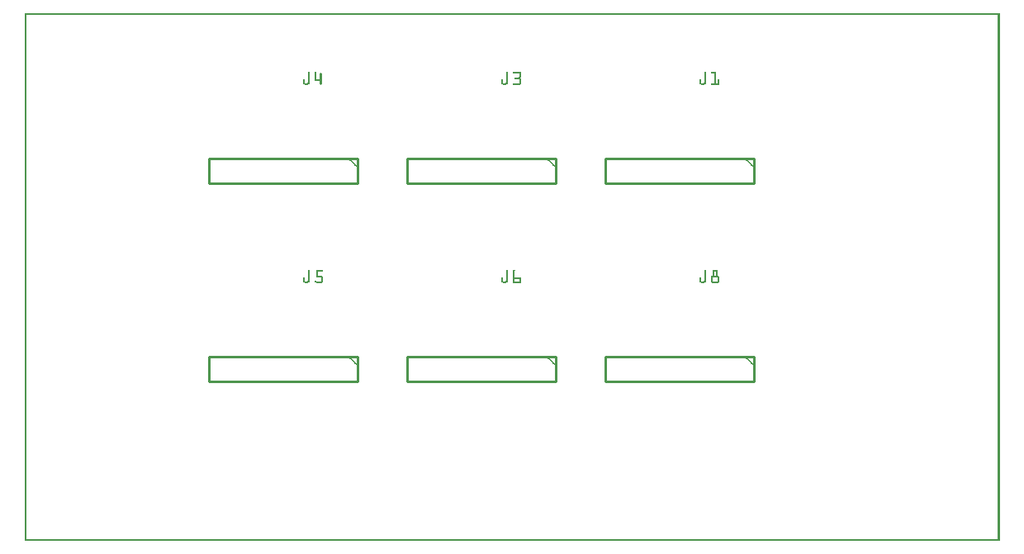
<source format=gto>
G04 MADE WITH FRITZING*
G04 WWW.FRITZING.ORG*
G04 DOUBLE SIDED*
G04 HOLES PLATED*
G04 CONTOUR ON CENTER OF CONTOUR VECTOR*
%ASAXBY*%
%FSLAX23Y23*%
%MOIN*%
%OFA0B0*%
%SFA1.0B1.0*%
%ADD10C,0.010000*%
%ADD11R,0.001000X0.001000*%
%LNSILK1*%
G90*
G70*
G54D10*
X2943Y745D02*
X2343Y745D01*
D02*
X2343Y745D02*
X2343Y645D01*
D02*
X2343Y645D02*
X2943Y645D01*
D02*
X2943Y645D02*
X2943Y745D01*
D02*
X2143Y745D02*
X1543Y745D01*
D02*
X1543Y745D02*
X1543Y645D01*
D02*
X1543Y645D02*
X2143Y645D01*
D02*
X2143Y645D02*
X2143Y745D01*
D02*
X1343Y1545D02*
X743Y1545D01*
D02*
X743Y1545D02*
X743Y1445D01*
D02*
X743Y1445D02*
X1343Y1445D01*
D02*
X1343Y1445D02*
X1343Y1545D01*
D02*
X2943Y1545D02*
X2343Y1545D01*
D02*
X2343Y1545D02*
X2343Y1445D01*
D02*
X2343Y1445D02*
X2943Y1445D01*
D02*
X2943Y1445D02*
X2943Y1545D01*
D02*
X1343Y745D02*
X743Y745D01*
D02*
X743Y745D02*
X743Y645D01*
D02*
X743Y645D02*
X1343Y645D01*
D02*
X1343Y645D02*
X1343Y745D01*
D02*
X2143Y1545D02*
X1543Y1545D01*
D02*
X1543Y1545D02*
X1543Y1445D01*
D02*
X1543Y1445D02*
X2143Y1445D01*
D02*
X2143Y1445D02*
X2143Y1545D01*
G54D11*
X0Y2131D02*
X3936Y2131D01*
X0Y2130D02*
X3936Y2130D01*
X0Y2129D02*
X3936Y2129D01*
X0Y2128D02*
X3936Y2128D01*
X0Y2127D02*
X3936Y2127D01*
X0Y2126D02*
X3936Y2126D01*
X0Y2125D02*
X3936Y2125D01*
X0Y2124D02*
X3936Y2124D01*
X0Y2123D02*
X7Y2123D01*
X3929Y2123D02*
X3936Y2123D01*
X0Y2122D02*
X7Y2122D01*
X3929Y2122D02*
X3936Y2122D01*
X0Y2121D02*
X7Y2121D01*
X3929Y2121D02*
X3936Y2121D01*
X0Y2120D02*
X7Y2120D01*
X3929Y2120D02*
X3936Y2120D01*
X0Y2119D02*
X7Y2119D01*
X3929Y2119D02*
X3936Y2119D01*
X0Y2118D02*
X7Y2118D01*
X3929Y2118D02*
X3936Y2118D01*
X0Y2117D02*
X7Y2117D01*
X3929Y2117D02*
X3936Y2117D01*
X0Y2116D02*
X7Y2116D01*
X3929Y2116D02*
X3936Y2116D01*
X0Y2115D02*
X7Y2115D01*
X3929Y2115D02*
X3936Y2115D01*
X0Y2114D02*
X7Y2114D01*
X3929Y2114D02*
X3936Y2114D01*
X0Y2113D02*
X7Y2113D01*
X3929Y2113D02*
X3936Y2113D01*
X0Y2112D02*
X7Y2112D01*
X3929Y2112D02*
X3936Y2112D01*
X0Y2111D02*
X7Y2111D01*
X3929Y2111D02*
X3936Y2111D01*
X0Y2110D02*
X7Y2110D01*
X3929Y2110D02*
X3936Y2110D01*
X0Y2109D02*
X7Y2109D01*
X3929Y2109D02*
X3936Y2109D01*
X0Y2108D02*
X7Y2108D01*
X3929Y2108D02*
X3936Y2108D01*
X0Y2107D02*
X7Y2107D01*
X3929Y2107D02*
X3936Y2107D01*
X0Y2106D02*
X7Y2106D01*
X3929Y2106D02*
X3936Y2106D01*
X0Y2105D02*
X7Y2105D01*
X3929Y2105D02*
X3936Y2105D01*
X0Y2104D02*
X7Y2104D01*
X3929Y2104D02*
X3936Y2104D01*
X0Y2103D02*
X7Y2103D01*
X3929Y2103D02*
X3936Y2103D01*
X0Y2102D02*
X7Y2102D01*
X3929Y2102D02*
X3936Y2102D01*
X0Y2101D02*
X7Y2101D01*
X3929Y2101D02*
X3936Y2101D01*
X0Y2100D02*
X7Y2100D01*
X3929Y2100D02*
X3936Y2100D01*
X0Y2099D02*
X7Y2099D01*
X3929Y2099D02*
X3936Y2099D01*
X0Y2098D02*
X7Y2098D01*
X3929Y2098D02*
X3936Y2098D01*
X0Y2097D02*
X7Y2097D01*
X3929Y2097D02*
X3936Y2097D01*
X0Y2096D02*
X7Y2096D01*
X3929Y2096D02*
X3936Y2096D01*
X0Y2095D02*
X7Y2095D01*
X3929Y2095D02*
X3936Y2095D01*
X0Y2094D02*
X7Y2094D01*
X3929Y2094D02*
X3936Y2094D01*
X0Y2093D02*
X7Y2093D01*
X3929Y2093D02*
X3936Y2093D01*
X0Y2092D02*
X7Y2092D01*
X3929Y2092D02*
X3936Y2092D01*
X0Y2091D02*
X7Y2091D01*
X3929Y2091D02*
X3936Y2091D01*
X0Y2090D02*
X7Y2090D01*
X3929Y2090D02*
X3936Y2090D01*
X0Y2089D02*
X7Y2089D01*
X3929Y2089D02*
X3936Y2089D01*
X0Y2088D02*
X7Y2088D01*
X3929Y2088D02*
X3936Y2088D01*
X0Y2087D02*
X7Y2087D01*
X3929Y2087D02*
X3936Y2087D01*
X0Y2086D02*
X7Y2086D01*
X3929Y2086D02*
X3936Y2086D01*
X0Y2085D02*
X7Y2085D01*
X3929Y2085D02*
X3936Y2085D01*
X0Y2084D02*
X7Y2084D01*
X3929Y2084D02*
X3936Y2084D01*
X0Y2083D02*
X7Y2083D01*
X3929Y2083D02*
X3936Y2083D01*
X0Y2082D02*
X7Y2082D01*
X3929Y2082D02*
X3936Y2082D01*
X0Y2081D02*
X7Y2081D01*
X3929Y2081D02*
X3936Y2081D01*
X0Y2080D02*
X7Y2080D01*
X3929Y2080D02*
X3936Y2080D01*
X0Y2079D02*
X7Y2079D01*
X3929Y2079D02*
X3936Y2079D01*
X0Y2078D02*
X7Y2078D01*
X3929Y2078D02*
X3936Y2078D01*
X0Y2077D02*
X7Y2077D01*
X3929Y2077D02*
X3936Y2077D01*
X0Y2076D02*
X7Y2076D01*
X3929Y2076D02*
X3936Y2076D01*
X0Y2075D02*
X7Y2075D01*
X3929Y2075D02*
X3936Y2075D01*
X0Y2074D02*
X7Y2074D01*
X3929Y2074D02*
X3936Y2074D01*
X0Y2073D02*
X7Y2073D01*
X3929Y2073D02*
X3936Y2073D01*
X0Y2072D02*
X7Y2072D01*
X3929Y2072D02*
X3936Y2072D01*
X0Y2071D02*
X7Y2071D01*
X3929Y2071D02*
X3936Y2071D01*
X0Y2070D02*
X7Y2070D01*
X3929Y2070D02*
X3936Y2070D01*
X0Y2069D02*
X7Y2069D01*
X3929Y2069D02*
X3936Y2069D01*
X0Y2068D02*
X7Y2068D01*
X3929Y2068D02*
X3936Y2068D01*
X0Y2067D02*
X7Y2067D01*
X3929Y2067D02*
X3936Y2067D01*
X0Y2066D02*
X7Y2066D01*
X3929Y2066D02*
X3936Y2066D01*
X0Y2065D02*
X7Y2065D01*
X3929Y2065D02*
X3936Y2065D01*
X0Y2064D02*
X7Y2064D01*
X3929Y2064D02*
X3936Y2064D01*
X0Y2063D02*
X7Y2063D01*
X3929Y2063D02*
X3936Y2063D01*
X0Y2062D02*
X7Y2062D01*
X3929Y2062D02*
X3936Y2062D01*
X0Y2061D02*
X7Y2061D01*
X3929Y2061D02*
X3936Y2061D01*
X0Y2060D02*
X7Y2060D01*
X3929Y2060D02*
X3936Y2060D01*
X0Y2059D02*
X7Y2059D01*
X3929Y2059D02*
X3936Y2059D01*
X0Y2058D02*
X7Y2058D01*
X3929Y2058D02*
X3936Y2058D01*
X0Y2057D02*
X7Y2057D01*
X3929Y2057D02*
X3936Y2057D01*
X0Y2056D02*
X7Y2056D01*
X3929Y2056D02*
X3936Y2056D01*
X0Y2055D02*
X7Y2055D01*
X3929Y2055D02*
X3936Y2055D01*
X0Y2054D02*
X7Y2054D01*
X3929Y2054D02*
X3936Y2054D01*
X0Y2053D02*
X7Y2053D01*
X3929Y2053D02*
X3936Y2053D01*
X0Y2052D02*
X7Y2052D01*
X3929Y2052D02*
X3936Y2052D01*
X0Y2051D02*
X7Y2051D01*
X3929Y2051D02*
X3936Y2051D01*
X0Y2050D02*
X7Y2050D01*
X3929Y2050D02*
X3936Y2050D01*
X0Y2049D02*
X7Y2049D01*
X3929Y2049D02*
X3936Y2049D01*
X0Y2048D02*
X7Y2048D01*
X3929Y2048D02*
X3936Y2048D01*
X0Y2047D02*
X7Y2047D01*
X3929Y2047D02*
X3936Y2047D01*
X0Y2046D02*
X7Y2046D01*
X3929Y2046D02*
X3936Y2046D01*
X0Y2045D02*
X7Y2045D01*
X3929Y2045D02*
X3936Y2045D01*
X0Y2044D02*
X7Y2044D01*
X3929Y2044D02*
X3936Y2044D01*
X0Y2043D02*
X7Y2043D01*
X3929Y2043D02*
X3936Y2043D01*
X0Y2042D02*
X7Y2042D01*
X3929Y2042D02*
X3936Y2042D01*
X0Y2041D02*
X7Y2041D01*
X3929Y2041D02*
X3936Y2041D01*
X0Y2040D02*
X7Y2040D01*
X3929Y2040D02*
X3936Y2040D01*
X0Y2039D02*
X7Y2039D01*
X3929Y2039D02*
X3936Y2039D01*
X0Y2038D02*
X7Y2038D01*
X3929Y2038D02*
X3936Y2038D01*
X0Y2037D02*
X7Y2037D01*
X3929Y2037D02*
X3936Y2037D01*
X0Y2036D02*
X7Y2036D01*
X3929Y2036D02*
X3936Y2036D01*
X0Y2035D02*
X7Y2035D01*
X3929Y2035D02*
X3936Y2035D01*
X0Y2034D02*
X7Y2034D01*
X3929Y2034D02*
X3936Y2034D01*
X0Y2033D02*
X7Y2033D01*
X3929Y2033D02*
X3936Y2033D01*
X0Y2032D02*
X7Y2032D01*
X3929Y2032D02*
X3936Y2032D01*
X0Y2031D02*
X7Y2031D01*
X3929Y2031D02*
X3936Y2031D01*
X0Y2030D02*
X7Y2030D01*
X3929Y2030D02*
X3936Y2030D01*
X0Y2029D02*
X7Y2029D01*
X3929Y2029D02*
X3936Y2029D01*
X0Y2028D02*
X7Y2028D01*
X3929Y2028D02*
X3936Y2028D01*
X0Y2027D02*
X7Y2027D01*
X3929Y2027D02*
X3936Y2027D01*
X0Y2026D02*
X7Y2026D01*
X3929Y2026D02*
X3936Y2026D01*
X0Y2025D02*
X7Y2025D01*
X3929Y2025D02*
X3936Y2025D01*
X0Y2024D02*
X7Y2024D01*
X3929Y2024D02*
X3936Y2024D01*
X0Y2023D02*
X7Y2023D01*
X3929Y2023D02*
X3936Y2023D01*
X0Y2022D02*
X7Y2022D01*
X3929Y2022D02*
X3936Y2022D01*
X0Y2021D02*
X7Y2021D01*
X3929Y2021D02*
X3936Y2021D01*
X0Y2020D02*
X7Y2020D01*
X3929Y2020D02*
X3936Y2020D01*
X0Y2019D02*
X7Y2019D01*
X3929Y2019D02*
X3936Y2019D01*
X0Y2018D02*
X7Y2018D01*
X3929Y2018D02*
X3936Y2018D01*
X0Y2017D02*
X7Y2017D01*
X3929Y2017D02*
X3936Y2017D01*
X0Y2016D02*
X7Y2016D01*
X3929Y2016D02*
X3936Y2016D01*
X0Y2015D02*
X7Y2015D01*
X3929Y2015D02*
X3936Y2015D01*
X0Y2014D02*
X7Y2014D01*
X3929Y2014D02*
X3936Y2014D01*
X0Y2013D02*
X7Y2013D01*
X3929Y2013D02*
X3936Y2013D01*
X0Y2012D02*
X7Y2012D01*
X3929Y2012D02*
X3936Y2012D01*
X0Y2011D02*
X7Y2011D01*
X3929Y2011D02*
X3936Y2011D01*
X0Y2010D02*
X7Y2010D01*
X3929Y2010D02*
X3936Y2010D01*
X0Y2009D02*
X7Y2009D01*
X3929Y2009D02*
X3936Y2009D01*
X0Y2008D02*
X7Y2008D01*
X3929Y2008D02*
X3936Y2008D01*
X0Y2007D02*
X7Y2007D01*
X3929Y2007D02*
X3936Y2007D01*
X0Y2006D02*
X7Y2006D01*
X3929Y2006D02*
X3936Y2006D01*
X0Y2005D02*
X7Y2005D01*
X3929Y2005D02*
X3936Y2005D01*
X0Y2004D02*
X7Y2004D01*
X3929Y2004D02*
X3936Y2004D01*
X0Y2003D02*
X7Y2003D01*
X3929Y2003D02*
X3936Y2003D01*
X0Y2002D02*
X7Y2002D01*
X3929Y2002D02*
X3936Y2002D01*
X0Y2001D02*
X7Y2001D01*
X3929Y2001D02*
X3936Y2001D01*
X0Y2000D02*
X7Y2000D01*
X3929Y2000D02*
X3936Y2000D01*
X0Y1999D02*
X7Y1999D01*
X3929Y1999D02*
X3936Y1999D01*
X0Y1998D02*
X7Y1998D01*
X3929Y1998D02*
X3936Y1998D01*
X0Y1997D02*
X7Y1997D01*
X3929Y1997D02*
X3936Y1997D01*
X0Y1996D02*
X7Y1996D01*
X3929Y1996D02*
X3936Y1996D01*
X0Y1995D02*
X7Y1995D01*
X3929Y1995D02*
X3936Y1995D01*
X0Y1994D02*
X7Y1994D01*
X3929Y1994D02*
X3936Y1994D01*
X0Y1993D02*
X7Y1993D01*
X3929Y1993D02*
X3936Y1993D01*
X0Y1992D02*
X7Y1992D01*
X3929Y1992D02*
X3936Y1992D01*
X0Y1991D02*
X7Y1991D01*
X3929Y1991D02*
X3936Y1991D01*
X0Y1990D02*
X7Y1990D01*
X3929Y1990D02*
X3936Y1990D01*
X0Y1989D02*
X7Y1989D01*
X3929Y1989D02*
X3936Y1989D01*
X0Y1988D02*
X7Y1988D01*
X3929Y1988D02*
X3936Y1988D01*
X0Y1987D02*
X7Y1987D01*
X3929Y1987D02*
X3936Y1987D01*
X0Y1986D02*
X7Y1986D01*
X3929Y1986D02*
X3936Y1986D01*
X0Y1985D02*
X7Y1985D01*
X3929Y1985D02*
X3936Y1985D01*
X0Y1984D02*
X7Y1984D01*
X3929Y1984D02*
X3936Y1984D01*
X0Y1983D02*
X7Y1983D01*
X3929Y1983D02*
X3936Y1983D01*
X0Y1982D02*
X7Y1982D01*
X3929Y1982D02*
X3936Y1982D01*
X0Y1981D02*
X7Y1981D01*
X3929Y1981D02*
X3936Y1981D01*
X0Y1980D02*
X7Y1980D01*
X3929Y1980D02*
X3936Y1980D01*
X0Y1979D02*
X7Y1979D01*
X3929Y1979D02*
X3936Y1979D01*
X0Y1978D02*
X7Y1978D01*
X3929Y1978D02*
X3936Y1978D01*
X0Y1977D02*
X7Y1977D01*
X3929Y1977D02*
X3936Y1977D01*
X0Y1976D02*
X7Y1976D01*
X3929Y1976D02*
X3936Y1976D01*
X0Y1975D02*
X7Y1975D01*
X3929Y1975D02*
X3936Y1975D01*
X0Y1974D02*
X7Y1974D01*
X3929Y1974D02*
X3936Y1974D01*
X0Y1973D02*
X7Y1973D01*
X3929Y1973D02*
X3936Y1973D01*
X0Y1972D02*
X7Y1972D01*
X3929Y1972D02*
X3936Y1972D01*
X0Y1971D02*
X7Y1971D01*
X3929Y1971D02*
X3936Y1971D01*
X0Y1970D02*
X7Y1970D01*
X3929Y1970D02*
X3936Y1970D01*
X0Y1969D02*
X7Y1969D01*
X3929Y1969D02*
X3936Y1969D01*
X0Y1968D02*
X7Y1968D01*
X3929Y1968D02*
X3936Y1968D01*
X0Y1967D02*
X7Y1967D01*
X3929Y1967D02*
X3936Y1967D01*
X0Y1966D02*
X7Y1966D01*
X3929Y1966D02*
X3936Y1966D01*
X0Y1965D02*
X7Y1965D01*
X3929Y1965D02*
X3936Y1965D01*
X0Y1964D02*
X7Y1964D01*
X3929Y1964D02*
X3936Y1964D01*
X0Y1963D02*
X7Y1963D01*
X3929Y1963D02*
X3936Y1963D01*
X0Y1962D02*
X7Y1962D01*
X3929Y1962D02*
X3936Y1962D01*
X0Y1961D02*
X7Y1961D01*
X3929Y1961D02*
X3936Y1961D01*
X0Y1960D02*
X7Y1960D01*
X3929Y1960D02*
X3936Y1960D01*
X0Y1959D02*
X7Y1959D01*
X3929Y1959D02*
X3936Y1959D01*
X0Y1958D02*
X7Y1958D01*
X3929Y1958D02*
X3936Y1958D01*
X0Y1957D02*
X7Y1957D01*
X3929Y1957D02*
X3936Y1957D01*
X0Y1956D02*
X7Y1956D01*
X3929Y1956D02*
X3936Y1956D01*
X0Y1955D02*
X7Y1955D01*
X3929Y1955D02*
X3936Y1955D01*
X0Y1954D02*
X7Y1954D01*
X3929Y1954D02*
X3936Y1954D01*
X0Y1953D02*
X7Y1953D01*
X3929Y1953D02*
X3936Y1953D01*
X0Y1952D02*
X7Y1952D01*
X3929Y1952D02*
X3936Y1952D01*
X0Y1951D02*
X7Y1951D01*
X3929Y1951D02*
X3936Y1951D01*
X0Y1950D02*
X7Y1950D01*
X3929Y1950D02*
X3936Y1950D01*
X0Y1949D02*
X7Y1949D01*
X3929Y1949D02*
X3936Y1949D01*
X0Y1948D02*
X7Y1948D01*
X3929Y1948D02*
X3936Y1948D01*
X0Y1947D02*
X7Y1947D01*
X3929Y1947D02*
X3936Y1947D01*
X0Y1946D02*
X7Y1946D01*
X3929Y1946D02*
X3936Y1946D01*
X0Y1945D02*
X7Y1945D01*
X3929Y1945D02*
X3936Y1945D01*
X0Y1944D02*
X7Y1944D01*
X3929Y1944D02*
X3936Y1944D01*
X0Y1943D02*
X7Y1943D01*
X3929Y1943D02*
X3936Y1943D01*
X0Y1942D02*
X7Y1942D01*
X3929Y1942D02*
X3936Y1942D01*
X0Y1941D02*
X7Y1941D01*
X3929Y1941D02*
X3936Y1941D01*
X0Y1940D02*
X7Y1940D01*
X3929Y1940D02*
X3936Y1940D01*
X0Y1939D02*
X7Y1939D01*
X3929Y1939D02*
X3936Y1939D01*
X0Y1938D02*
X7Y1938D01*
X3929Y1938D02*
X3936Y1938D01*
X0Y1937D02*
X7Y1937D01*
X3929Y1937D02*
X3936Y1937D01*
X0Y1936D02*
X7Y1936D01*
X3929Y1936D02*
X3936Y1936D01*
X0Y1935D02*
X7Y1935D01*
X3929Y1935D02*
X3936Y1935D01*
X0Y1934D02*
X7Y1934D01*
X3929Y1934D02*
X3936Y1934D01*
X0Y1933D02*
X7Y1933D01*
X3929Y1933D02*
X3936Y1933D01*
X0Y1932D02*
X7Y1932D01*
X3929Y1932D02*
X3936Y1932D01*
X0Y1931D02*
X7Y1931D01*
X3929Y1931D02*
X3936Y1931D01*
X0Y1930D02*
X7Y1930D01*
X3929Y1930D02*
X3936Y1930D01*
X0Y1929D02*
X7Y1929D01*
X3929Y1929D02*
X3936Y1929D01*
X0Y1928D02*
X7Y1928D01*
X3929Y1928D02*
X3936Y1928D01*
X0Y1927D02*
X7Y1927D01*
X3929Y1927D02*
X3936Y1927D01*
X0Y1926D02*
X7Y1926D01*
X3929Y1926D02*
X3936Y1926D01*
X0Y1925D02*
X7Y1925D01*
X3929Y1925D02*
X3936Y1925D01*
X0Y1924D02*
X7Y1924D01*
X3929Y1924D02*
X3936Y1924D01*
X0Y1923D02*
X7Y1923D01*
X3929Y1923D02*
X3936Y1923D01*
X0Y1922D02*
X7Y1922D01*
X3929Y1922D02*
X3936Y1922D01*
X0Y1921D02*
X7Y1921D01*
X3929Y1921D02*
X3936Y1921D01*
X0Y1920D02*
X7Y1920D01*
X3929Y1920D02*
X3936Y1920D01*
X0Y1919D02*
X7Y1919D01*
X3929Y1919D02*
X3936Y1919D01*
X0Y1918D02*
X7Y1918D01*
X3929Y1918D02*
X3936Y1918D01*
X0Y1917D02*
X7Y1917D01*
X3929Y1917D02*
X3936Y1917D01*
X0Y1916D02*
X7Y1916D01*
X3929Y1916D02*
X3936Y1916D01*
X0Y1915D02*
X7Y1915D01*
X3929Y1915D02*
X3936Y1915D01*
X0Y1914D02*
X7Y1914D01*
X3929Y1914D02*
X3936Y1914D01*
X0Y1913D02*
X7Y1913D01*
X3929Y1913D02*
X3936Y1913D01*
X0Y1912D02*
X7Y1912D01*
X3929Y1912D02*
X3936Y1912D01*
X0Y1911D02*
X7Y1911D01*
X3929Y1911D02*
X3936Y1911D01*
X0Y1910D02*
X7Y1910D01*
X3929Y1910D02*
X3936Y1910D01*
X0Y1909D02*
X7Y1909D01*
X3929Y1909D02*
X3936Y1909D01*
X0Y1908D02*
X7Y1908D01*
X3929Y1908D02*
X3936Y1908D01*
X0Y1907D02*
X7Y1907D01*
X3929Y1907D02*
X3936Y1907D01*
X0Y1906D02*
X7Y1906D01*
X3929Y1906D02*
X3936Y1906D01*
X0Y1905D02*
X7Y1905D01*
X3929Y1905D02*
X3936Y1905D01*
X0Y1904D02*
X7Y1904D01*
X3929Y1904D02*
X3936Y1904D01*
X0Y1903D02*
X7Y1903D01*
X3929Y1903D02*
X3936Y1903D01*
X0Y1902D02*
X7Y1902D01*
X3929Y1902D02*
X3936Y1902D01*
X0Y1901D02*
X7Y1901D01*
X3929Y1901D02*
X3936Y1901D01*
X0Y1900D02*
X7Y1900D01*
X3929Y1900D02*
X3936Y1900D01*
X0Y1899D02*
X7Y1899D01*
X3929Y1899D02*
X3936Y1899D01*
X0Y1898D02*
X7Y1898D01*
X3929Y1898D02*
X3936Y1898D01*
X0Y1897D02*
X7Y1897D01*
X3929Y1897D02*
X3936Y1897D01*
X0Y1896D02*
X7Y1896D01*
X3929Y1896D02*
X3936Y1896D01*
X0Y1895D02*
X7Y1895D01*
X1147Y1895D02*
X1148Y1895D01*
X1175Y1895D02*
X1176Y1895D01*
X1947Y1895D02*
X1948Y1895D01*
X1973Y1895D02*
X1998Y1895D01*
X2747Y1895D02*
X2748Y1895D01*
X2773Y1895D02*
X2790Y1895D01*
X3929Y1895D02*
X3936Y1895D01*
X0Y1894D02*
X7Y1894D01*
X1145Y1894D02*
X1150Y1894D01*
X1173Y1894D02*
X1177Y1894D01*
X1945Y1894D02*
X1950Y1894D01*
X1971Y1894D02*
X2001Y1894D01*
X2745Y1894D02*
X2749Y1894D01*
X2771Y1894D02*
X2790Y1894D01*
X3929Y1894D02*
X3936Y1894D01*
X0Y1893D02*
X7Y1893D01*
X1145Y1893D02*
X1150Y1893D01*
X1172Y1893D02*
X1178Y1893D01*
X1945Y1893D02*
X1950Y1893D01*
X1971Y1893D02*
X2002Y1893D01*
X2745Y1893D02*
X2750Y1893D01*
X2771Y1893D02*
X2790Y1893D01*
X3929Y1893D02*
X3936Y1893D01*
X0Y1892D02*
X7Y1892D01*
X1145Y1892D02*
X1150Y1892D01*
X1172Y1892D02*
X1178Y1892D01*
X1945Y1892D02*
X1950Y1892D01*
X1970Y1892D02*
X2003Y1892D01*
X2745Y1892D02*
X2750Y1892D01*
X2770Y1892D02*
X2790Y1892D01*
X3929Y1892D02*
X3936Y1892D01*
X0Y1891D02*
X7Y1891D01*
X1144Y1891D02*
X1151Y1891D01*
X1172Y1891D02*
X1178Y1891D01*
X1944Y1891D02*
X1950Y1891D01*
X1971Y1891D02*
X2003Y1891D01*
X2744Y1891D02*
X2750Y1891D01*
X2770Y1891D02*
X2790Y1891D01*
X3929Y1891D02*
X3936Y1891D01*
X0Y1890D02*
X7Y1890D01*
X1144Y1890D02*
X1151Y1890D01*
X1172Y1890D02*
X1178Y1890D01*
X1944Y1890D02*
X1950Y1890D01*
X1971Y1890D02*
X2004Y1890D01*
X2744Y1890D02*
X2750Y1890D01*
X2771Y1890D02*
X2790Y1890D01*
X3929Y1890D02*
X3936Y1890D01*
X0Y1889D02*
X7Y1889D01*
X1144Y1889D02*
X1151Y1889D01*
X1172Y1889D02*
X1178Y1889D01*
X1195Y1889D02*
X1197Y1889D01*
X1944Y1889D02*
X1950Y1889D01*
X1972Y1889D02*
X2004Y1889D01*
X2744Y1889D02*
X2750Y1889D01*
X2772Y1889D02*
X2790Y1889D01*
X3929Y1889D02*
X3936Y1889D01*
X0Y1888D02*
X7Y1888D01*
X1144Y1888D02*
X1151Y1888D01*
X1172Y1888D02*
X1178Y1888D01*
X1194Y1888D02*
X1198Y1888D01*
X1944Y1888D02*
X1950Y1888D01*
X1998Y1888D02*
X2004Y1888D01*
X2744Y1888D02*
X2750Y1888D01*
X2784Y1888D02*
X2790Y1888D01*
X3929Y1888D02*
X3936Y1888D01*
X0Y1887D02*
X7Y1887D01*
X1144Y1887D02*
X1151Y1887D01*
X1172Y1887D02*
X1178Y1887D01*
X1193Y1887D02*
X1199Y1887D01*
X1944Y1887D02*
X1950Y1887D01*
X1998Y1887D02*
X2004Y1887D01*
X2744Y1887D02*
X2750Y1887D01*
X2784Y1887D02*
X2790Y1887D01*
X3929Y1887D02*
X3936Y1887D01*
X0Y1886D02*
X7Y1886D01*
X1144Y1886D02*
X1151Y1886D01*
X1172Y1886D02*
X1178Y1886D01*
X1193Y1886D02*
X1199Y1886D01*
X1944Y1886D02*
X1950Y1886D01*
X1998Y1886D02*
X2004Y1886D01*
X2744Y1886D02*
X2750Y1886D01*
X2784Y1886D02*
X2790Y1886D01*
X3929Y1886D02*
X3936Y1886D01*
X0Y1885D02*
X7Y1885D01*
X1144Y1885D02*
X1151Y1885D01*
X1172Y1885D02*
X1178Y1885D01*
X1193Y1885D02*
X1199Y1885D01*
X1944Y1885D02*
X1950Y1885D01*
X1998Y1885D02*
X2004Y1885D01*
X2744Y1885D02*
X2750Y1885D01*
X2784Y1885D02*
X2790Y1885D01*
X3929Y1885D02*
X3936Y1885D01*
X0Y1884D02*
X7Y1884D01*
X1144Y1884D02*
X1151Y1884D01*
X1172Y1884D02*
X1178Y1884D01*
X1193Y1884D02*
X1199Y1884D01*
X1944Y1884D02*
X1950Y1884D01*
X1998Y1884D02*
X2004Y1884D01*
X2744Y1884D02*
X2750Y1884D01*
X2784Y1884D02*
X2790Y1884D01*
X3929Y1884D02*
X3936Y1884D01*
X0Y1883D02*
X7Y1883D01*
X1144Y1883D02*
X1151Y1883D01*
X1172Y1883D02*
X1178Y1883D01*
X1193Y1883D02*
X1199Y1883D01*
X1944Y1883D02*
X1950Y1883D01*
X1998Y1883D02*
X2004Y1883D01*
X2744Y1883D02*
X2750Y1883D01*
X2784Y1883D02*
X2790Y1883D01*
X3929Y1883D02*
X3936Y1883D01*
X0Y1882D02*
X7Y1882D01*
X1144Y1882D02*
X1151Y1882D01*
X1172Y1882D02*
X1178Y1882D01*
X1193Y1882D02*
X1199Y1882D01*
X1944Y1882D02*
X1950Y1882D01*
X1998Y1882D02*
X2004Y1882D01*
X2744Y1882D02*
X2750Y1882D01*
X2784Y1882D02*
X2790Y1882D01*
X3929Y1882D02*
X3936Y1882D01*
X0Y1881D02*
X7Y1881D01*
X1144Y1881D02*
X1151Y1881D01*
X1172Y1881D02*
X1178Y1881D01*
X1193Y1881D02*
X1199Y1881D01*
X1944Y1881D02*
X1950Y1881D01*
X1998Y1881D02*
X2004Y1881D01*
X2744Y1881D02*
X2750Y1881D01*
X2784Y1881D02*
X2790Y1881D01*
X3929Y1881D02*
X3936Y1881D01*
X0Y1880D02*
X7Y1880D01*
X1144Y1880D02*
X1151Y1880D01*
X1172Y1880D02*
X1178Y1880D01*
X1193Y1880D02*
X1199Y1880D01*
X1944Y1880D02*
X1950Y1880D01*
X1998Y1880D02*
X2004Y1880D01*
X2744Y1880D02*
X2750Y1880D01*
X2784Y1880D02*
X2790Y1880D01*
X3929Y1880D02*
X3936Y1880D01*
X0Y1879D02*
X7Y1879D01*
X1144Y1879D02*
X1151Y1879D01*
X1172Y1879D02*
X1178Y1879D01*
X1193Y1879D02*
X1199Y1879D01*
X1944Y1879D02*
X1950Y1879D01*
X1998Y1879D02*
X2004Y1879D01*
X2744Y1879D02*
X2750Y1879D01*
X2784Y1879D02*
X2790Y1879D01*
X3929Y1879D02*
X3936Y1879D01*
X0Y1878D02*
X7Y1878D01*
X1144Y1878D02*
X1151Y1878D01*
X1172Y1878D02*
X1178Y1878D01*
X1193Y1878D02*
X1199Y1878D01*
X1944Y1878D02*
X1950Y1878D01*
X1998Y1878D02*
X2004Y1878D01*
X2744Y1878D02*
X2750Y1878D01*
X2784Y1878D02*
X2790Y1878D01*
X3929Y1878D02*
X3936Y1878D01*
X0Y1877D02*
X7Y1877D01*
X1144Y1877D02*
X1151Y1877D01*
X1172Y1877D02*
X1178Y1877D01*
X1193Y1877D02*
X1199Y1877D01*
X1944Y1877D02*
X1950Y1877D01*
X1998Y1877D02*
X2004Y1877D01*
X2744Y1877D02*
X2750Y1877D01*
X2784Y1877D02*
X2790Y1877D01*
X3929Y1877D02*
X3936Y1877D01*
X0Y1876D02*
X7Y1876D01*
X1144Y1876D02*
X1151Y1876D01*
X1172Y1876D02*
X1178Y1876D01*
X1193Y1876D02*
X1199Y1876D01*
X1944Y1876D02*
X1950Y1876D01*
X1998Y1876D02*
X2004Y1876D01*
X2744Y1876D02*
X2750Y1876D01*
X2784Y1876D02*
X2790Y1876D01*
X3929Y1876D02*
X3936Y1876D01*
X0Y1875D02*
X7Y1875D01*
X1144Y1875D02*
X1151Y1875D01*
X1172Y1875D02*
X1178Y1875D01*
X1193Y1875D02*
X1199Y1875D01*
X1944Y1875D02*
X1950Y1875D01*
X1998Y1875D02*
X2004Y1875D01*
X2744Y1875D02*
X2750Y1875D01*
X2784Y1875D02*
X2790Y1875D01*
X3929Y1875D02*
X3936Y1875D01*
X0Y1874D02*
X7Y1874D01*
X1144Y1874D02*
X1151Y1874D01*
X1172Y1874D02*
X1178Y1874D01*
X1193Y1874D02*
X1199Y1874D01*
X1944Y1874D02*
X1950Y1874D01*
X1998Y1874D02*
X2004Y1874D01*
X2744Y1874D02*
X2750Y1874D01*
X2784Y1874D02*
X2790Y1874D01*
X3929Y1874D02*
X3936Y1874D01*
X0Y1873D02*
X7Y1873D01*
X1144Y1873D02*
X1151Y1873D01*
X1172Y1873D02*
X1178Y1873D01*
X1193Y1873D02*
X1199Y1873D01*
X1944Y1873D02*
X1950Y1873D01*
X1997Y1873D02*
X2004Y1873D01*
X2744Y1873D02*
X2750Y1873D01*
X2784Y1873D02*
X2790Y1873D01*
X3929Y1873D02*
X3936Y1873D01*
X0Y1872D02*
X7Y1872D01*
X1144Y1872D02*
X1151Y1872D01*
X1172Y1872D02*
X1178Y1872D01*
X1193Y1872D02*
X1199Y1872D01*
X1944Y1872D02*
X1950Y1872D01*
X1996Y1872D02*
X2003Y1872D01*
X2744Y1872D02*
X2750Y1872D01*
X2784Y1872D02*
X2790Y1872D01*
X3929Y1872D02*
X3936Y1872D01*
X0Y1871D02*
X7Y1871D01*
X1144Y1871D02*
X1151Y1871D01*
X1172Y1871D02*
X1178Y1871D01*
X1193Y1871D02*
X1199Y1871D01*
X1944Y1871D02*
X1950Y1871D01*
X1979Y1871D02*
X2003Y1871D01*
X2744Y1871D02*
X2750Y1871D01*
X2784Y1871D02*
X2790Y1871D01*
X3929Y1871D02*
X3936Y1871D01*
X0Y1870D02*
X7Y1870D01*
X1144Y1870D02*
X1151Y1870D01*
X1172Y1870D02*
X1178Y1870D01*
X1193Y1870D02*
X1199Y1870D01*
X1944Y1870D02*
X1950Y1870D01*
X1978Y1870D02*
X2003Y1870D01*
X2744Y1870D02*
X2750Y1870D01*
X2784Y1870D02*
X2790Y1870D01*
X3929Y1870D02*
X3936Y1870D01*
X0Y1869D02*
X7Y1869D01*
X1144Y1869D02*
X1151Y1869D01*
X1172Y1869D02*
X1178Y1869D01*
X1193Y1869D02*
X1199Y1869D01*
X1944Y1869D02*
X1950Y1869D01*
X1977Y1869D02*
X2002Y1869D01*
X2744Y1869D02*
X2750Y1869D01*
X2784Y1869D02*
X2790Y1869D01*
X3929Y1869D02*
X3936Y1869D01*
X0Y1868D02*
X7Y1868D01*
X1144Y1868D02*
X1151Y1868D01*
X1172Y1868D02*
X1178Y1868D01*
X1193Y1868D02*
X1199Y1868D01*
X1944Y1868D02*
X1950Y1868D01*
X1977Y1868D02*
X2001Y1868D01*
X2744Y1868D02*
X2750Y1868D01*
X2784Y1868D02*
X2790Y1868D01*
X3929Y1868D02*
X3936Y1868D01*
X0Y1867D02*
X7Y1867D01*
X1144Y1867D02*
X1151Y1867D01*
X1172Y1867D02*
X1178Y1867D01*
X1193Y1867D02*
X1199Y1867D01*
X1944Y1867D02*
X1950Y1867D01*
X1977Y1867D02*
X2002Y1867D01*
X2744Y1867D02*
X2750Y1867D01*
X2784Y1867D02*
X2790Y1867D01*
X3929Y1867D02*
X3936Y1867D01*
X0Y1866D02*
X7Y1866D01*
X1144Y1866D02*
X1151Y1866D01*
X1172Y1866D02*
X1178Y1866D01*
X1193Y1866D02*
X1199Y1866D01*
X1944Y1866D02*
X1950Y1866D01*
X1978Y1866D02*
X2003Y1866D01*
X2744Y1866D02*
X2750Y1866D01*
X2784Y1866D02*
X2790Y1866D01*
X3929Y1866D02*
X3936Y1866D01*
X0Y1865D02*
X7Y1865D01*
X1125Y1865D02*
X1128Y1865D01*
X1144Y1865D02*
X1151Y1865D01*
X1172Y1865D02*
X1201Y1865D01*
X1925Y1865D02*
X1928Y1865D01*
X1944Y1865D02*
X1950Y1865D01*
X1979Y1865D02*
X2003Y1865D01*
X2725Y1865D02*
X2728Y1865D01*
X2744Y1865D02*
X2750Y1865D01*
X2784Y1865D02*
X2790Y1865D01*
X2799Y1865D02*
X2802Y1865D01*
X3929Y1865D02*
X3936Y1865D01*
X0Y1864D02*
X7Y1864D01*
X1124Y1864D02*
X1129Y1864D01*
X1144Y1864D02*
X1151Y1864D01*
X1172Y1864D02*
X1202Y1864D01*
X1924Y1864D02*
X1929Y1864D01*
X1944Y1864D02*
X1950Y1864D01*
X1996Y1864D02*
X2004Y1864D01*
X2724Y1864D02*
X2729Y1864D01*
X2744Y1864D02*
X2750Y1864D01*
X2784Y1864D02*
X2790Y1864D01*
X2798Y1864D02*
X2803Y1864D01*
X3929Y1864D02*
X3936Y1864D01*
X0Y1863D02*
X7Y1863D01*
X1124Y1863D02*
X1130Y1863D01*
X1144Y1863D02*
X1151Y1863D01*
X1172Y1863D02*
X1202Y1863D01*
X1924Y1863D02*
X1930Y1863D01*
X1944Y1863D02*
X1950Y1863D01*
X1997Y1863D02*
X2004Y1863D01*
X2724Y1863D02*
X2730Y1863D01*
X2744Y1863D02*
X2750Y1863D01*
X2784Y1863D02*
X2790Y1863D01*
X2798Y1863D02*
X2804Y1863D01*
X3929Y1863D02*
X3936Y1863D01*
X0Y1862D02*
X7Y1862D01*
X1124Y1862D02*
X1130Y1862D01*
X1144Y1862D02*
X1151Y1862D01*
X1172Y1862D02*
X1202Y1862D01*
X1924Y1862D02*
X1930Y1862D01*
X1944Y1862D02*
X1950Y1862D01*
X1998Y1862D02*
X2004Y1862D01*
X2724Y1862D02*
X2730Y1862D01*
X2744Y1862D02*
X2750Y1862D01*
X2784Y1862D02*
X2790Y1862D01*
X2798Y1862D02*
X2804Y1862D01*
X3929Y1862D02*
X3936Y1862D01*
X0Y1861D02*
X7Y1861D01*
X1124Y1861D02*
X1130Y1861D01*
X1144Y1861D02*
X1151Y1861D01*
X1172Y1861D02*
X1202Y1861D01*
X1924Y1861D02*
X1930Y1861D01*
X1944Y1861D02*
X1950Y1861D01*
X1998Y1861D02*
X2004Y1861D01*
X2724Y1861D02*
X2730Y1861D01*
X2744Y1861D02*
X2750Y1861D01*
X2784Y1861D02*
X2790Y1861D01*
X2798Y1861D02*
X2804Y1861D01*
X3929Y1861D02*
X3936Y1861D01*
X0Y1860D02*
X7Y1860D01*
X1124Y1860D02*
X1130Y1860D01*
X1144Y1860D02*
X1151Y1860D01*
X1172Y1860D02*
X1201Y1860D01*
X1924Y1860D02*
X1930Y1860D01*
X1944Y1860D02*
X1950Y1860D01*
X1998Y1860D02*
X2004Y1860D01*
X2724Y1860D02*
X2730Y1860D01*
X2744Y1860D02*
X2750Y1860D01*
X2784Y1860D02*
X2790Y1860D01*
X2798Y1860D02*
X2804Y1860D01*
X3929Y1860D02*
X3936Y1860D01*
X0Y1859D02*
X7Y1859D01*
X1124Y1859D02*
X1130Y1859D01*
X1144Y1859D02*
X1151Y1859D01*
X1172Y1859D02*
X1200Y1859D01*
X1924Y1859D02*
X1930Y1859D01*
X1944Y1859D02*
X1950Y1859D01*
X1998Y1859D02*
X2004Y1859D01*
X2724Y1859D02*
X2730Y1859D01*
X2744Y1859D02*
X2750Y1859D01*
X2784Y1859D02*
X2790Y1859D01*
X2798Y1859D02*
X2804Y1859D01*
X3929Y1859D02*
X3936Y1859D01*
X0Y1858D02*
X7Y1858D01*
X1124Y1858D02*
X1130Y1858D01*
X1144Y1858D02*
X1151Y1858D01*
X1193Y1858D02*
X1199Y1858D01*
X1924Y1858D02*
X1930Y1858D01*
X1944Y1858D02*
X1950Y1858D01*
X1998Y1858D02*
X2004Y1858D01*
X2724Y1858D02*
X2730Y1858D01*
X2744Y1858D02*
X2750Y1858D01*
X2784Y1858D02*
X2790Y1858D01*
X2798Y1858D02*
X2804Y1858D01*
X3929Y1858D02*
X3936Y1858D01*
X0Y1857D02*
X7Y1857D01*
X1124Y1857D02*
X1130Y1857D01*
X1144Y1857D02*
X1151Y1857D01*
X1193Y1857D02*
X1199Y1857D01*
X1924Y1857D02*
X1930Y1857D01*
X1944Y1857D02*
X1950Y1857D01*
X1998Y1857D02*
X2004Y1857D01*
X2724Y1857D02*
X2730Y1857D01*
X2744Y1857D02*
X2750Y1857D01*
X2784Y1857D02*
X2790Y1857D01*
X2798Y1857D02*
X2804Y1857D01*
X3929Y1857D02*
X3936Y1857D01*
X0Y1856D02*
X7Y1856D01*
X1124Y1856D02*
X1130Y1856D01*
X1144Y1856D02*
X1151Y1856D01*
X1193Y1856D02*
X1199Y1856D01*
X1924Y1856D02*
X1930Y1856D01*
X1944Y1856D02*
X1950Y1856D01*
X1998Y1856D02*
X2004Y1856D01*
X2724Y1856D02*
X2730Y1856D01*
X2744Y1856D02*
X2750Y1856D01*
X2784Y1856D02*
X2790Y1856D01*
X2798Y1856D02*
X2804Y1856D01*
X3929Y1856D02*
X3936Y1856D01*
X0Y1855D02*
X7Y1855D01*
X1124Y1855D02*
X1130Y1855D01*
X1144Y1855D02*
X1151Y1855D01*
X1193Y1855D02*
X1199Y1855D01*
X1924Y1855D02*
X1930Y1855D01*
X1944Y1855D02*
X1950Y1855D01*
X1998Y1855D02*
X2004Y1855D01*
X2724Y1855D02*
X2730Y1855D01*
X2744Y1855D02*
X2750Y1855D01*
X2784Y1855D02*
X2790Y1855D01*
X2798Y1855D02*
X2804Y1855D01*
X3929Y1855D02*
X3936Y1855D01*
X0Y1854D02*
X7Y1854D01*
X1124Y1854D02*
X1130Y1854D01*
X1144Y1854D02*
X1151Y1854D01*
X1193Y1854D02*
X1199Y1854D01*
X1924Y1854D02*
X1930Y1854D01*
X1944Y1854D02*
X1950Y1854D01*
X1998Y1854D02*
X2004Y1854D01*
X2724Y1854D02*
X2730Y1854D01*
X2744Y1854D02*
X2750Y1854D01*
X2784Y1854D02*
X2790Y1854D01*
X2798Y1854D02*
X2804Y1854D01*
X3929Y1854D02*
X3936Y1854D01*
X0Y1853D02*
X7Y1853D01*
X1124Y1853D02*
X1130Y1853D01*
X1144Y1853D02*
X1151Y1853D01*
X1193Y1853D02*
X1199Y1853D01*
X1924Y1853D02*
X1930Y1853D01*
X1944Y1853D02*
X1950Y1853D01*
X1998Y1853D02*
X2004Y1853D01*
X2724Y1853D02*
X2730Y1853D01*
X2744Y1853D02*
X2750Y1853D01*
X2784Y1853D02*
X2790Y1853D01*
X2798Y1853D02*
X2804Y1853D01*
X3929Y1853D02*
X3936Y1853D01*
X0Y1852D02*
X7Y1852D01*
X1124Y1852D02*
X1130Y1852D01*
X1144Y1852D02*
X1151Y1852D01*
X1193Y1852D02*
X1199Y1852D01*
X1924Y1852D02*
X1930Y1852D01*
X1944Y1852D02*
X1950Y1852D01*
X1998Y1852D02*
X2004Y1852D01*
X2724Y1852D02*
X2730Y1852D01*
X2744Y1852D02*
X2750Y1852D01*
X2784Y1852D02*
X2790Y1852D01*
X2798Y1852D02*
X2804Y1852D01*
X3929Y1852D02*
X3936Y1852D01*
X0Y1851D02*
X7Y1851D01*
X1124Y1851D02*
X1130Y1851D01*
X1144Y1851D02*
X1150Y1851D01*
X1193Y1851D02*
X1199Y1851D01*
X1924Y1851D02*
X1930Y1851D01*
X1944Y1851D02*
X1950Y1851D01*
X1998Y1851D02*
X2004Y1851D01*
X2724Y1851D02*
X2730Y1851D01*
X2744Y1851D02*
X2750Y1851D01*
X2784Y1851D02*
X2790Y1851D01*
X2798Y1851D02*
X2804Y1851D01*
X3929Y1851D02*
X3936Y1851D01*
X0Y1850D02*
X7Y1850D01*
X1124Y1850D02*
X1130Y1850D01*
X1144Y1850D02*
X1150Y1850D01*
X1193Y1850D02*
X1199Y1850D01*
X1924Y1850D02*
X1930Y1850D01*
X1944Y1850D02*
X1950Y1850D01*
X1998Y1850D02*
X2004Y1850D01*
X2724Y1850D02*
X2730Y1850D01*
X2744Y1850D02*
X2750Y1850D01*
X2784Y1850D02*
X2790Y1850D01*
X2798Y1850D02*
X2804Y1850D01*
X3929Y1850D02*
X3936Y1850D01*
X0Y1849D02*
X7Y1849D01*
X1124Y1849D02*
X1131Y1849D01*
X1143Y1849D02*
X1150Y1849D01*
X1193Y1849D02*
X1199Y1849D01*
X1924Y1849D02*
X1931Y1849D01*
X1943Y1849D02*
X1950Y1849D01*
X1998Y1849D02*
X2004Y1849D01*
X2724Y1849D02*
X2731Y1849D01*
X2743Y1849D02*
X2750Y1849D01*
X2784Y1849D02*
X2790Y1849D01*
X2798Y1849D02*
X2804Y1849D01*
X3929Y1849D02*
X3936Y1849D01*
X0Y1848D02*
X7Y1848D01*
X1124Y1848D02*
X1150Y1848D01*
X1193Y1848D02*
X1199Y1848D01*
X1924Y1848D02*
X1950Y1848D01*
X1974Y1848D02*
X2004Y1848D01*
X2724Y1848D02*
X2750Y1848D01*
X2774Y1848D02*
X2804Y1848D01*
X3929Y1848D02*
X3936Y1848D01*
X0Y1847D02*
X7Y1847D01*
X1125Y1847D02*
X1149Y1847D01*
X1193Y1847D02*
X1199Y1847D01*
X1925Y1847D02*
X1949Y1847D01*
X1971Y1847D02*
X2004Y1847D01*
X2725Y1847D02*
X2749Y1847D01*
X2771Y1847D02*
X2804Y1847D01*
X3929Y1847D02*
X3936Y1847D01*
X0Y1846D02*
X7Y1846D01*
X1125Y1846D02*
X1149Y1846D01*
X1193Y1846D02*
X1199Y1846D01*
X1925Y1846D02*
X1949Y1846D01*
X1971Y1846D02*
X2004Y1846D01*
X2725Y1846D02*
X2749Y1846D01*
X2771Y1846D02*
X2804Y1846D01*
X3929Y1846D02*
X3936Y1846D01*
X0Y1845D02*
X7Y1845D01*
X1126Y1845D02*
X1148Y1845D01*
X1193Y1845D02*
X1199Y1845D01*
X1926Y1845D02*
X1948Y1845D01*
X1970Y1845D02*
X2003Y1845D01*
X2726Y1845D02*
X2748Y1845D01*
X2770Y1845D02*
X2804Y1845D01*
X3929Y1845D02*
X3936Y1845D01*
X0Y1844D02*
X7Y1844D01*
X1127Y1844D02*
X1147Y1844D01*
X1193Y1844D02*
X1199Y1844D01*
X1927Y1844D02*
X1947Y1844D01*
X1970Y1844D02*
X2003Y1844D01*
X2727Y1844D02*
X2747Y1844D01*
X2770Y1844D02*
X2804Y1844D01*
X3929Y1844D02*
X3936Y1844D01*
X0Y1843D02*
X7Y1843D01*
X1128Y1843D02*
X1146Y1843D01*
X1193Y1843D02*
X1198Y1843D01*
X1928Y1843D02*
X1946Y1843D01*
X1971Y1843D02*
X2002Y1843D01*
X2728Y1843D02*
X2746Y1843D01*
X2771Y1843D02*
X2804Y1843D01*
X3929Y1843D02*
X3936Y1843D01*
X0Y1842D02*
X7Y1842D01*
X1130Y1842D02*
X1144Y1842D01*
X1194Y1842D02*
X1198Y1842D01*
X1930Y1842D02*
X1944Y1842D01*
X1972Y1842D02*
X2000Y1842D01*
X2730Y1842D02*
X2744Y1842D01*
X2772Y1842D02*
X2803Y1842D01*
X3929Y1842D02*
X3936Y1842D01*
X0Y1841D02*
X7Y1841D01*
X3929Y1841D02*
X3936Y1841D01*
X0Y1840D02*
X7Y1840D01*
X3929Y1840D02*
X3936Y1840D01*
X0Y1839D02*
X7Y1839D01*
X3929Y1839D02*
X3936Y1839D01*
X0Y1838D02*
X7Y1838D01*
X3929Y1838D02*
X3936Y1838D01*
X0Y1837D02*
X7Y1837D01*
X3929Y1837D02*
X3936Y1837D01*
X0Y1836D02*
X7Y1836D01*
X3929Y1836D02*
X3936Y1836D01*
X0Y1835D02*
X7Y1835D01*
X3929Y1835D02*
X3936Y1835D01*
X0Y1834D02*
X7Y1834D01*
X3929Y1834D02*
X3936Y1834D01*
X0Y1833D02*
X7Y1833D01*
X3929Y1833D02*
X3936Y1833D01*
X0Y1832D02*
X7Y1832D01*
X3929Y1832D02*
X3936Y1832D01*
X0Y1831D02*
X7Y1831D01*
X3929Y1831D02*
X3936Y1831D01*
X0Y1830D02*
X7Y1830D01*
X3929Y1830D02*
X3936Y1830D01*
X0Y1829D02*
X7Y1829D01*
X3929Y1829D02*
X3936Y1829D01*
X0Y1828D02*
X7Y1828D01*
X3929Y1828D02*
X3936Y1828D01*
X0Y1827D02*
X7Y1827D01*
X3929Y1827D02*
X3936Y1827D01*
X0Y1826D02*
X7Y1826D01*
X3929Y1826D02*
X3936Y1826D01*
X0Y1825D02*
X7Y1825D01*
X3929Y1825D02*
X3936Y1825D01*
X0Y1824D02*
X7Y1824D01*
X3929Y1824D02*
X3936Y1824D01*
X0Y1823D02*
X7Y1823D01*
X3929Y1823D02*
X3936Y1823D01*
X0Y1822D02*
X7Y1822D01*
X3929Y1822D02*
X3936Y1822D01*
X0Y1821D02*
X7Y1821D01*
X3929Y1821D02*
X3936Y1821D01*
X0Y1820D02*
X7Y1820D01*
X3929Y1820D02*
X3936Y1820D01*
X0Y1819D02*
X7Y1819D01*
X3929Y1819D02*
X3936Y1819D01*
X0Y1818D02*
X7Y1818D01*
X3929Y1818D02*
X3936Y1818D01*
X0Y1817D02*
X7Y1817D01*
X3929Y1817D02*
X3936Y1817D01*
X0Y1816D02*
X7Y1816D01*
X3929Y1816D02*
X3936Y1816D01*
X0Y1815D02*
X7Y1815D01*
X3929Y1815D02*
X3936Y1815D01*
X0Y1814D02*
X7Y1814D01*
X3929Y1814D02*
X3936Y1814D01*
X0Y1813D02*
X7Y1813D01*
X3929Y1813D02*
X3936Y1813D01*
X0Y1812D02*
X7Y1812D01*
X3929Y1812D02*
X3936Y1812D01*
X0Y1811D02*
X7Y1811D01*
X3929Y1811D02*
X3936Y1811D01*
X0Y1810D02*
X7Y1810D01*
X3929Y1810D02*
X3936Y1810D01*
X0Y1809D02*
X7Y1809D01*
X3929Y1809D02*
X3936Y1809D01*
X0Y1808D02*
X7Y1808D01*
X3929Y1808D02*
X3936Y1808D01*
X0Y1807D02*
X7Y1807D01*
X3929Y1807D02*
X3936Y1807D01*
X0Y1806D02*
X7Y1806D01*
X3929Y1806D02*
X3936Y1806D01*
X0Y1805D02*
X7Y1805D01*
X3929Y1805D02*
X3936Y1805D01*
X0Y1804D02*
X7Y1804D01*
X3929Y1804D02*
X3936Y1804D01*
X0Y1803D02*
X7Y1803D01*
X3929Y1803D02*
X3936Y1803D01*
X0Y1802D02*
X7Y1802D01*
X3929Y1802D02*
X3936Y1802D01*
X0Y1801D02*
X7Y1801D01*
X3929Y1801D02*
X3936Y1801D01*
X0Y1800D02*
X7Y1800D01*
X3929Y1800D02*
X3936Y1800D01*
X0Y1799D02*
X7Y1799D01*
X3929Y1799D02*
X3936Y1799D01*
X0Y1798D02*
X7Y1798D01*
X3929Y1798D02*
X3936Y1798D01*
X0Y1797D02*
X7Y1797D01*
X3929Y1797D02*
X3936Y1797D01*
X0Y1796D02*
X7Y1796D01*
X3929Y1796D02*
X3936Y1796D01*
X0Y1795D02*
X7Y1795D01*
X3929Y1795D02*
X3936Y1795D01*
X0Y1794D02*
X7Y1794D01*
X3929Y1794D02*
X3936Y1794D01*
X0Y1793D02*
X7Y1793D01*
X3929Y1793D02*
X3936Y1793D01*
X0Y1792D02*
X7Y1792D01*
X3929Y1792D02*
X3936Y1792D01*
X0Y1791D02*
X7Y1791D01*
X3929Y1791D02*
X3936Y1791D01*
X0Y1790D02*
X7Y1790D01*
X3929Y1790D02*
X3936Y1790D01*
X0Y1789D02*
X7Y1789D01*
X3929Y1789D02*
X3936Y1789D01*
X0Y1788D02*
X7Y1788D01*
X3929Y1788D02*
X3936Y1788D01*
X0Y1787D02*
X7Y1787D01*
X3929Y1787D02*
X3936Y1787D01*
X0Y1786D02*
X7Y1786D01*
X3929Y1786D02*
X3936Y1786D01*
X0Y1785D02*
X7Y1785D01*
X3929Y1785D02*
X3936Y1785D01*
X0Y1784D02*
X7Y1784D01*
X3929Y1784D02*
X3936Y1784D01*
X0Y1783D02*
X7Y1783D01*
X3929Y1783D02*
X3936Y1783D01*
X0Y1782D02*
X7Y1782D01*
X3929Y1782D02*
X3936Y1782D01*
X0Y1781D02*
X7Y1781D01*
X3929Y1781D02*
X3936Y1781D01*
X0Y1780D02*
X7Y1780D01*
X3929Y1780D02*
X3936Y1780D01*
X0Y1779D02*
X7Y1779D01*
X3929Y1779D02*
X3936Y1779D01*
X0Y1778D02*
X7Y1778D01*
X3929Y1778D02*
X3936Y1778D01*
X0Y1777D02*
X7Y1777D01*
X3929Y1777D02*
X3936Y1777D01*
X0Y1776D02*
X7Y1776D01*
X3929Y1776D02*
X3936Y1776D01*
X0Y1775D02*
X7Y1775D01*
X3929Y1775D02*
X3936Y1775D01*
X0Y1774D02*
X7Y1774D01*
X3929Y1774D02*
X3936Y1774D01*
X0Y1773D02*
X7Y1773D01*
X3929Y1773D02*
X3936Y1773D01*
X0Y1772D02*
X7Y1772D01*
X3929Y1772D02*
X3936Y1772D01*
X0Y1771D02*
X7Y1771D01*
X3929Y1771D02*
X3936Y1771D01*
X0Y1770D02*
X7Y1770D01*
X3929Y1770D02*
X3936Y1770D01*
X0Y1769D02*
X7Y1769D01*
X3929Y1769D02*
X3936Y1769D01*
X0Y1768D02*
X7Y1768D01*
X3929Y1768D02*
X3936Y1768D01*
X0Y1767D02*
X7Y1767D01*
X3929Y1767D02*
X3936Y1767D01*
X0Y1766D02*
X7Y1766D01*
X3929Y1766D02*
X3936Y1766D01*
X0Y1765D02*
X7Y1765D01*
X3929Y1765D02*
X3936Y1765D01*
X0Y1764D02*
X7Y1764D01*
X3929Y1764D02*
X3936Y1764D01*
X0Y1763D02*
X7Y1763D01*
X3929Y1763D02*
X3936Y1763D01*
X0Y1762D02*
X7Y1762D01*
X3929Y1762D02*
X3936Y1762D01*
X0Y1761D02*
X7Y1761D01*
X3929Y1761D02*
X3936Y1761D01*
X0Y1760D02*
X7Y1760D01*
X3929Y1760D02*
X3936Y1760D01*
X0Y1759D02*
X7Y1759D01*
X3929Y1759D02*
X3936Y1759D01*
X0Y1758D02*
X7Y1758D01*
X3929Y1758D02*
X3936Y1758D01*
X0Y1757D02*
X7Y1757D01*
X3929Y1757D02*
X3936Y1757D01*
X0Y1756D02*
X7Y1756D01*
X3929Y1756D02*
X3936Y1756D01*
X0Y1755D02*
X7Y1755D01*
X3929Y1755D02*
X3936Y1755D01*
X0Y1754D02*
X7Y1754D01*
X3929Y1754D02*
X3936Y1754D01*
X0Y1753D02*
X7Y1753D01*
X3929Y1753D02*
X3936Y1753D01*
X0Y1752D02*
X7Y1752D01*
X3929Y1752D02*
X3936Y1752D01*
X0Y1751D02*
X7Y1751D01*
X3929Y1751D02*
X3936Y1751D01*
X0Y1750D02*
X7Y1750D01*
X3929Y1750D02*
X3936Y1750D01*
X0Y1749D02*
X7Y1749D01*
X3929Y1749D02*
X3936Y1749D01*
X0Y1748D02*
X7Y1748D01*
X3929Y1748D02*
X3936Y1748D01*
X0Y1747D02*
X7Y1747D01*
X3929Y1747D02*
X3936Y1747D01*
X0Y1746D02*
X7Y1746D01*
X3929Y1746D02*
X3936Y1746D01*
X0Y1745D02*
X7Y1745D01*
X3929Y1745D02*
X3936Y1745D01*
X0Y1744D02*
X7Y1744D01*
X3929Y1744D02*
X3936Y1744D01*
X0Y1743D02*
X7Y1743D01*
X3929Y1743D02*
X3936Y1743D01*
X0Y1742D02*
X7Y1742D01*
X3929Y1742D02*
X3936Y1742D01*
X0Y1741D02*
X7Y1741D01*
X3929Y1741D02*
X3936Y1741D01*
X0Y1740D02*
X7Y1740D01*
X3929Y1740D02*
X3936Y1740D01*
X0Y1739D02*
X7Y1739D01*
X3929Y1739D02*
X3936Y1739D01*
X0Y1738D02*
X7Y1738D01*
X3929Y1738D02*
X3936Y1738D01*
X0Y1737D02*
X7Y1737D01*
X3929Y1737D02*
X3936Y1737D01*
X0Y1736D02*
X7Y1736D01*
X3929Y1736D02*
X3936Y1736D01*
X0Y1735D02*
X7Y1735D01*
X3929Y1735D02*
X3936Y1735D01*
X0Y1734D02*
X7Y1734D01*
X3929Y1734D02*
X3936Y1734D01*
X0Y1733D02*
X7Y1733D01*
X3929Y1733D02*
X3936Y1733D01*
X0Y1732D02*
X7Y1732D01*
X3929Y1732D02*
X3936Y1732D01*
X0Y1731D02*
X7Y1731D01*
X3929Y1731D02*
X3936Y1731D01*
X0Y1730D02*
X7Y1730D01*
X3929Y1730D02*
X3936Y1730D01*
X0Y1729D02*
X7Y1729D01*
X3929Y1729D02*
X3936Y1729D01*
X0Y1728D02*
X7Y1728D01*
X3929Y1728D02*
X3936Y1728D01*
X0Y1727D02*
X7Y1727D01*
X3929Y1727D02*
X3936Y1727D01*
X0Y1726D02*
X7Y1726D01*
X3929Y1726D02*
X3936Y1726D01*
X0Y1725D02*
X7Y1725D01*
X3929Y1725D02*
X3936Y1725D01*
X0Y1724D02*
X7Y1724D01*
X3929Y1724D02*
X3936Y1724D01*
X0Y1723D02*
X7Y1723D01*
X3929Y1723D02*
X3936Y1723D01*
X0Y1722D02*
X7Y1722D01*
X3929Y1722D02*
X3936Y1722D01*
X0Y1721D02*
X7Y1721D01*
X3929Y1721D02*
X3936Y1721D01*
X0Y1720D02*
X7Y1720D01*
X3929Y1720D02*
X3936Y1720D01*
X0Y1719D02*
X7Y1719D01*
X3929Y1719D02*
X3936Y1719D01*
X0Y1718D02*
X7Y1718D01*
X3929Y1718D02*
X3936Y1718D01*
X0Y1717D02*
X7Y1717D01*
X3929Y1717D02*
X3936Y1717D01*
X0Y1716D02*
X7Y1716D01*
X3929Y1716D02*
X3936Y1716D01*
X0Y1715D02*
X7Y1715D01*
X3929Y1715D02*
X3936Y1715D01*
X0Y1714D02*
X7Y1714D01*
X3929Y1714D02*
X3936Y1714D01*
X0Y1713D02*
X7Y1713D01*
X3929Y1713D02*
X3936Y1713D01*
X0Y1712D02*
X7Y1712D01*
X3929Y1712D02*
X3936Y1712D01*
X0Y1711D02*
X7Y1711D01*
X3929Y1711D02*
X3936Y1711D01*
X0Y1710D02*
X7Y1710D01*
X3929Y1710D02*
X3936Y1710D01*
X0Y1709D02*
X7Y1709D01*
X3929Y1709D02*
X3936Y1709D01*
X0Y1708D02*
X7Y1708D01*
X3929Y1708D02*
X3936Y1708D01*
X0Y1707D02*
X7Y1707D01*
X3929Y1707D02*
X3936Y1707D01*
X0Y1706D02*
X7Y1706D01*
X3929Y1706D02*
X3936Y1706D01*
X0Y1705D02*
X7Y1705D01*
X3929Y1705D02*
X3936Y1705D01*
X0Y1704D02*
X7Y1704D01*
X3929Y1704D02*
X3936Y1704D01*
X0Y1703D02*
X7Y1703D01*
X3929Y1703D02*
X3936Y1703D01*
X0Y1702D02*
X7Y1702D01*
X3929Y1702D02*
X3936Y1702D01*
X0Y1701D02*
X7Y1701D01*
X3929Y1701D02*
X3936Y1701D01*
X0Y1700D02*
X7Y1700D01*
X3929Y1700D02*
X3936Y1700D01*
X0Y1699D02*
X7Y1699D01*
X3929Y1699D02*
X3936Y1699D01*
X0Y1698D02*
X7Y1698D01*
X3929Y1698D02*
X3936Y1698D01*
X0Y1697D02*
X7Y1697D01*
X3929Y1697D02*
X3936Y1697D01*
X0Y1696D02*
X7Y1696D01*
X3929Y1696D02*
X3936Y1696D01*
X0Y1695D02*
X7Y1695D01*
X3929Y1695D02*
X3936Y1695D01*
X0Y1694D02*
X7Y1694D01*
X3929Y1694D02*
X3936Y1694D01*
X0Y1693D02*
X7Y1693D01*
X3929Y1693D02*
X3936Y1693D01*
X0Y1692D02*
X7Y1692D01*
X3929Y1692D02*
X3936Y1692D01*
X0Y1691D02*
X7Y1691D01*
X3929Y1691D02*
X3936Y1691D01*
X0Y1690D02*
X7Y1690D01*
X3929Y1690D02*
X3936Y1690D01*
X0Y1689D02*
X7Y1689D01*
X3929Y1689D02*
X3936Y1689D01*
X0Y1688D02*
X7Y1688D01*
X3929Y1688D02*
X3936Y1688D01*
X0Y1687D02*
X7Y1687D01*
X3929Y1687D02*
X3936Y1687D01*
X0Y1686D02*
X7Y1686D01*
X3929Y1686D02*
X3936Y1686D01*
X0Y1685D02*
X7Y1685D01*
X3929Y1685D02*
X3936Y1685D01*
X0Y1684D02*
X7Y1684D01*
X3929Y1684D02*
X3936Y1684D01*
X0Y1683D02*
X7Y1683D01*
X3929Y1683D02*
X3936Y1683D01*
X0Y1682D02*
X7Y1682D01*
X3929Y1682D02*
X3936Y1682D01*
X0Y1681D02*
X7Y1681D01*
X3929Y1681D02*
X3936Y1681D01*
X0Y1680D02*
X7Y1680D01*
X3929Y1680D02*
X3936Y1680D01*
X0Y1679D02*
X7Y1679D01*
X3929Y1679D02*
X3936Y1679D01*
X0Y1678D02*
X7Y1678D01*
X3929Y1678D02*
X3936Y1678D01*
X0Y1677D02*
X7Y1677D01*
X3929Y1677D02*
X3936Y1677D01*
X0Y1676D02*
X7Y1676D01*
X3929Y1676D02*
X3936Y1676D01*
X0Y1675D02*
X7Y1675D01*
X3929Y1675D02*
X3936Y1675D01*
X0Y1674D02*
X7Y1674D01*
X3929Y1674D02*
X3936Y1674D01*
X0Y1673D02*
X7Y1673D01*
X3929Y1673D02*
X3936Y1673D01*
X0Y1672D02*
X7Y1672D01*
X3929Y1672D02*
X3936Y1672D01*
X0Y1671D02*
X7Y1671D01*
X3929Y1671D02*
X3936Y1671D01*
X0Y1670D02*
X7Y1670D01*
X3929Y1670D02*
X3936Y1670D01*
X0Y1669D02*
X7Y1669D01*
X3929Y1669D02*
X3936Y1669D01*
X0Y1668D02*
X7Y1668D01*
X3929Y1668D02*
X3936Y1668D01*
X0Y1667D02*
X7Y1667D01*
X3929Y1667D02*
X3936Y1667D01*
X0Y1666D02*
X7Y1666D01*
X3929Y1666D02*
X3936Y1666D01*
X0Y1665D02*
X7Y1665D01*
X3929Y1665D02*
X3936Y1665D01*
X0Y1664D02*
X7Y1664D01*
X3929Y1664D02*
X3936Y1664D01*
X0Y1663D02*
X7Y1663D01*
X3929Y1663D02*
X3936Y1663D01*
X0Y1662D02*
X7Y1662D01*
X3929Y1662D02*
X3936Y1662D01*
X0Y1661D02*
X7Y1661D01*
X3929Y1661D02*
X3936Y1661D01*
X0Y1660D02*
X7Y1660D01*
X3929Y1660D02*
X3936Y1660D01*
X0Y1659D02*
X7Y1659D01*
X3929Y1659D02*
X3936Y1659D01*
X0Y1658D02*
X7Y1658D01*
X3929Y1658D02*
X3936Y1658D01*
X0Y1657D02*
X7Y1657D01*
X3929Y1657D02*
X3936Y1657D01*
X0Y1656D02*
X7Y1656D01*
X3929Y1656D02*
X3936Y1656D01*
X0Y1655D02*
X7Y1655D01*
X3929Y1655D02*
X3936Y1655D01*
X0Y1654D02*
X7Y1654D01*
X3929Y1654D02*
X3936Y1654D01*
X0Y1653D02*
X7Y1653D01*
X3929Y1653D02*
X3936Y1653D01*
X0Y1652D02*
X7Y1652D01*
X3929Y1652D02*
X3936Y1652D01*
X0Y1651D02*
X7Y1651D01*
X3929Y1651D02*
X3936Y1651D01*
X0Y1650D02*
X7Y1650D01*
X3929Y1650D02*
X3936Y1650D01*
X0Y1649D02*
X7Y1649D01*
X3929Y1649D02*
X3936Y1649D01*
X0Y1648D02*
X7Y1648D01*
X3929Y1648D02*
X3936Y1648D01*
X0Y1647D02*
X7Y1647D01*
X3929Y1647D02*
X3936Y1647D01*
X0Y1646D02*
X7Y1646D01*
X3929Y1646D02*
X3936Y1646D01*
X0Y1645D02*
X7Y1645D01*
X3929Y1645D02*
X3936Y1645D01*
X0Y1644D02*
X7Y1644D01*
X3929Y1644D02*
X3936Y1644D01*
X0Y1643D02*
X7Y1643D01*
X3929Y1643D02*
X3936Y1643D01*
X0Y1642D02*
X7Y1642D01*
X3929Y1642D02*
X3936Y1642D01*
X0Y1641D02*
X7Y1641D01*
X3929Y1641D02*
X3936Y1641D01*
X0Y1640D02*
X7Y1640D01*
X3929Y1640D02*
X3936Y1640D01*
X0Y1639D02*
X7Y1639D01*
X3929Y1639D02*
X3936Y1639D01*
X0Y1638D02*
X7Y1638D01*
X3929Y1638D02*
X3936Y1638D01*
X0Y1637D02*
X7Y1637D01*
X3929Y1637D02*
X3936Y1637D01*
X0Y1636D02*
X7Y1636D01*
X3929Y1636D02*
X3936Y1636D01*
X0Y1635D02*
X7Y1635D01*
X3929Y1635D02*
X3936Y1635D01*
X0Y1634D02*
X7Y1634D01*
X3929Y1634D02*
X3936Y1634D01*
X0Y1633D02*
X7Y1633D01*
X3929Y1633D02*
X3936Y1633D01*
X0Y1632D02*
X7Y1632D01*
X3929Y1632D02*
X3936Y1632D01*
X0Y1631D02*
X7Y1631D01*
X3929Y1631D02*
X3936Y1631D01*
X0Y1630D02*
X7Y1630D01*
X3929Y1630D02*
X3936Y1630D01*
X0Y1629D02*
X7Y1629D01*
X3929Y1629D02*
X3936Y1629D01*
X0Y1628D02*
X7Y1628D01*
X3929Y1628D02*
X3936Y1628D01*
X0Y1627D02*
X7Y1627D01*
X3929Y1627D02*
X3936Y1627D01*
X0Y1626D02*
X7Y1626D01*
X3929Y1626D02*
X3936Y1626D01*
X0Y1625D02*
X7Y1625D01*
X3929Y1625D02*
X3936Y1625D01*
X0Y1624D02*
X7Y1624D01*
X3929Y1624D02*
X3936Y1624D01*
X0Y1623D02*
X7Y1623D01*
X3929Y1623D02*
X3936Y1623D01*
X0Y1622D02*
X7Y1622D01*
X3929Y1622D02*
X3936Y1622D01*
X0Y1621D02*
X7Y1621D01*
X3929Y1621D02*
X3936Y1621D01*
X0Y1620D02*
X7Y1620D01*
X3929Y1620D02*
X3936Y1620D01*
X0Y1619D02*
X7Y1619D01*
X3929Y1619D02*
X3936Y1619D01*
X0Y1618D02*
X7Y1618D01*
X3929Y1618D02*
X3936Y1618D01*
X0Y1617D02*
X7Y1617D01*
X3929Y1617D02*
X3936Y1617D01*
X0Y1616D02*
X7Y1616D01*
X3929Y1616D02*
X3936Y1616D01*
X0Y1615D02*
X7Y1615D01*
X3929Y1615D02*
X3936Y1615D01*
X0Y1614D02*
X7Y1614D01*
X3929Y1614D02*
X3936Y1614D01*
X0Y1613D02*
X7Y1613D01*
X3929Y1613D02*
X3936Y1613D01*
X0Y1612D02*
X7Y1612D01*
X3929Y1612D02*
X3936Y1612D01*
X0Y1611D02*
X7Y1611D01*
X3929Y1611D02*
X3936Y1611D01*
X0Y1610D02*
X7Y1610D01*
X3929Y1610D02*
X3936Y1610D01*
X0Y1609D02*
X7Y1609D01*
X3929Y1609D02*
X3936Y1609D01*
X0Y1608D02*
X7Y1608D01*
X3929Y1608D02*
X3936Y1608D01*
X0Y1607D02*
X7Y1607D01*
X3929Y1607D02*
X3936Y1607D01*
X0Y1606D02*
X7Y1606D01*
X3929Y1606D02*
X3936Y1606D01*
X0Y1605D02*
X7Y1605D01*
X3929Y1605D02*
X3936Y1605D01*
X0Y1604D02*
X7Y1604D01*
X3929Y1604D02*
X3936Y1604D01*
X0Y1603D02*
X7Y1603D01*
X3929Y1603D02*
X3936Y1603D01*
X0Y1602D02*
X7Y1602D01*
X3929Y1602D02*
X3936Y1602D01*
X0Y1601D02*
X7Y1601D01*
X3929Y1601D02*
X3936Y1601D01*
X0Y1600D02*
X7Y1600D01*
X3929Y1600D02*
X3936Y1600D01*
X0Y1599D02*
X7Y1599D01*
X3929Y1599D02*
X3936Y1599D01*
X0Y1598D02*
X7Y1598D01*
X3929Y1598D02*
X3936Y1598D01*
X0Y1597D02*
X7Y1597D01*
X3929Y1597D02*
X3936Y1597D01*
X0Y1596D02*
X7Y1596D01*
X3929Y1596D02*
X3936Y1596D01*
X0Y1595D02*
X7Y1595D01*
X3929Y1595D02*
X3936Y1595D01*
X0Y1594D02*
X7Y1594D01*
X3929Y1594D02*
X3936Y1594D01*
X0Y1593D02*
X7Y1593D01*
X3929Y1593D02*
X3936Y1593D01*
X0Y1592D02*
X7Y1592D01*
X3929Y1592D02*
X3936Y1592D01*
X0Y1591D02*
X7Y1591D01*
X3929Y1591D02*
X3936Y1591D01*
X0Y1590D02*
X7Y1590D01*
X3929Y1590D02*
X3936Y1590D01*
X0Y1589D02*
X7Y1589D01*
X3929Y1589D02*
X3936Y1589D01*
X0Y1588D02*
X7Y1588D01*
X3929Y1588D02*
X3936Y1588D01*
X0Y1587D02*
X7Y1587D01*
X3929Y1587D02*
X3936Y1587D01*
X0Y1586D02*
X7Y1586D01*
X3929Y1586D02*
X3936Y1586D01*
X0Y1585D02*
X7Y1585D01*
X3929Y1585D02*
X3936Y1585D01*
X0Y1584D02*
X7Y1584D01*
X3929Y1584D02*
X3936Y1584D01*
X0Y1583D02*
X7Y1583D01*
X3929Y1583D02*
X3936Y1583D01*
X0Y1582D02*
X7Y1582D01*
X3929Y1582D02*
X3936Y1582D01*
X0Y1581D02*
X7Y1581D01*
X3929Y1581D02*
X3936Y1581D01*
X0Y1580D02*
X7Y1580D01*
X3929Y1580D02*
X3936Y1580D01*
X0Y1579D02*
X7Y1579D01*
X3929Y1579D02*
X3936Y1579D01*
X0Y1578D02*
X7Y1578D01*
X3929Y1578D02*
X3936Y1578D01*
X0Y1577D02*
X7Y1577D01*
X3929Y1577D02*
X3936Y1577D01*
X0Y1576D02*
X7Y1576D01*
X3929Y1576D02*
X3936Y1576D01*
X0Y1575D02*
X7Y1575D01*
X3929Y1575D02*
X3936Y1575D01*
X0Y1574D02*
X7Y1574D01*
X3929Y1574D02*
X3936Y1574D01*
X0Y1573D02*
X7Y1573D01*
X3929Y1573D02*
X3936Y1573D01*
X0Y1572D02*
X7Y1572D01*
X3929Y1572D02*
X3936Y1572D01*
X0Y1571D02*
X7Y1571D01*
X3929Y1571D02*
X3936Y1571D01*
X0Y1570D02*
X7Y1570D01*
X3929Y1570D02*
X3936Y1570D01*
X0Y1569D02*
X7Y1569D01*
X3929Y1569D02*
X3936Y1569D01*
X0Y1568D02*
X7Y1568D01*
X3929Y1568D02*
X3936Y1568D01*
X0Y1567D02*
X7Y1567D01*
X3929Y1567D02*
X3936Y1567D01*
X0Y1566D02*
X7Y1566D01*
X3929Y1566D02*
X3936Y1566D01*
X0Y1565D02*
X7Y1565D01*
X3929Y1565D02*
X3936Y1565D01*
X0Y1564D02*
X7Y1564D01*
X3929Y1564D02*
X3936Y1564D01*
X0Y1563D02*
X7Y1563D01*
X3929Y1563D02*
X3936Y1563D01*
X0Y1562D02*
X7Y1562D01*
X3929Y1562D02*
X3936Y1562D01*
X0Y1561D02*
X7Y1561D01*
X3929Y1561D02*
X3936Y1561D01*
X0Y1560D02*
X7Y1560D01*
X3929Y1560D02*
X3936Y1560D01*
X0Y1559D02*
X7Y1559D01*
X3929Y1559D02*
X3936Y1559D01*
X0Y1558D02*
X7Y1558D01*
X3929Y1558D02*
X3936Y1558D01*
X0Y1557D02*
X7Y1557D01*
X3929Y1557D02*
X3936Y1557D01*
X0Y1556D02*
X7Y1556D01*
X3929Y1556D02*
X3936Y1556D01*
X0Y1555D02*
X7Y1555D01*
X3929Y1555D02*
X3936Y1555D01*
X0Y1554D02*
X7Y1554D01*
X3929Y1554D02*
X3936Y1554D01*
X0Y1553D02*
X7Y1553D01*
X3929Y1553D02*
X3936Y1553D01*
X0Y1552D02*
X7Y1552D01*
X3929Y1552D02*
X3936Y1552D01*
X0Y1551D02*
X7Y1551D01*
X3929Y1551D02*
X3936Y1551D01*
X0Y1550D02*
X7Y1550D01*
X3929Y1550D02*
X3936Y1550D01*
X0Y1549D02*
X7Y1549D01*
X3929Y1549D02*
X3936Y1549D01*
X0Y1548D02*
X7Y1548D01*
X3929Y1548D02*
X3936Y1548D01*
X0Y1547D02*
X7Y1547D01*
X3929Y1547D02*
X3936Y1547D01*
X0Y1546D02*
X7Y1546D01*
X1308Y1546D02*
X1309Y1546D01*
X2108Y1546D02*
X2109Y1546D01*
X2908Y1546D02*
X2909Y1546D01*
X3929Y1546D02*
X3936Y1546D01*
X0Y1545D02*
X7Y1545D01*
X1307Y1545D02*
X1310Y1545D01*
X2107Y1545D02*
X2110Y1545D01*
X2907Y1545D02*
X2910Y1545D01*
X3929Y1545D02*
X3936Y1545D01*
X0Y1544D02*
X7Y1544D01*
X1306Y1544D02*
X1311Y1544D01*
X2106Y1544D02*
X2111Y1544D01*
X2906Y1544D02*
X2911Y1544D01*
X3929Y1544D02*
X3936Y1544D01*
X0Y1543D02*
X7Y1543D01*
X1306Y1543D02*
X1312Y1543D01*
X2106Y1543D02*
X2112Y1543D01*
X2906Y1543D02*
X2912Y1543D01*
X3929Y1543D02*
X3936Y1543D01*
X0Y1542D02*
X7Y1542D01*
X1307Y1542D02*
X1313Y1542D01*
X2107Y1542D02*
X2113Y1542D01*
X2907Y1542D02*
X2913Y1542D01*
X3929Y1542D02*
X3936Y1542D01*
X0Y1541D02*
X7Y1541D01*
X1308Y1541D02*
X1314Y1541D01*
X2108Y1541D02*
X2114Y1541D01*
X2908Y1541D02*
X2914Y1541D01*
X3929Y1541D02*
X3936Y1541D01*
X0Y1540D02*
X7Y1540D01*
X1309Y1540D02*
X1315Y1540D01*
X2109Y1540D02*
X2115Y1540D01*
X2909Y1540D02*
X2915Y1540D01*
X3929Y1540D02*
X3936Y1540D01*
X0Y1539D02*
X7Y1539D01*
X1310Y1539D02*
X1316Y1539D01*
X2110Y1539D02*
X2116Y1539D01*
X2910Y1539D02*
X2916Y1539D01*
X3929Y1539D02*
X3936Y1539D01*
X0Y1538D02*
X7Y1538D01*
X1311Y1538D02*
X1317Y1538D01*
X2111Y1538D02*
X2117Y1538D01*
X2911Y1538D02*
X2917Y1538D01*
X3929Y1538D02*
X3936Y1538D01*
X0Y1537D02*
X7Y1537D01*
X1312Y1537D02*
X1318Y1537D01*
X2112Y1537D02*
X2118Y1537D01*
X2912Y1537D02*
X2918Y1537D01*
X3929Y1537D02*
X3936Y1537D01*
X0Y1536D02*
X7Y1536D01*
X1313Y1536D02*
X1319Y1536D01*
X2113Y1536D02*
X2119Y1536D01*
X2913Y1536D02*
X2919Y1536D01*
X3929Y1536D02*
X3936Y1536D01*
X0Y1535D02*
X7Y1535D01*
X1314Y1535D02*
X1320Y1535D01*
X2114Y1535D02*
X2120Y1535D01*
X2914Y1535D02*
X2920Y1535D01*
X3929Y1535D02*
X3936Y1535D01*
X0Y1534D02*
X7Y1534D01*
X1315Y1534D02*
X1321Y1534D01*
X2115Y1534D02*
X2121Y1534D01*
X2915Y1534D02*
X2921Y1534D01*
X3929Y1534D02*
X3936Y1534D01*
X0Y1533D02*
X7Y1533D01*
X1316Y1533D02*
X1322Y1533D01*
X2116Y1533D02*
X2122Y1533D01*
X2916Y1533D02*
X2922Y1533D01*
X3929Y1533D02*
X3936Y1533D01*
X0Y1532D02*
X7Y1532D01*
X1317Y1532D02*
X1323Y1532D01*
X2117Y1532D02*
X2123Y1532D01*
X2917Y1532D02*
X2923Y1532D01*
X3929Y1532D02*
X3936Y1532D01*
X0Y1531D02*
X7Y1531D01*
X1318Y1531D02*
X1324Y1531D01*
X2118Y1531D02*
X2124Y1531D01*
X2918Y1531D02*
X2924Y1531D01*
X3929Y1531D02*
X3936Y1531D01*
X0Y1530D02*
X7Y1530D01*
X1320Y1530D02*
X1325Y1530D01*
X2120Y1530D02*
X2125Y1530D01*
X2919Y1530D02*
X2925Y1530D01*
X3929Y1530D02*
X3936Y1530D01*
X0Y1529D02*
X7Y1529D01*
X1321Y1529D02*
X1326Y1529D01*
X2121Y1529D02*
X2126Y1529D01*
X2921Y1529D02*
X2926Y1529D01*
X3929Y1529D02*
X3936Y1529D01*
X0Y1528D02*
X7Y1528D01*
X1322Y1528D02*
X1327Y1528D01*
X2122Y1528D02*
X2127Y1528D01*
X2922Y1528D02*
X2927Y1528D01*
X3929Y1528D02*
X3936Y1528D01*
X0Y1527D02*
X7Y1527D01*
X1323Y1527D02*
X1328Y1527D01*
X2123Y1527D02*
X2128Y1527D01*
X2923Y1527D02*
X2928Y1527D01*
X3929Y1527D02*
X3936Y1527D01*
X0Y1526D02*
X7Y1526D01*
X1324Y1526D02*
X1329Y1526D01*
X2124Y1526D02*
X2129Y1526D01*
X2924Y1526D02*
X2929Y1526D01*
X3929Y1526D02*
X3936Y1526D01*
X0Y1525D02*
X7Y1525D01*
X1325Y1525D02*
X1330Y1525D01*
X2125Y1525D02*
X2130Y1525D01*
X2925Y1525D02*
X2930Y1525D01*
X3929Y1525D02*
X3936Y1525D01*
X0Y1524D02*
X7Y1524D01*
X1326Y1524D02*
X1331Y1524D01*
X2126Y1524D02*
X2131Y1524D01*
X2926Y1524D02*
X2931Y1524D01*
X3929Y1524D02*
X3936Y1524D01*
X0Y1523D02*
X7Y1523D01*
X1327Y1523D02*
X1332Y1523D01*
X2127Y1523D02*
X2132Y1523D01*
X2927Y1523D02*
X2932Y1523D01*
X3929Y1523D02*
X3936Y1523D01*
X0Y1522D02*
X7Y1522D01*
X1327Y1522D02*
X1333Y1522D01*
X2127Y1522D02*
X2133Y1522D01*
X2927Y1522D02*
X2933Y1522D01*
X3929Y1522D02*
X3936Y1522D01*
X0Y1521D02*
X7Y1521D01*
X1328Y1521D02*
X1334Y1521D01*
X2128Y1521D02*
X2134Y1521D01*
X2928Y1521D02*
X2934Y1521D01*
X3929Y1521D02*
X3936Y1521D01*
X0Y1520D02*
X7Y1520D01*
X1329Y1520D02*
X1335Y1520D01*
X2129Y1520D02*
X2135Y1520D01*
X2929Y1520D02*
X2935Y1520D01*
X3929Y1520D02*
X3936Y1520D01*
X0Y1519D02*
X7Y1519D01*
X1330Y1519D02*
X1336Y1519D01*
X2130Y1519D02*
X2136Y1519D01*
X2930Y1519D02*
X2936Y1519D01*
X3929Y1519D02*
X3936Y1519D01*
X0Y1518D02*
X7Y1518D01*
X1331Y1518D02*
X1337Y1518D01*
X2131Y1518D02*
X2137Y1518D01*
X2931Y1518D02*
X2937Y1518D01*
X3929Y1518D02*
X3936Y1518D01*
X0Y1517D02*
X7Y1517D01*
X1332Y1517D02*
X1338Y1517D01*
X2132Y1517D02*
X2138Y1517D01*
X2932Y1517D02*
X2938Y1517D01*
X3929Y1517D02*
X3936Y1517D01*
X0Y1516D02*
X7Y1516D01*
X1333Y1516D02*
X1339Y1516D01*
X2133Y1516D02*
X2139Y1516D01*
X2933Y1516D02*
X2939Y1516D01*
X3929Y1516D02*
X3936Y1516D01*
X0Y1515D02*
X7Y1515D01*
X1334Y1515D02*
X1340Y1515D01*
X2134Y1515D02*
X2140Y1515D01*
X2934Y1515D02*
X2940Y1515D01*
X3929Y1515D02*
X3936Y1515D01*
X0Y1514D02*
X7Y1514D01*
X1335Y1514D02*
X1341Y1514D01*
X2135Y1514D02*
X2141Y1514D01*
X2935Y1514D02*
X2941Y1514D01*
X3929Y1514D02*
X3936Y1514D01*
X0Y1513D02*
X7Y1513D01*
X1336Y1513D02*
X1342Y1513D01*
X2136Y1513D02*
X2142Y1513D01*
X2936Y1513D02*
X2942Y1513D01*
X3929Y1513D02*
X3936Y1513D01*
X0Y1512D02*
X7Y1512D01*
X1337Y1512D02*
X1343Y1512D01*
X2137Y1512D02*
X2143Y1512D01*
X2937Y1512D02*
X2943Y1512D01*
X3929Y1512D02*
X3936Y1512D01*
X0Y1511D02*
X7Y1511D01*
X1338Y1511D02*
X1342Y1511D01*
X2138Y1511D02*
X2142Y1511D01*
X2938Y1511D02*
X2942Y1511D01*
X3929Y1511D02*
X3936Y1511D01*
X0Y1510D02*
X7Y1510D01*
X1339Y1510D02*
X1341Y1510D01*
X2139Y1510D02*
X2141Y1510D01*
X2939Y1510D02*
X2941Y1510D01*
X3929Y1510D02*
X3936Y1510D01*
X0Y1509D02*
X7Y1509D01*
X1340Y1509D02*
X1340Y1509D01*
X2140Y1509D02*
X2140Y1509D01*
X2940Y1509D02*
X2940Y1509D01*
X3929Y1509D02*
X3936Y1509D01*
X0Y1508D02*
X7Y1508D01*
X3929Y1508D02*
X3936Y1508D01*
X0Y1507D02*
X7Y1507D01*
X3929Y1507D02*
X3936Y1507D01*
X0Y1506D02*
X7Y1506D01*
X3929Y1506D02*
X3936Y1506D01*
X0Y1505D02*
X7Y1505D01*
X3929Y1505D02*
X3936Y1505D01*
X0Y1504D02*
X7Y1504D01*
X3929Y1504D02*
X3936Y1504D01*
X0Y1503D02*
X7Y1503D01*
X3929Y1503D02*
X3936Y1503D01*
X0Y1502D02*
X7Y1502D01*
X3929Y1502D02*
X3936Y1502D01*
X0Y1501D02*
X7Y1501D01*
X3929Y1501D02*
X3936Y1501D01*
X0Y1500D02*
X7Y1500D01*
X3929Y1500D02*
X3936Y1500D01*
X0Y1499D02*
X7Y1499D01*
X3929Y1499D02*
X3936Y1499D01*
X0Y1498D02*
X7Y1498D01*
X3929Y1498D02*
X3936Y1498D01*
X0Y1497D02*
X7Y1497D01*
X3929Y1497D02*
X3936Y1497D01*
X0Y1496D02*
X7Y1496D01*
X3929Y1496D02*
X3936Y1496D01*
X0Y1495D02*
X7Y1495D01*
X3929Y1495D02*
X3936Y1495D01*
X0Y1494D02*
X7Y1494D01*
X3929Y1494D02*
X3936Y1494D01*
X0Y1493D02*
X7Y1493D01*
X3929Y1493D02*
X3936Y1493D01*
X0Y1492D02*
X7Y1492D01*
X3929Y1492D02*
X3936Y1492D01*
X0Y1491D02*
X7Y1491D01*
X3929Y1491D02*
X3936Y1491D01*
X0Y1490D02*
X7Y1490D01*
X3929Y1490D02*
X3936Y1490D01*
X0Y1489D02*
X7Y1489D01*
X3929Y1489D02*
X3936Y1489D01*
X0Y1488D02*
X7Y1488D01*
X3929Y1488D02*
X3936Y1488D01*
X0Y1487D02*
X7Y1487D01*
X3929Y1487D02*
X3936Y1487D01*
X0Y1486D02*
X7Y1486D01*
X3929Y1486D02*
X3936Y1486D01*
X0Y1485D02*
X7Y1485D01*
X3929Y1485D02*
X3936Y1485D01*
X0Y1484D02*
X7Y1484D01*
X3929Y1484D02*
X3936Y1484D01*
X0Y1483D02*
X7Y1483D01*
X3929Y1483D02*
X3936Y1483D01*
X0Y1482D02*
X7Y1482D01*
X3929Y1482D02*
X3936Y1482D01*
X0Y1481D02*
X7Y1481D01*
X3929Y1481D02*
X3936Y1481D01*
X0Y1480D02*
X7Y1480D01*
X3929Y1480D02*
X3936Y1480D01*
X0Y1479D02*
X7Y1479D01*
X3929Y1479D02*
X3936Y1479D01*
X0Y1478D02*
X7Y1478D01*
X3929Y1478D02*
X3936Y1478D01*
X0Y1477D02*
X7Y1477D01*
X3929Y1477D02*
X3936Y1477D01*
X0Y1476D02*
X7Y1476D01*
X3929Y1476D02*
X3936Y1476D01*
X0Y1475D02*
X7Y1475D01*
X3929Y1475D02*
X3936Y1475D01*
X0Y1474D02*
X7Y1474D01*
X3929Y1474D02*
X3936Y1474D01*
X0Y1473D02*
X7Y1473D01*
X3929Y1473D02*
X3936Y1473D01*
X0Y1472D02*
X7Y1472D01*
X3929Y1472D02*
X3936Y1472D01*
X0Y1471D02*
X7Y1471D01*
X3929Y1471D02*
X3936Y1471D01*
X0Y1470D02*
X7Y1470D01*
X3929Y1470D02*
X3936Y1470D01*
X0Y1469D02*
X7Y1469D01*
X3929Y1469D02*
X3936Y1469D01*
X0Y1468D02*
X7Y1468D01*
X3929Y1468D02*
X3936Y1468D01*
X0Y1467D02*
X7Y1467D01*
X3929Y1467D02*
X3936Y1467D01*
X0Y1466D02*
X7Y1466D01*
X3929Y1466D02*
X3936Y1466D01*
X0Y1465D02*
X7Y1465D01*
X3929Y1465D02*
X3936Y1465D01*
X0Y1464D02*
X7Y1464D01*
X3929Y1464D02*
X3936Y1464D01*
X0Y1463D02*
X7Y1463D01*
X3929Y1463D02*
X3936Y1463D01*
X0Y1462D02*
X7Y1462D01*
X3929Y1462D02*
X3936Y1462D01*
X0Y1461D02*
X7Y1461D01*
X3929Y1461D02*
X3936Y1461D01*
X0Y1460D02*
X7Y1460D01*
X3929Y1460D02*
X3936Y1460D01*
X0Y1459D02*
X7Y1459D01*
X3929Y1459D02*
X3936Y1459D01*
X0Y1458D02*
X7Y1458D01*
X3929Y1458D02*
X3936Y1458D01*
X0Y1457D02*
X7Y1457D01*
X3929Y1457D02*
X3936Y1457D01*
X0Y1456D02*
X7Y1456D01*
X3929Y1456D02*
X3936Y1456D01*
X0Y1455D02*
X7Y1455D01*
X3929Y1455D02*
X3936Y1455D01*
X0Y1454D02*
X7Y1454D01*
X3929Y1454D02*
X3936Y1454D01*
X0Y1453D02*
X7Y1453D01*
X3929Y1453D02*
X3936Y1453D01*
X0Y1452D02*
X7Y1452D01*
X3929Y1452D02*
X3936Y1452D01*
X0Y1451D02*
X7Y1451D01*
X3929Y1451D02*
X3936Y1451D01*
X0Y1450D02*
X7Y1450D01*
X3929Y1450D02*
X3936Y1450D01*
X0Y1449D02*
X7Y1449D01*
X3929Y1449D02*
X3936Y1449D01*
X0Y1448D02*
X7Y1448D01*
X3929Y1448D02*
X3936Y1448D01*
X0Y1447D02*
X7Y1447D01*
X3929Y1447D02*
X3936Y1447D01*
X0Y1446D02*
X7Y1446D01*
X3929Y1446D02*
X3936Y1446D01*
X0Y1445D02*
X7Y1445D01*
X3929Y1445D02*
X3936Y1445D01*
X0Y1444D02*
X7Y1444D01*
X3929Y1444D02*
X3936Y1444D01*
X0Y1443D02*
X7Y1443D01*
X3929Y1443D02*
X3936Y1443D01*
X0Y1442D02*
X7Y1442D01*
X3929Y1442D02*
X3936Y1442D01*
X0Y1441D02*
X7Y1441D01*
X3929Y1441D02*
X3936Y1441D01*
X0Y1440D02*
X7Y1440D01*
X3929Y1440D02*
X3936Y1440D01*
X0Y1439D02*
X7Y1439D01*
X3929Y1439D02*
X3936Y1439D01*
X0Y1438D02*
X7Y1438D01*
X3929Y1438D02*
X3936Y1438D01*
X0Y1437D02*
X7Y1437D01*
X3929Y1437D02*
X3936Y1437D01*
X0Y1436D02*
X7Y1436D01*
X3929Y1436D02*
X3936Y1436D01*
X0Y1435D02*
X7Y1435D01*
X3929Y1435D02*
X3936Y1435D01*
X0Y1434D02*
X7Y1434D01*
X3929Y1434D02*
X3936Y1434D01*
X0Y1433D02*
X7Y1433D01*
X3929Y1433D02*
X3936Y1433D01*
X0Y1432D02*
X7Y1432D01*
X3929Y1432D02*
X3936Y1432D01*
X0Y1431D02*
X7Y1431D01*
X3929Y1431D02*
X3936Y1431D01*
X0Y1430D02*
X7Y1430D01*
X3929Y1430D02*
X3936Y1430D01*
X0Y1429D02*
X7Y1429D01*
X3929Y1429D02*
X3936Y1429D01*
X0Y1428D02*
X7Y1428D01*
X3929Y1428D02*
X3936Y1428D01*
X0Y1427D02*
X7Y1427D01*
X3929Y1427D02*
X3936Y1427D01*
X0Y1426D02*
X7Y1426D01*
X3929Y1426D02*
X3936Y1426D01*
X0Y1425D02*
X7Y1425D01*
X3929Y1425D02*
X3936Y1425D01*
X0Y1424D02*
X7Y1424D01*
X3929Y1424D02*
X3936Y1424D01*
X0Y1423D02*
X7Y1423D01*
X3929Y1423D02*
X3936Y1423D01*
X0Y1422D02*
X7Y1422D01*
X3929Y1422D02*
X3936Y1422D01*
X0Y1421D02*
X7Y1421D01*
X3929Y1421D02*
X3936Y1421D01*
X0Y1420D02*
X7Y1420D01*
X3929Y1420D02*
X3936Y1420D01*
X0Y1419D02*
X7Y1419D01*
X3929Y1419D02*
X3936Y1419D01*
X0Y1418D02*
X7Y1418D01*
X3929Y1418D02*
X3936Y1418D01*
X0Y1417D02*
X7Y1417D01*
X3929Y1417D02*
X3936Y1417D01*
X0Y1416D02*
X7Y1416D01*
X3929Y1416D02*
X3936Y1416D01*
X0Y1415D02*
X7Y1415D01*
X3929Y1415D02*
X3936Y1415D01*
X0Y1414D02*
X7Y1414D01*
X3929Y1414D02*
X3936Y1414D01*
X0Y1413D02*
X7Y1413D01*
X3929Y1413D02*
X3936Y1413D01*
X0Y1412D02*
X7Y1412D01*
X3929Y1412D02*
X3936Y1412D01*
X0Y1411D02*
X7Y1411D01*
X3929Y1411D02*
X3936Y1411D01*
X0Y1410D02*
X7Y1410D01*
X3929Y1410D02*
X3936Y1410D01*
X0Y1409D02*
X7Y1409D01*
X3929Y1409D02*
X3936Y1409D01*
X0Y1408D02*
X7Y1408D01*
X3929Y1408D02*
X3936Y1408D01*
X0Y1407D02*
X7Y1407D01*
X3929Y1407D02*
X3936Y1407D01*
X0Y1406D02*
X7Y1406D01*
X3929Y1406D02*
X3936Y1406D01*
X0Y1405D02*
X7Y1405D01*
X3929Y1405D02*
X3936Y1405D01*
X0Y1404D02*
X7Y1404D01*
X3929Y1404D02*
X3936Y1404D01*
X0Y1403D02*
X7Y1403D01*
X3929Y1403D02*
X3936Y1403D01*
X0Y1402D02*
X7Y1402D01*
X3929Y1402D02*
X3936Y1402D01*
X0Y1401D02*
X7Y1401D01*
X3929Y1401D02*
X3936Y1401D01*
X0Y1400D02*
X7Y1400D01*
X3929Y1400D02*
X3936Y1400D01*
X0Y1399D02*
X7Y1399D01*
X3929Y1399D02*
X3936Y1399D01*
X0Y1398D02*
X7Y1398D01*
X3929Y1398D02*
X3936Y1398D01*
X0Y1397D02*
X7Y1397D01*
X3929Y1397D02*
X3936Y1397D01*
X0Y1396D02*
X7Y1396D01*
X3929Y1396D02*
X3936Y1396D01*
X0Y1395D02*
X7Y1395D01*
X3929Y1395D02*
X3936Y1395D01*
X0Y1394D02*
X7Y1394D01*
X3929Y1394D02*
X3936Y1394D01*
X0Y1393D02*
X7Y1393D01*
X3929Y1393D02*
X3936Y1393D01*
X0Y1392D02*
X7Y1392D01*
X3929Y1392D02*
X3936Y1392D01*
X0Y1391D02*
X7Y1391D01*
X3929Y1391D02*
X3936Y1391D01*
X0Y1390D02*
X7Y1390D01*
X3929Y1390D02*
X3936Y1390D01*
X0Y1389D02*
X7Y1389D01*
X3929Y1389D02*
X3936Y1389D01*
X0Y1388D02*
X7Y1388D01*
X3929Y1388D02*
X3936Y1388D01*
X0Y1387D02*
X7Y1387D01*
X3929Y1387D02*
X3936Y1387D01*
X0Y1386D02*
X7Y1386D01*
X3929Y1386D02*
X3936Y1386D01*
X0Y1385D02*
X7Y1385D01*
X3929Y1385D02*
X3936Y1385D01*
X0Y1384D02*
X7Y1384D01*
X3929Y1384D02*
X3936Y1384D01*
X0Y1383D02*
X7Y1383D01*
X3929Y1383D02*
X3936Y1383D01*
X0Y1382D02*
X7Y1382D01*
X3929Y1382D02*
X3936Y1382D01*
X0Y1381D02*
X7Y1381D01*
X3929Y1381D02*
X3936Y1381D01*
X0Y1380D02*
X7Y1380D01*
X3929Y1380D02*
X3936Y1380D01*
X0Y1379D02*
X7Y1379D01*
X3929Y1379D02*
X3936Y1379D01*
X0Y1378D02*
X7Y1378D01*
X3929Y1378D02*
X3936Y1378D01*
X0Y1377D02*
X7Y1377D01*
X3929Y1377D02*
X3936Y1377D01*
X0Y1376D02*
X7Y1376D01*
X3929Y1376D02*
X3936Y1376D01*
X0Y1375D02*
X7Y1375D01*
X3929Y1375D02*
X3936Y1375D01*
X0Y1374D02*
X7Y1374D01*
X3929Y1374D02*
X3936Y1374D01*
X0Y1373D02*
X7Y1373D01*
X3929Y1373D02*
X3936Y1373D01*
X0Y1372D02*
X7Y1372D01*
X3929Y1372D02*
X3936Y1372D01*
X0Y1371D02*
X7Y1371D01*
X3929Y1371D02*
X3936Y1371D01*
X0Y1370D02*
X7Y1370D01*
X3929Y1370D02*
X3936Y1370D01*
X0Y1369D02*
X7Y1369D01*
X3929Y1369D02*
X3936Y1369D01*
X0Y1368D02*
X7Y1368D01*
X3929Y1368D02*
X3936Y1368D01*
X0Y1367D02*
X7Y1367D01*
X3929Y1367D02*
X3936Y1367D01*
X0Y1366D02*
X7Y1366D01*
X3929Y1366D02*
X3936Y1366D01*
X0Y1365D02*
X7Y1365D01*
X3929Y1365D02*
X3936Y1365D01*
X0Y1364D02*
X7Y1364D01*
X3929Y1364D02*
X3936Y1364D01*
X0Y1363D02*
X7Y1363D01*
X3929Y1363D02*
X3936Y1363D01*
X0Y1362D02*
X7Y1362D01*
X3929Y1362D02*
X3936Y1362D01*
X0Y1361D02*
X7Y1361D01*
X3929Y1361D02*
X3936Y1361D01*
X0Y1360D02*
X7Y1360D01*
X3929Y1360D02*
X3936Y1360D01*
X0Y1359D02*
X7Y1359D01*
X3929Y1359D02*
X3936Y1359D01*
X0Y1358D02*
X7Y1358D01*
X3929Y1358D02*
X3936Y1358D01*
X0Y1357D02*
X7Y1357D01*
X3929Y1357D02*
X3936Y1357D01*
X0Y1356D02*
X7Y1356D01*
X3929Y1356D02*
X3936Y1356D01*
X0Y1355D02*
X7Y1355D01*
X3929Y1355D02*
X3936Y1355D01*
X0Y1354D02*
X7Y1354D01*
X3929Y1354D02*
X3936Y1354D01*
X0Y1353D02*
X7Y1353D01*
X3929Y1353D02*
X3936Y1353D01*
X0Y1352D02*
X7Y1352D01*
X3929Y1352D02*
X3936Y1352D01*
X0Y1351D02*
X7Y1351D01*
X3929Y1351D02*
X3936Y1351D01*
X0Y1350D02*
X7Y1350D01*
X3929Y1350D02*
X3936Y1350D01*
X0Y1349D02*
X7Y1349D01*
X3929Y1349D02*
X3936Y1349D01*
X0Y1348D02*
X7Y1348D01*
X3929Y1348D02*
X3936Y1348D01*
X0Y1347D02*
X7Y1347D01*
X3929Y1347D02*
X3936Y1347D01*
X0Y1346D02*
X7Y1346D01*
X3929Y1346D02*
X3936Y1346D01*
X0Y1345D02*
X7Y1345D01*
X3929Y1345D02*
X3936Y1345D01*
X0Y1344D02*
X7Y1344D01*
X3929Y1344D02*
X3936Y1344D01*
X0Y1343D02*
X7Y1343D01*
X3929Y1343D02*
X3936Y1343D01*
X0Y1342D02*
X7Y1342D01*
X3929Y1342D02*
X3936Y1342D01*
X0Y1341D02*
X7Y1341D01*
X3929Y1341D02*
X3936Y1341D01*
X0Y1340D02*
X7Y1340D01*
X3929Y1340D02*
X3936Y1340D01*
X0Y1339D02*
X7Y1339D01*
X3929Y1339D02*
X3936Y1339D01*
X0Y1338D02*
X7Y1338D01*
X3929Y1338D02*
X3936Y1338D01*
X0Y1337D02*
X7Y1337D01*
X3929Y1337D02*
X3936Y1337D01*
X0Y1336D02*
X7Y1336D01*
X3929Y1336D02*
X3936Y1336D01*
X0Y1335D02*
X7Y1335D01*
X3929Y1335D02*
X3936Y1335D01*
X0Y1334D02*
X7Y1334D01*
X3929Y1334D02*
X3936Y1334D01*
X0Y1333D02*
X7Y1333D01*
X3929Y1333D02*
X3936Y1333D01*
X0Y1332D02*
X7Y1332D01*
X3929Y1332D02*
X3936Y1332D01*
X0Y1331D02*
X7Y1331D01*
X3929Y1331D02*
X3936Y1331D01*
X0Y1330D02*
X7Y1330D01*
X3929Y1330D02*
X3936Y1330D01*
X0Y1329D02*
X7Y1329D01*
X3929Y1329D02*
X3936Y1329D01*
X0Y1328D02*
X7Y1328D01*
X3929Y1328D02*
X3936Y1328D01*
X0Y1327D02*
X7Y1327D01*
X3929Y1327D02*
X3936Y1327D01*
X0Y1326D02*
X7Y1326D01*
X3929Y1326D02*
X3936Y1326D01*
X0Y1325D02*
X7Y1325D01*
X3929Y1325D02*
X3936Y1325D01*
X0Y1324D02*
X7Y1324D01*
X3929Y1324D02*
X3936Y1324D01*
X0Y1323D02*
X7Y1323D01*
X3929Y1323D02*
X3936Y1323D01*
X0Y1322D02*
X7Y1322D01*
X3929Y1322D02*
X3936Y1322D01*
X0Y1321D02*
X7Y1321D01*
X3929Y1321D02*
X3936Y1321D01*
X0Y1320D02*
X7Y1320D01*
X3929Y1320D02*
X3936Y1320D01*
X0Y1319D02*
X7Y1319D01*
X3929Y1319D02*
X3936Y1319D01*
X0Y1318D02*
X7Y1318D01*
X3929Y1318D02*
X3936Y1318D01*
X0Y1317D02*
X7Y1317D01*
X3929Y1317D02*
X3936Y1317D01*
X0Y1316D02*
X7Y1316D01*
X3929Y1316D02*
X3936Y1316D01*
X0Y1315D02*
X7Y1315D01*
X3929Y1315D02*
X3936Y1315D01*
X0Y1314D02*
X7Y1314D01*
X3929Y1314D02*
X3936Y1314D01*
X0Y1313D02*
X7Y1313D01*
X3929Y1313D02*
X3936Y1313D01*
X0Y1312D02*
X7Y1312D01*
X3929Y1312D02*
X3936Y1312D01*
X0Y1311D02*
X7Y1311D01*
X3929Y1311D02*
X3936Y1311D01*
X0Y1310D02*
X7Y1310D01*
X3929Y1310D02*
X3936Y1310D01*
X0Y1309D02*
X7Y1309D01*
X3929Y1309D02*
X3936Y1309D01*
X0Y1308D02*
X7Y1308D01*
X3929Y1308D02*
X3936Y1308D01*
X0Y1307D02*
X7Y1307D01*
X3929Y1307D02*
X3936Y1307D01*
X0Y1306D02*
X7Y1306D01*
X3929Y1306D02*
X3936Y1306D01*
X0Y1305D02*
X7Y1305D01*
X3929Y1305D02*
X3936Y1305D01*
X0Y1304D02*
X7Y1304D01*
X3929Y1304D02*
X3936Y1304D01*
X0Y1303D02*
X7Y1303D01*
X3929Y1303D02*
X3936Y1303D01*
X0Y1302D02*
X7Y1302D01*
X3929Y1302D02*
X3936Y1302D01*
X0Y1301D02*
X7Y1301D01*
X3929Y1301D02*
X3936Y1301D01*
X0Y1300D02*
X7Y1300D01*
X3929Y1300D02*
X3936Y1300D01*
X0Y1299D02*
X7Y1299D01*
X3929Y1299D02*
X3936Y1299D01*
X0Y1298D02*
X7Y1298D01*
X3929Y1298D02*
X3936Y1298D01*
X0Y1297D02*
X7Y1297D01*
X3929Y1297D02*
X3936Y1297D01*
X0Y1296D02*
X7Y1296D01*
X3929Y1296D02*
X3936Y1296D01*
X0Y1295D02*
X7Y1295D01*
X3929Y1295D02*
X3936Y1295D01*
X0Y1294D02*
X7Y1294D01*
X3929Y1294D02*
X3936Y1294D01*
X0Y1293D02*
X7Y1293D01*
X3929Y1293D02*
X3936Y1293D01*
X0Y1292D02*
X7Y1292D01*
X3929Y1292D02*
X3936Y1292D01*
X0Y1291D02*
X7Y1291D01*
X3929Y1291D02*
X3936Y1291D01*
X0Y1290D02*
X7Y1290D01*
X3929Y1290D02*
X3936Y1290D01*
X0Y1289D02*
X7Y1289D01*
X3929Y1289D02*
X3936Y1289D01*
X0Y1288D02*
X7Y1288D01*
X3929Y1288D02*
X3936Y1288D01*
X0Y1287D02*
X7Y1287D01*
X3929Y1287D02*
X3936Y1287D01*
X0Y1286D02*
X7Y1286D01*
X3929Y1286D02*
X3936Y1286D01*
X0Y1285D02*
X7Y1285D01*
X3929Y1285D02*
X3936Y1285D01*
X0Y1284D02*
X7Y1284D01*
X3929Y1284D02*
X3936Y1284D01*
X0Y1283D02*
X7Y1283D01*
X3929Y1283D02*
X3936Y1283D01*
X0Y1282D02*
X7Y1282D01*
X3929Y1282D02*
X3936Y1282D01*
X0Y1281D02*
X7Y1281D01*
X3929Y1281D02*
X3936Y1281D01*
X0Y1280D02*
X7Y1280D01*
X3929Y1280D02*
X3936Y1280D01*
X0Y1279D02*
X7Y1279D01*
X3929Y1279D02*
X3936Y1279D01*
X0Y1278D02*
X7Y1278D01*
X3929Y1278D02*
X3936Y1278D01*
X0Y1277D02*
X7Y1277D01*
X3929Y1277D02*
X3936Y1277D01*
X0Y1276D02*
X7Y1276D01*
X3929Y1276D02*
X3936Y1276D01*
X0Y1275D02*
X7Y1275D01*
X3929Y1275D02*
X3936Y1275D01*
X0Y1274D02*
X7Y1274D01*
X3929Y1274D02*
X3936Y1274D01*
X0Y1273D02*
X7Y1273D01*
X3929Y1273D02*
X3936Y1273D01*
X0Y1272D02*
X7Y1272D01*
X3929Y1272D02*
X3936Y1272D01*
X0Y1271D02*
X7Y1271D01*
X3929Y1271D02*
X3936Y1271D01*
X0Y1270D02*
X7Y1270D01*
X3929Y1270D02*
X3936Y1270D01*
X0Y1269D02*
X7Y1269D01*
X3929Y1269D02*
X3936Y1269D01*
X0Y1268D02*
X7Y1268D01*
X3929Y1268D02*
X3936Y1268D01*
X0Y1267D02*
X7Y1267D01*
X3929Y1267D02*
X3936Y1267D01*
X0Y1266D02*
X7Y1266D01*
X3929Y1266D02*
X3936Y1266D01*
X0Y1265D02*
X7Y1265D01*
X3929Y1265D02*
X3936Y1265D01*
X0Y1264D02*
X7Y1264D01*
X3929Y1264D02*
X3936Y1264D01*
X0Y1263D02*
X7Y1263D01*
X3929Y1263D02*
X3936Y1263D01*
X0Y1262D02*
X7Y1262D01*
X3929Y1262D02*
X3936Y1262D01*
X0Y1261D02*
X7Y1261D01*
X3929Y1261D02*
X3936Y1261D01*
X0Y1260D02*
X7Y1260D01*
X3929Y1260D02*
X3936Y1260D01*
X0Y1259D02*
X7Y1259D01*
X3929Y1259D02*
X3936Y1259D01*
X0Y1258D02*
X7Y1258D01*
X3929Y1258D02*
X3936Y1258D01*
X0Y1257D02*
X7Y1257D01*
X3929Y1257D02*
X3936Y1257D01*
X0Y1256D02*
X7Y1256D01*
X3929Y1256D02*
X3936Y1256D01*
X0Y1255D02*
X7Y1255D01*
X3929Y1255D02*
X3936Y1255D01*
X0Y1254D02*
X7Y1254D01*
X3929Y1254D02*
X3936Y1254D01*
X0Y1253D02*
X7Y1253D01*
X3929Y1253D02*
X3936Y1253D01*
X0Y1252D02*
X7Y1252D01*
X3929Y1252D02*
X3936Y1252D01*
X0Y1251D02*
X7Y1251D01*
X3929Y1251D02*
X3936Y1251D01*
X0Y1250D02*
X7Y1250D01*
X3929Y1250D02*
X3936Y1250D01*
X0Y1249D02*
X7Y1249D01*
X3929Y1249D02*
X3936Y1249D01*
X0Y1248D02*
X7Y1248D01*
X3929Y1248D02*
X3936Y1248D01*
X0Y1247D02*
X7Y1247D01*
X3929Y1247D02*
X3936Y1247D01*
X0Y1246D02*
X7Y1246D01*
X3929Y1246D02*
X3936Y1246D01*
X0Y1245D02*
X7Y1245D01*
X3929Y1245D02*
X3936Y1245D01*
X0Y1244D02*
X7Y1244D01*
X3929Y1244D02*
X3936Y1244D01*
X0Y1243D02*
X7Y1243D01*
X3929Y1243D02*
X3936Y1243D01*
X0Y1242D02*
X7Y1242D01*
X3929Y1242D02*
X3936Y1242D01*
X0Y1241D02*
X7Y1241D01*
X3929Y1241D02*
X3936Y1241D01*
X0Y1240D02*
X7Y1240D01*
X3929Y1240D02*
X3936Y1240D01*
X0Y1239D02*
X7Y1239D01*
X3929Y1239D02*
X3936Y1239D01*
X0Y1238D02*
X7Y1238D01*
X3929Y1238D02*
X3936Y1238D01*
X0Y1237D02*
X7Y1237D01*
X3929Y1237D02*
X3936Y1237D01*
X0Y1236D02*
X7Y1236D01*
X3929Y1236D02*
X3936Y1236D01*
X0Y1235D02*
X7Y1235D01*
X3929Y1235D02*
X3936Y1235D01*
X0Y1234D02*
X7Y1234D01*
X3929Y1234D02*
X3936Y1234D01*
X0Y1233D02*
X7Y1233D01*
X3929Y1233D02*
X3936Y1233D01*
X0Y1232D02*
X7Y1232D01*
X3929Y1232D02*
X3936Y1232D01*
X0Y1231D02*
X7Y1231D01*
X3929Y1231D02*
X3936Y1231D01*
X0Y1230D02*
X7Y1230D01*
X3929Y1230D02*
X3936Y1230D01*
X0Y1229D02*
X7Y1229D01*
X3929Y1229D02*
X3936Y1229D01*
X0Y1228D02*
X7Y1228D01*
X3929Y1228D02*
X3936Y1228D01*
X0Y1227D02*
X7Y1227D01*
X3929Y1227D02*
X3936Y1227D01*
X0Y1226D02*
X7Y1226D01*
X3929Y1226D02*
X3936Y1226D01*
X0Y1225D02*
X7Y1225D01*
X3929Y1225D02*
X3936Y1225D01*
X0Y1224D02*
X7Y1224D01*
X3929Y1224D02*
X3936Y1224D01*
X0Y1223D02*
X7Y1223D01*
X3929Y1223D02*
X3936Y1223D01*
X0Y1222D02*
X7Y1222D01*
X3929Y1222D02*
X3936Y1222D01*
X0Y1221D02*
X7Y1221D01*
X3929Y1221D02*
X3936Y1221D01*
X0Y1220D02*
X7Y1220D01*
X3929Y1220D02*
X3936Y1220D01*
X0Y1219D02*
X7Y1219D01*
X3929Y1219D02*
X3936Y1219D01*
X0Y1218D02*
X7Y1218D01*
X3929Y1218D02*
X3936Y1218D01*
X0Y1217D02*
X7Y1217D01*
X3929Y1217D02*
X3936Y1217D01*
X0Y1216D02*
X7Y1216D01*
X3929Y1216D02*
X3936Y1216D01*
X0Y1215D02*
X7Y1215D01*
X3929Y1215D02*
X3936Y1215D01*
X0Y1214D02*
X7Y1214D01*
X3929Y1214D02*
X3936Y1214D01*
X0Y1213D02*
X7Y1213D01*
X3929Y1213D02*
X3936Y1213D01*
X0Y1212D02*
X7Y1212D01*
X3929Y1212D02*
X3936Y1212D01*
X0Y1211D02*
X7Y1211D01*
X3929Y1211D02*
X3936Y1211D01*
X0Y1210D02*
X7Y1210D01*
X3929Y1210D02*
X3936Y1210D01*
X0Y1209D02*
X7Y1209D01*
X3929Y1209D02*
X3936Y1209D01*
X0Y1208D02*
X7Y1208D01*
X3929Y1208D02*
X3936Y1208D01*
X0Y1207D02*
X7Y1207D01*
X3929Y1207D02*
X3936Y1207D01*
X0Y1206D02*
X7Y1206D01*
X3929Y1206D02*
X3936Y1206D01*
X0Y1205D02*
X7Y1205D01*
X3929Y1205D02*
X3936Y1205D01*
X0Y1204D02*
X7Y1204D01*
X3929Y1204D02*
X3936Y1204D01*
X0Y1203D02*
X7Y1203D01*
X3929Y1203D02*
X3936Y1203D01*
X0Y1202D02*
X7Y1202D01*
X3929Y1202D02*
X3936Y1202D01*
X0Y1201D02*
X7Y1201D01*
X3929Y1201D02*
X3936Y1201D01*
X0Y1200D02*
X7Y1200D01*
X3929Y1200D02*
X3936Y1200D01*
X0Y1199D02*
X7Y1199D01*
X3929Y1199D02*
X3936Y1199D01*
X0Y1198D02*
X7Y1198D01*
X3929Y1198D02*
X3936Y1198D01*
X0Y1197D02*
X7Y1197D01*
X3929Y1197D02*
X3936Y1197D01*
X0Y1196D02*
X7Y1196D01*
X3929Y1196D02*
X3936Y1196D01*
X0Y1195D02*
X7Y1195D01*
X3929Y1195D02*
X3936Y1195D01*
X0Y1194D02*
X7Y1194D01*
X3929Y1194D02*
X3936Y1194D01*
X0Y1193D02*
X7Y1193D01*
X3929Y1193D02*
X3936Y1193D01*
X0Y1192D02*
X7Y1192D01*
X3929Y1192D02*
X3936Y1192D01*
X0Y1191D02*
X7Y1191D01*
X3929Y1191D02*
X3936Y1191D01*
X0Y1190D02*
X7Y1190D01*
X3929Y1190D02*
X3936Y1190D01*
X0Y1189D02*
X7Y1189D01*
X3929Y1189D02*
X3936Y1189D01*
X0Y1188D02*
X7Y1188D01*
X3929Y1188D02*
X3936Y1188D01*
X0Y1187D02*
X7Y1187D01*
X3929Y1187D02*
X3936Y1187D01*
X0Y1186D02*
X7Y1186D01*
X3929Y1186D02*
X3936Y1186D01*
X0Y1185D02*
X7Y1185D01*
X3929Y1185D02*
X3936Y1185D01*
X0Y1184D02*
X7Y1184D01*
X3929Y1184D02*
X3936Y1184D01*
X0Y1183D02*
X7Y1183D01*
X3929Y1183D02*
X3936Y1183D01*
X0Y1182D02*
X7Y1182D01*
X3929Y1182D02*
X3936Y1182D01*
X0Y1181D02*
X7Y1181D01*
X3929Y1181D02*
X3936Y1181D01*
X0Y1180D02*
X7Y1180D01*
X3929Y1180D02*
X3936Y1180D01*
X0Y1179D02*
X7Y1179D01*
X3929Y1179D02*
X3936Y1179D01*
X0Y1178D02*
X7Y1178D01*
X3929Y1178D02*
X3936Y1178D01*
X0Y1177D02*
X7Y1177D01*
X3929Y1177D02*
X3936Y1177D01*
X0Y1176D02*
X7Y1176D01*
X3929Y1176D02*
X3936Y1176D01*
X0Y1175D02*
X7Y1175D01*
X3929Y1175D02*
X3936Y1175D01*
X0Y1174D02*
X7Y1174D01*
X3929Y1174D02*
X3936Y1174D01*
X0Y1173D02*
X7Y1173D01*
X3929Y1173D02*
X3936Y1173D01*
X0Y1172D02*
X7Y1172D01*
X3929Y1172D02*
X3936Y1172D01*
X0Y1171D02*
X7Y1171D01*
X3929Y1171D02*
X3936Y1171D01*
X0Y1170D02*
X7Y1170D01*
X3929Y1170D02*
X3936Y1170D01*
X0Y1169D02*
X7Y1169D01*
X3929Y1169D02*
X3936Y1169D01*
X0Y1168D02*
X7Y1168D01*
X3929Y1168D02*
X3936Y1168D01*
X0Y1167D02*
X7Y1167D01*
X3929Y1167D02*
X3936Y1167D01*
X0Y1166D02*
X7Y1166D01*
X3929Y1166D02*
X3936Y1166D01*
X0Y1165D02*
X7Y1165D01*
X3929Y1165D02*
X3936Y1165D01*
X0Y1164D02*
X7Y1164D01*
X3929Y1164D02*
X3936Y1164D01*
X0Y1163D02*
X7Y1163D01*
X3929Y1163D02*
X3936Y1163D01*
X0Y1162D02*
X7Y1162D01*
X3929Y1162D02*
X3936Y1162D01*
X0Y1161D02*
X7Y1161D01*
X3929Y1161D02*
X3936Y1161D01*
X0Y1160D02*
X7Y1160D01*
X3929Y1160D02*
X3936Y1160D01*
X0Y1159D02*
X7Y1159D01*
X3929Y1159D02*
X3936Y1159D01*
X0Y1158D02*
X7Y1158D01*
X3929Y1158D02*
X3936Y1158D01*
X0Y1157D02*
X7Y1157D01*
X3929Y1157D02*
X3936Y1157D01*
X0Y1156D02*
X7Y1156D01*
X3929Y1156D02*
X3936Y1156D01*
X0Y1155D02*
X7Y1155D01*
X3929Y1155D02*
X3936Y1155D01*
X0Y1154D02*
X7Y1154D01*
X3929Y1154D02*
X3936Y1154D01*
X0Y1153D02*
X7Y1153D01*
X3929Y1153D02*
X3936Y1153D01*
X0Y1152D02*
X7Y1152D01*
X3929Y1152D02*
X3936Y1152D01*
X0Y1151D02*
X7Y1151D01*
X3929Y1151D02*
X3936Y1151D01*
X0Y1150D02*
X7Y1150D01*
X3929Y1150D02*
X3936Y1150D01*
X0Y1149D02*
X7Y1149D01*
X3929Y1149D02*
X3936Y1149D01*
X0Y1148D02*
X7Y1148D01*
X3929Y1148D02*
X3936Y1148D01*
X0Y1147D02*
X7Y1147D01*
X3929Y1147D02*
X3936Y1147D01*
X0Y1146D02*
X7Y1146D01*
X3929Y1146D02*
X3936Y1146D01*
X0Y1145D02*
X7Y1145D01*
X3929Y1145D02*
X3936Y1145D01*
X0Y1144D02*
X7Y1144D01*
X3929Y1144D02*
X3936Y1144D01*
X0Y1143D02*
X7Y1143D01*
X3929Y1143D02*
X3936Y1143D01*
X0Y1142D02*
X7Y1142D01*
X3929Y1142D02*
X3936Y1142D01*
X0Y1141D02*
X7Y1141D01*
X3929Y1141D02*
X3936Y1141D01*
X0Y1140D02*
X7Y1140D01*
X3929Y1140D02*
X3936Y1140D01*
X0Y1139D02*
X7Y1139D01*
X3929Y1139D02*
X3936Y1139D01*
X0Y1138D02*
X7Y1138D01*
X3929Y1138D02*
X3936Y1138D01*
X0Y1137D02*
X7Y1137D01*
X3929Y1137D02*
X3936Y1137D01*
X0Y1136D02*
X7Y1136D01*
X3929Y1136D02*
X3936Y1136D01*
X0Y1135D02*
X7Y1135D01*
X3929Y1135D02*
X3936Y1135D01*
X0Y1134D02*
X7Y1134D01*
X3929Y1134D02*
X3936Y1134D01*
X0Y1133D02*
X7Y1133D01*
X3929Y1133D02*
X3936Y1133D01*
X0Y1132D02*
X7Y1132D01*
X3929Y1132D02*
X3936Y1132D01*
X0Y1131D02*
X7Y1131D01*
X3929Y1131D02*
X3936Y1131D01*
X0Y1130D02*
X7Y1130D01*
X3929Y1130D02*
X3936Y1130D01*
X0Y1129D02*
X7Y1129D01*
X3929Y1129D02*
X3936Y1129D01*
X0Y1128D02*
X7Y1128D01*
X3929Y1128D02*
X3936Y1128D01*
X0Y1127D02*
X7Y1127D01*
X3929Y1127D02*
X3936Y1127D01*
X0Y1126D02*
X7Y1126D01*
X3929Y1126D02*
X3936Y1126D01*
X0Y1125D02*
X7Y1125D01*
X3929Y1125D02*
X3936Y1125D01*
X0Y1124D02*
X7Y1124D01*
X3929Y1124D02*
X3936Y1124D01*
X0Y1123D02*
X7Y1123D01*
X3929Y1123D02*
X3936Y1123D01*
X0Y1122D02*
X7Y1122D01*
X3929Y1122D02*
X3936Y1122D01*
X0Y1121D02*
X7Y1121D01*
X3929Y1121D02*
X3936Y1121D01*
X0Y1120D02*
X7Y1120D01*
X3929Y1120D02*
X3936Y1120D01*
X0Y1119D02*
X7Y1119D01*
X3929Y1119D02*
X3936Y1119D01*
X0Y1118D02*
X7Y1118D01*
X3929Y1118D02*
X3936Y1118D01*
X0Y1117D02*
X7Y1117D01*
X3929Y1117D02*
X3936Y1117D01*
X0Y1116D02*
X7Y1116D01*
X3929Y1116D02*
X3936Y1116D01*
X0Y1115D02*
X7Y1115D01*
X3929Y1115D02*
X3936Y1115D01*
X0Y1114D02*
X7Y1114D01*
X3929Y1114D02*
X3936Y1114D01*
X0Y1113D02*
X7Y1113D01*
X3929Y1113D02*
X3936Y1113D01*
X0Y1112D02*
X7Y1112D01*
X3929Y1112D02*
X3936Y1112D01*
X0Y1111D02*
X7Y1111D01*
X3929Y1111D02*
X3936Y1111D01*
X0Y1110D02*
X7Y1110D01*
X3929Y1110D02*
X3936Y1110D01*
X0Y1109D02*
X7Y1109D01*
X3929Y1109D02*
X3936Y1109D01*
X0Y1108D02*
X7Y1108D01*
X3929Y1108D02*
X3936Y1108D01*
X0Y1107D02*
X7Y1107D01*
X3929Y1107D02*
X3936Y1107D01*
X0Y1106D02*
X7Y1106D01*
X3929Y1106D02*
X3936Y1106D01*
X0Y1105D02*
X7Y1105D01*
X3929Y1105D02*
X3936Y1105D01*
X0Y1104D02*
X7Y1104D01*
X3929Y1104D02*
X3936Y1104D01*
X0Y1103D02*
X7Y1103D01*
X3929Y1103D02*
X3936Y1103D01*
X0Y1102D02*
X7Y1102D01*
X3929Y1102D02*
X3936Y1102D01*
X0Y1101D02*
X7Y1101D01*
X3929Y1101D02*
X3936Y1101D01*
X0Y1100D02*
X7Y1100D01*
X3929Y1100D02*
X3936Y1100D01*
X0Y1099D02*
X7Y1099D01*
X3929Y1099D02*
X3936Y1099D01*
X0Y1098D02*
X7Y1098D01*
X3929Y1098D02*
X3936Y1098D01*
X0Y1097D02*
X7Y1097D01*
X3929Y1097D02*
X3936Y1097D01*
X0Y1096D02*
X7Y1096D01*
X3929Y1096D02*
X3936Y1096D01*
X0Y1095D02*
X7Y1095D01*
X1147Y1095D02*
X1148Y1095D01*
X1177Y1095D02*
X1202Y1095D01*
X1947Y1095D02*
X1948Y1095D01*
X1973Y1095D02*
X1978Y1095D01*
X2747Y1095D02*
X2748Y1095D01*
X2779Y1095D02*
X2795Y1095D01*
X3929Y1095D02*
X3936Y1095D01*
X0Y1094D02*
X7Y1094D01*
X1145Y1094D02*
X1150Y1094D01*
X1177Y1094D02*
X1203Y1094D01*
X1945Y1094D02*
X1950Y1094D01*
X1971Y1094D02*
X1979Y1094D01*
X2745Y1094D02*
X2750Y1094D01*
X2778Y1094D02*
X2796Y1094D01*
X3929Y1094D02*
X3936Y1094D01*
X0Y1093D02*
X7Y1093D01*
X1145Y1093D02*
X1150Y1093D01*
X1177Y1093D02*
X1204Y1093D01*
X1945Y1093D02*
X1950Y1093D01*
X1971Y1093D02*
X1980Y1093D01*
X2745Y1093D02*
X2750Y1093D01*
X2778Y1093D02*
X2797Y1093D01*
X3929Y1093D02*
X3936Y1093D01*
X0Y1092D02*
X7Y1092D01*
X1145Y1092D02*
X1150Y1092D01*
X1177Y1092D02*
X1204Y1092D01*
X1945Y1092D02*
X1950Y1092D01*
X1970Y1092D02*
X1980Y1092D01*
X2744Y1092D02*
X2750Y1092D01*
X2777Y1092D02*
X2797Y1092D01*
X3929Y1092D02*
X3936Y1092D01*
X0Y1091D02*
X7Y1091D01*
X1144Y1091D02*
X1151Y1091D01*
X1177Y1091D02*
X1204Y1091D01*
X1944Y1091D02*
X1950Y1091D01*
X1970Y1091D02*
X1980Y1091D01*
X2744Y1091D02*
X2750Y1091D01*
X2777Y1091D02*
X2797Y1091D01*
X3929Y1091D02*
X3936Y1091D01*
X0Y1090D02*
X7Y1090D01*
X1144Y1090D02*
X1151Y1090D01*
X1177Y1090D02*
X1203Y1090D01*
X1944Y1090D02*
X1950Y1090D01*
X1970Y1090D02*
X1979Y1090D01*
X2744Y1090D02*
X2750Y1090D01*
X2777Y1090D02*
X2797Y1090D01*
X3929Y1090D02*
X3936Y1090D01*
X0Y1089D02*
X7Y1089D01*
X1144Y1089D02*
X1151Y1089D01*
X1177Y1089D02*
X1203Y1089D01*
X1944Y1089D02*
X1950Y1089D01*
X1970Y1089D02*
X1978Y1089D01*
X2744Y1089D02*
X2750Y1089D01*
X2777Y1089D02*
X2797Y1089D01*
X3929Y1089D02*
X3936Y1089D01*
X0Y1088D02*
X7Y1088D01*
X1144Y1088D02*
X1151Y1088D01*
X1177Y1088D02*
X1183Y1088D01*
X1944Y1088D02*
X1950Y1088D01*
X1970Y1088D02*
X1976Y1088D01*
X2744Y1088D02*
X2750Y1088D01*
X2777Y1088D02*
X2783Y1088D01*
X2791Y1088D02*
X2797Y1088D01*
X3929Y1088D02*
X3936Y1088D01*
X0Y1087D02*
X7Y1087D01*
X1144Y1087D02*
X1151Y1087D01*
X1177Y1087D02*
X1183Y1087D01*
X1944Y1087D02*
X1950Y1087D01*
X1970Y1087D02*
X1976Y1087D01*
X2744Y1087D02*
X2750Y1087D01*
X2777Y1087D02*
X2783Y1087D01*
X2791Y1087D02*
X2797Y1087D01*
X3929Y1087D02*
X3936Y1087D01*
X0Y1086D02*
X7Y1086D01*
X1144Y1086D02*
X1151Y1086D01*
X1177Y1086D02*
X1183Y1086D01*
X1944Y1086D02*
X1950Y1086D01*
X1970Y1086D02*
X1976Y1086D01*
X2744Y1086D02*
X2750Y1086D01*
X2777Y1086D02*
X2783Y1086D01*
X2791Y1086D02*
X2797Y1086D01*
X3929Y1086D02*
X3936Y1086D01*
X0Y1085D02*
X7Y1085D01*
X1144Y1085D02*
X1151Y1085D01*
X1177Y1085D02*
X1183Y1085D01*
X1944Y1085D02*
X1950Y1085D01*
X1970Y1085D02*
X1976Y1085D01*
X2744Y1085D02*
X2750Y1085D01*
X2777Y1085D02*
X2783Y1085D01*
X2791Y1085D02*
X2797Y1085D01*
X3929Y1085D02*
X3936Y1085D01*
X0Y1084D02*
X7Y1084D01*
X1144Y1084D02*
X1151Y1084D01*
X1177Y1084D02*
X1183Y1084D01*
X1944Y1084D02*
X1950Y1084D01*
X1970Y1084D02*
X1976Y1084D01*
X2744Y1084D02*
X2750Y1084D01*
X2777Y1084D02*
X2783Y1084D01*
X2791Y1084D02*
X2797Y1084D01*
X3929Y1084D02*
X3936Y1084D01*
X0Y1083D02*
X7Y1083D01*
X1144Y1083D02*
X1151Y1083D01*
X1177Y1083D02*
X1183Y1083D01*
X1944Y1083D02*
X1950Y1083D01*
X1970Y1083D02*
X1976Y1083D01*
X2744Y1083D02*
X2750Y1083D01*
X2777Y1083D02*
X2783Y1083D01*
X2791Y1083D02*
X2797Y1083D01*
X3929Y1083D02*
X3936Y1083D01*
X0Y1082D02*
X7Y1082D01*
X1144Y1082D02*
X1151Y1082D01*
X1177Y1082D02*
X1183Y1082D01*
X1944Y1082D02*
X1950Y1082D01*
X1970Y1082D02*
X1976Y1082D01*
X2744Y1082D02*
X2750Y1082D01*
X2777Y1082D02*
X2783Y1082D01*
X2791Y1082D02*
X2797Y1082D01*
X3929Y1082D02*
X3936Y1082D01*
X0Y1081D02*
X7Y1081D01*
X1144Y1081D02*
X1151Y1081D01*
X1177Y1081D02*
X1183Y1081D01*
X1944Y1081D02*
X1950Y1081D01*
X1970Y1081D02*
X1976Y1081D01*
X2744Y1081D02*
X2750Y1081D01*
X2777Y1081D02*
X2783Y1081D01*
X2791Y1081D02*
X2797Y1081D01*
X3929Y1081D02*
X3936Y1081D01*
X0Y1080D02*
X7Y1080D01*
X1144Y1080D02*
X1151Y1080D01*
X1177Y1080D02*
X1183Y1080D01*
X1944Y1080D02*
X1950Y1080D01*
X1970Y1080D02*
X1976Y1080D01*
X2744Y1080D02*
X2750Y1080D01*
X2777Y1080D02*
X2783Y1080D01*
X2791Y1080D02*
X2797Y1080D01*
X3929Y1080D02*
X3936Y1080D01*
X0Y1079D02*
X7Y1079D01*
X1144Y1079D02*
X1151Y1079D01*
X1177Y1079D02*
X1183Y1079D01*
X1944Y1079D02*
X1950Y1079D01*
X1970Y1079D02*
X1976Y1079D01*
X2744Y1079D02*
X2750Y1079D01*
X2777Y1079D02*
X2783Y1079D01*
X2791Y1079D02*
X2797Y1079D01*
X3929Y1079D02*
X3936Y1079D01*
X0Y1078D02*
X7Y1078D01*
X1144Y1078D02*
X1151Y1078D01*
X1177Y1078D02*
X1183Y1078D01*
X1944Y1078D02*
X1950Y1078D01*
X1970Y1078D02*
X1976Y1078D01*
X2744Y1078D02*
X2750Y1078D01*
X2777Y1078D02*
X2783Y1078D01*
X2791Y1078D02*
X2797Y1078D01*
X3929Y1078D02*
X3936Y1078D01*
X0Y1077D02*
X7Y1077D01*
X1144Y1077D02*
X1151Y1077D01*
X1177Y1077D02*
X1183Y1077D01*
X1944Y1077D02*
X1950Y1077D01*
X1970Y1077D02*
X1976Y1077D01*
X2744Y1077D02*
X2750Y1077D01*
X2777Y1077D02*
X2783Y1077D01*
X2791Y1077D02*
X2797Y1077D01*
X3929Y1077D02*
X3936Y1077D01*
X0Y1076D02*
X7Y1076D01*
X1144Y1076D02*
X1151Y1076D01*
X1177Y1076D02*
X1183Y1076D01*
X1944Y1076D02*
X1950Y1076D01*
X1970Y1076D02*
X1976Y1076D01*
X2744Y1076D02*
X2750Y1076D01*
X2777Y1076D02*
X2783Y1076D01*
X2791Y1076D02*
X2797Y1076D01*
X3929Y1076D02*
X3936Y1076D01*
X0Y1075D02*
X7Y1075D01*
X1144Y1075D02*
X1151Y1075D01*
X1177Y1075D02*
X1183Y1075D01*
X1944Y1075D02*
X1950Y1075D01*
X1970Y1075D02*
X1976Y1075D01*
X2744Y1075D02*
X2750Y1075D01*
X2777Y1075D02*
X2783Y1075D01*
X2791Y1075D02*
X2797Y1075D01*
X3929Y1075D02*
X3936Y1075D01*
X0Y1074D02*
X7Y1074D01*
X1144Y1074D02*
X1151Y1074D01*
X1177Y1074D02*
X1183Y1074D01*
X1944Y1074D02*
X1950Y1074D01*
X1970Y1074D02*
X1976Y1074D01*
X2744Y1074D02*
X2750Y1074D01*
X2777Y1074D02*
X2783Y1074D01*
X2791Y1074D02*
X2797Y1074D01*
X3929Y1074D02*
X3936Y1074D01*
X0Y1073D02*
X7Y1073D01*
X1144Y1073D02*
X1151Y1073D01*
X1177Y1073D02*
X1183Y1073D01*
X1944Y1073D02*
X1950Y1073D01*
X1970Y1073D02*
X1976Y1073D01*
X2744Y1073D02*
X2750Y1073D01*
X2777Y1073D02*
X2783Y1073D01*
X2791Y1073D02*
X2797Y1073D01*
X3929Y1073D02*
X3936Y1073D01*
X0Y1072D02*
X7Y1072D01*
X1144Y1072D02*
X1151Y1072D01*
X1177Y1072D02*
X1183Y1072D01*
X1944Y1072D02*
X1950Y1072D01*
X1970Y1072D02*
X1976Y1072D01*
X2744Y1072D02*
X2750Y1072D01*
X2777Y1072D02*
X2783Y1072D01*
X2791Y1072D02*
X2797Y1072D01*
X3929Y1072D02*
X3936Y1072D01*
X0Y1071D02*
X7Y1071D01*
X1144Y1071D02*
X1151Y1071D01*
X1177Y1071D02*
X1200Y1071D01*
X1944Y1071D02*
X1950Y1071D01*
X1970Y1071D02*
X1976Y1071D01*
X2744Y1071D02*
X2750Y1071D01*
X2774Y1071D02*
X2800Y1071D01*
X3929Y1071D02*
X3936Y1071D01*
X0Y1070D02*
X7Y1070D01*
X1144Y1070D02*
X1151Y1070D01*
X1177Y1070D02*
X1201Y1070D01*
X1944Y1070D02*
X1950Y1070D01*
X1970Y1070D02*
X1976Y1070D01*
X2744Y1070D02*
X2750Y1070D01*
X2773Y1070D02*
X2801Y1070D01*
X3929Y1070D02*
X3936Y1070D01*
X0Y1069D02*
X7Y1069D01*
X1144Y1069D02*
X1151Y1069D01*
X1177Y1069D02*
X1202Y1069D01*
X1944Y1069D02*
X1950Y1069D01*
X1970Y1069D02*
X1976Y1069D01*
X2744Y1069D02*
X2750Y1069D01*
X2772Y1069D02*
X2802Y1069D01*
X3929Y1069D02*
X3936Y1069D01*
X0Y1068D02*
X7Y1068D01*
X1144Y1068D02*
X1151Y1068D01*
X1177Y1068D02*
X1203Y1068D01*
X1944Y1068D02*
X1950Y1068D01*
X1970Y1068D02*
X1976Y1068D01*
X2744Y1068D02*
X2750Y1068D01*
X2771Y1068D02*
X2803Y1068D01*
X3929Y1068D02*
X3936Y1068D01*
X0Y1067D02*
X7Y1067D01*
X1144Y1067D02*
X1151Y1067D01*
X1177Y1067D02*
X1204Y1067D01*
X1944Y1067D02*
X1950Y1067D01*
X1970Y1067D02*
X1976Y1067D01*
X2744Y1067D02*
X2750Y1067D01*
X2771Y1067D02*
X2804Y1067D01*
X3929Y1067D02*
X3936Y1067D01*
X0Y1066D02*
X7Y1066D01*
X1144Y1066D02*
X1151Y1066D01*
X1177Y1066D02*
X1204Y1066D01*
X1944Y1066D02*
X1950Y1066D01*
X1970Y1066D02*
X1977Y1066D01*
X2744Y1066D02*
X2750Y1066D01*
X2770Y1066D02*
X2804Y1066D01*
X3929Y1066D02*
X3936Y1066D01*
X0Y1065D02*
X7Y1065D01*
X1125Y1065D02*
X1128Y1065D01*
X1144Y1065D02*
X1151Y1065D01*
X1177Y1065D02*
X1204Y1065D01*
X1925Y1065D02*
X1928Y1065D01*
X1944Y1065D02*
X1950Y1065D01*
X1970Y1065D02*
X2003Y1065D01*
X2725Y1065D02*
X2728Y1065D01*
X2744Y1065D02*
X2750Y1065D01*
X2770Y1065D02*
X2804Y1065D01*
X3929Y1065D02*
X3936Y1065D01*
X0Y1064D02*
X7Y1064D01*
X1124Y1064D02*
X1129Y1064D01*
X1144Y1064D02*
X1151Y1064D01*
X1198Y1064D02*
X1204Y1064D01*
X1924Y1064D02*
X1929Y1064D01*
X1944Y1064D02*
X1950Y1064D01*
X1970Y1064D02*
X2003Y1064D01*
X2724Y1064D02*
X2729Y1064D01*
X2744Y1064D02*
X2750Y1064D01*
X2770Y1064D02*
X2776Y1064D01*
X2798Y1064D02*
X2804Y1064D01*
X3929Y1064D02*
X3936Y1064D01*
X0Y1063D02*
X7Y1063D01*
X1124Y1063D02*
X1130Y1063D01*
X1144Y1063D02*
X1151Y1063D01*
X1198Y1063D02*
X1204Y1063D01*
X1924Y1063D02*
X1930Y1063D01*
X1944Y1063D02*
X1950Y1063D01*
X1970Y1063D02*
X2004Y1063D01*
X2724Y1063D02*
X2730Y1063D01*
X2744Y1063D02*
X2750Y1063D01*
X2770Y1063D02*
X2776Y1063D01*
X2798Y1063D02*
X2804Y1063D01*
X3929Y1063D02*
X3936Y1063D01*
X0Y1062D02*
X7Y1062D01*
X1124Y1062D02*
X1130Y1062D01*
X1144Y1062D02*
X1151Y1062D01*
X1198Y1062D02*
X1204Y1062D01*
X1924Y1062D02*
X1930Y1062D01*
X1944Y1062D02*
X1950Y1062D01*
X1970Y1062D02*
X2004Y1062D01*
X2724Y1062D02*
X2730Y1062D01*
X2744Y1062D02*
X2750Y1062D01*
X2770Y1062D02*
X2776Y1062D01*
X2798Y1062D02*
X2804Y1062D01*
X3929Y1062D02*
X3936Y1062D01*
X0Y1061D02*
X7Y1061D01*
X1124Y1061D02*
X1130Y1061D01*
X1144Y1061D02*
X1151Y1061D01*
X1198Y1061D02*
X1204Y1061D01*
X1924Y1061D02*
X1930Y1061D01*
X1944Y1061D02*
X1950Y1061D01*
X1970Y1061D02*
X2004Y1061D01*
X2724Y1061D02*
X2730Y1061D01*
X2744Y1061D02*
X2750Y1061D01*
X2770Y1061D02*
X2776Y1061D01*
X2798Y1061D02*
X2804Y1061D01*
X3929Y1061D02*
X3936Y1061D01*
X0Y1060D02*
X7Y1060D01*
X1124Y1060D02*
X1130Y1060D01*
X1144Y1060D02*
X1151Y1060D01*
X1198Y1060D02*
X1204Y1060D01*
X1924Y1060D02*
X1930Y1060D01*
X1944Y1060D02*
X1950Y1060D01*
X1970Y1060D02*
X2004Y1060D01*
X2724Y1060D02*
X2730Y1060D01*
X2744Y1060D02*
X2750Y1060D01*
X2770Y1060D02*
X2776Y1060D01*
X2798Y1060D02*
X2804Y1060D01*
X3929Y1060D02*
X3936Y1060D01*
X0Y1059D02*
X7Y1059D01*
X1124Y1059D02*
X1130Y1059D01*
X1144Y1059D02*
X1151Y1059D01*
X1198Y1059D02*
X1204Y1059D01*
X1924Y1059D02*
X1930Y1059D01*
X1944Y1059D02*
X1950Y1059D01*
X1970Y1059D02*
X2004Y1059D01*
X2724Y1059D02*
X2730Y1059D01*
X2744Y1059D02*
X2750Y1059D01*
X2770Y1059D02*
X2776Y1059D01*
X2798Y1059D02*
X2804Y1059D01*
X3929Y1059D02*
X3936Y1059D01*
X0Y1058D02*
X7Y1058D01*
X1124Y1058D02*
X1130Y1058D01*
X1144Y1058D02*
X1151Y1058D01*
X1198Y1058D02*
X1204Y1058D01*
X1924Y1058D02*
X1930Y1058D01*
X1944Y1058D02*
X1950Y1058D01*
X1970Y1058D02*
X1976Y1058D01*
X1998Y1058D02*
X2004Y1058D01*
X2724Y1058D02*
X2730Y1058D01*
X2744Y1058D02*
X2750Y1058D01*
X2770Y1058D02*
X2776Y1058D01*
X2798Y1058D02*
X2804Y1058D01*
X3929Y1058D02*
X3936Y1058D01*
X0Y1057D02*
X7Y1057D01*
X1124Y1057D02*
X1130Y1057D01*
X1144Y1057D02*
X1151Y1057D01*
X1198Y1057D02*
X1204Y1057D01*
X1924Y1057D02*
X1930Y1057D01*
X1944Y1057D02*
X1950Y1057D01*
X1970Y1057D02*
X1976Y1057D01*
X1998Y1057D02*
X2004Y1057D01*
X2724Y1057D02*
X2730Y1057D01*
X2744Y1057D02*
X2750Y1057D01*
X2770Y1057D02*
X2776Y1057D01*
X2798Y1057D02*
X2804Y1057D01*
X3929Y1057D02*
X3936Y1057D01*
X0Y1056D02*
X7Y1056D01*
X1124Y1056D02*
X1130Y1056D01*
X1144Y1056D02*
X1151Y1056D01*
X1198Y1056D02*
X1204Y1056D01*
X1924Y1056D02*
X1930Y1056D01*
X1944Y1056D02*
X1950Y1056D01*
X1970Y1056D02*
X1976Y1056D01*
X1998Y1056D02*
X2004Y1056D01*
X2724Y1056D02*
X2730Y1056D01*
X2744Y1056D02*
X2750Y1056D01*
X2770Y1056D02*
X2776Y1056D01*
X2798Y1056D02*
X2804Y1056D01*
X3929Y1056D02*
X3936Y1056D01*
X0Y1055D02*
X7Y1055D01*
X1124Y1055D02*
X1130Y1055D01*
X1144Y1055D02*
X1151Y1055D01*
X1198Y1055D02*
X1204Y1055D01*
X1924Y1055D02*
X1930Y1055D01*
X1944Y1055D02*
X1950Y1055D01*
X1970Y1055D02*
X1976Y1055D01*
X1998Y1055D02*
X2004Y1055D01*
X2724Y1055D02*
X2730Y1055D01*
X2744Y1055D02*
X2750Y1055D01*
X2770Y1055D02*
X2776Y1055D01*
X2798Y1055D02*
X2804Y1055D01*
X3929Y1055D02*
X3936Y1055D01*
X0Y1054D02*
X7Y1054D01*
X1124Y1054D02*
X1130Y1054D01*
X1144Y1054D02*
X1151Y1054D01*
X1198Y1054D02*
X1204Y1054D01*
X1924Y1054D02*
X1930Y1054D01*
X1944Y1054D02*
X1950Y1054D01*
X1970Y1054D02*
X1976Y1054D01*
X1998Y1054D02*
X2004Y1054D01*
X2724Y1054D02*
X2730Y1054D01*
X2744Y1054D02*
X2750Y1054D01*
X2770Y1054D02*
X2776Y1054D01*
X2798Y1054D02*
X2804Y1054D01*
X3929Y1054D02*
X3936Y1054D01*
X0Y1053D02*
X7Y1053D01*
X1124Y1053D02*
X1130Y1053D01*
X1144Y1053D02*
X1151Y1053D01*
X1198Y1053D02*
X1204Y1053D01*
X1924Y1053D02*
X1930Y1053D01*
X1944Y1053D02*
X1950Y1053D01*
X1970Y1053D02*
X1976Y1053D01*
X1998Y1053D02*
X2004Y1053D01*
X2724Y1053D02*
X2730Y1053D01*
X2744Y1053D02*
X2750Y1053D01*
X2770Y1053D02*
X2776Y1053D01*
X2798Y1053D02*
X2804Y1053D01*
X3929Y1053D02*
X3936Y1053D01*
X0Y1052D02*
X7Y1052D01*
X1124Y1052D02*
X1130Y1052D01*
X1144Y1052D02*
X1151Y1052D01*
X1198Y1052D02*
X1204Y1052D01*
X1924Y1052D02*
X1930Y1052D01*
X1944Y1052D02*
X1950Y1052D01*
X1970Y1052D02*
X1976Y1052D01*
X1998Y1052D02*
X2004Y1052D01*
X2724Y1052D02*
X2730Y1052D01*
X2744Y1052D02*
X2750Y1052D01*
X2770Y1052D02*
X2776Y1052D01*
X2798Y1052D02*
X2804Y1052D01*
X3929Y1052D02*
X3936Y1052D01*
X0Y1051D02*
X7Y1051D01*
X1124Y1051D02*
X1130Y1051D01*
X1144Y1051D02*
X1150Y1051D01*
X1198Y1051D02*
X1204Y1051D01*
X1924Y1051D02*
X1930Y1051D01*
X1944Y1051D02*
X1950Y1051D01*
X1970Y1051D02*
X1976Y1051D01*
X1998Y1051D02*
X2004Y1051D01*
X2724Y1051D02*
X2730Y1051D01*
X2744Y1051D02*
X2750Y1051D01*
X2770Y1051D02*
X2776Y1051D01*
X2798Y1051D02*
X2804Y1051D01*
X3929Y1051D02*
X3936Y1051D01*
X0Y1050D02*
X7Y1050D01*
X1124Y1050D02*
X1130Y1050D01*
X1144Y1050D02*
X1150Y1050D01*
X1171Y1050D02*
X1176Y1050D01*
X1198Y1050D02*
X1204Y1050D01*
X1924Y1050D02*
X1930Y1050D01*
X1944Y1050D02*
X1950Y1050D01*
X1970Y1050D02*
X1976Y1050D01*
X1998Y1050D02*
X2004Y1050D01*
X2724Y1050D02*
X2730Y1050D01*
X2744Y1050D02*
X2750Y1050D01*
X2770Y1050D02*
X2776Y1050D01*
X2798Y1050D02*
X2804Y1050D01*
X3929Y1050D02*
X3936Y1050D01*
X0Y1049D02*
X7Y1049D01*
X1124Y1049D02*
X1131Y1049D01*
X1143Y1049D02*
X1150Y1049D01*
X1171Y1049D02*
X1178Y1049D01*
X1198Y1049D02*
X1204Y1049D01*
X1924Y1049D02*
X1931Y1049D01*
X1943Y1049D02*
X1950Y1049D01*
X1970Y1049D02*
X1976Y1049D01*
X1998Y1049D02*
X2004Y1049D01*
X2724Y1049D02*
X2731Y1049D01*
X2743Y1049D02*
X2750Y1049D01*
X2770Y1049D02*
X2776Y1049D01*
X2798Y1049D02*
X2804Y1049D01*
X3929Y1049D02*
X3936Y1049D01*
X0Y1048D02*
X7Y1048D01*
X1124Y1048D02*
X1150Y1048D01*
X1170Y1048D02*
X1204Y1048D01*
X1924Y1048D02*
X1950Y1048D01*
X1970Y1048D02*
X2004Y1048D01*
X2724Y1048D02*
X2750Y1048D01*
X2770Y1048D02*
X2804Y1048D01*
X3929Y1048D02*
X3936Y1048D01*
X0Y1047D02*
X7Y1047D01*
X1125Y1047D02*
X1149Y1047D01*
X1170Y1047D02*
X1204Y1047D01*
X1925Y1047D02*
X1949Y1047D01*
X1970Y1047D02*
X2004Y1047D01*
X2725Y1047D02*
X2749Y1047D01*
X2770Y1047D02*
X2804Y1047D01*
X3929Y1047D02*
X3936Y1047D01*
X0Y1046D02*
X7Y1046D01*
X1125Y1046D02*
X1149Y1046D01*
X1171Y1046D02*
X1204Y1046D01*
X1925Y1046D02*
X1949Y1046D01*
X1970Y1046D02*
X2004Y1046D01*
X2725Y1046D02*
X2749Y1046D01*
X2771Y1046D02*
X2804Y1046D01*
X3929Y1046D02*
X3936Y1046D01*
X0Y1045D02*
X7Y1045D01*
X1126Y1045D02*
X1148Y1045D01*
X1171Y1045D02*
X1203Y1045D01*
X1926Y1045D02*
X1948Y1045D01*
X1970Y1045D02*
X2004Y1045D01*
X2726Y1045D02*
X2748Y1045D01*
X2771Y1045D02*
X2803Y1045D01*
X3929Y1045D02*
X3936Y1045D01*
X0Y1044D02*
X7Y1044D01*
X1127Y1044D02*
X1147Y1044D01*
X1173Y1044D02*
X1203Y1044D01*
X1927Y1044D02*
X1947Y1044D01*
X1970Y1044D02*
X2004Y1044D01*
X2727Y1044D02*
X2747Y1044D01*
X2772Y1044D02*
X2803Y1044D01*
X3929Y1044D02*
X3936Y1044D01*
X0Y1043D02*
X7Y1043D01*
X1128Y1043D02*
X1146Y1043D01*
X1175Y1043D02*
X1202Y1043D01*
X1928Y1043D02*
X1946Y1043D01*
X1971Y1043D02*
X2003Y1043D01*
X2728Y1043D02*
X2746Y1043D01*
X2773Y1043D02*
X2802Y1043D01*
X3929Y1043D02*
X3936Y1043D01*
X0Y1042D02*
X7Y1042D01*
X1130Y1042D02*
X1144Y1042D01*
X1178Y1042D02*
X1200Y1042D01*
X1930Y1042D02*
X1944Y1042D01*
X1972Y1042D02*
X2003Y1042D01*
X2730Y1042D02*
X2744Y1042D01*
X2774Y1042D02*
X2800Y1042D01*
X3929Y1042D02*
X3936Y1042D01*
X0Y1041D02*
X7Y1041D01*
X3929Y1041D02*
X3936Y1041D01*
X0Y1040D02*
X7Y1040D01*
X3929Y1040D02*
X3936Y1040D01*
X0Y1039D02*
X7Y1039D01*
X3929Y1039D02*
X3936Y1039D01*
X0Y1038D02*
X7Y1038D01*
X3929Y1038D02*
X3936Y1038D01*
X0Y1037D02*
X7Y1037D01*
X3929Y1037D02*
X3936Y1037D01*
X0Y1036D02*
X7Y1036D01*
X3929Y1036D02*
X3936Y1036D01*
X0Y1035D02*
X7Y1035D01*
X3929Y1035D02*
X3936Y1035D01*
X0Y1034D02*
X7Y1034D01*
X3929Y1034D02*
X3936Y1034D01*
X0Y1033D02*
X7Y1033D01*
X3929Y1033D02*
X3936Y1033D01*
X0Y1032D02*
X7Y1032D01*
X3929Y1032D02*
X3936Y1032D01*
X0Y1031D02*
X7Y1031D01*
X3929Y1031D02*
X3936Y1031D01*
X0Y1030D02*
X7Y1030D01*
X3929Y1030D02*
X3936Y1030D01*
X0Y1029D02*
X7Y1029D01*
X3929Y1029D02*
X3936Y1029D01*
X0Y1028D02*
X7Y1028D01*
X3929Y1028D02*
X3936Y1028D01*
X0Y1027D02*
X7Y1027D01*
X3929Y1027D02*
X3936Y1027D01*
X0Y1026D02*
X7Y1026D01*
X3929Y1026D02*
X3936Y1026D01*
X0Y1025D02*
X7Y1025D01*
X3929Y1025D02*
X3936Y1025D01*
X0Y1024D02*
X7Y1024D01*
X3929Y1024D02*
X3936Y1024D01*
X0Y1023D02*
X7Y1023D01*
X3929Y1023D02*
X3936Y1023D01*
X0Y1022D02*
X7Y1022D01*
X3929Y1022D02*
X3936Y1022D01*
X0Y1021D02*
X7Y1021D01*
X3929Y1021D02*
X3936Y1021D01*
X0Y1020D02*
X7Y1020D01*
X3929Y1020D02*
X3936Y1020D01*
X0Y1019D02*
X7Y1019D01*
X3929Y1019D02*
X3936Y1019D01*
X0Y1018D02*
X7Y1018D01*
X3929Y1018D02*
X3936Y1018D01*
X0Y1017D02*
X7Y1017D01*
X3929Y1017D02*
X3936Y1017D01*
X0Y1016D02*
X7Y1016D01*
X3929Y1016D02*
X3936Y1016D01*
X0Y1015D02*
X7Y1015D01*
X3929Y1015D02*
X3936Y1015D01*
X0Y1014D02*
X7Y1014D01*
X3929Y1014D02*
X3936Y1014D01*
X0Y1013D02*
X7Y1013D01*
X3929Y1013D02*
X3936Y1013D01*
X0Y1012D02*
X7Y1012D01*
X3929Y1012D02*
X3936Y1012D01*
X0Y1011D02*
X7Y1011D01*
X3929Y1011D02*
X3936Y1011D01*
X0Y1010D02*
X7Y1010D01*
X3929Y1010D02*
X3936Y1010D01*
X0Y1009D02*
X7Y1009D01*
X3929Y1009D02*
X3936Y1009D01*
X0Y1008D02*
X7Y1008D01*
X3929Y1008D02*
X3936Y1008D01*
X0Y1007D02*
X7Y1007D01*
X3929Y1007D02*
X3936Y1007D01*
X0Y1006D02*
X7Y1006D01*
X3929Y1006D02*
X3936Y1006D01*
X0Y1005D02*
X7Y1005D01*
X3929Y1005D02*
X3936Y1005D01*
X0Y1004D02*
X7Y1004D01*
X3929Y1004D02*
X3936Y1004D01*
X0Y1003D02*
X7Y1003D01*
X3929Y1003D02*
X3936Y1003D01*
X0Y1002D02*
X7Y1002D01*
X3929Y1002D02*
X3936Y1002D01*
X0Y1001D02*
X7Y1001D01*
X3929Y1001D02*
X3936Y1001D01*
X0Y1000D02*
X7Y1000D01*
X3929Y1000D02*
X3936Y1000D01*
X0Y999D02*
X7Y999D01*
X3929Y999D02*
X3936Y999D01*
X0Y998D02*
X7Y998D01*
X3929Y998D02*
X3936Y998D01*
X0Y997D02*
X7Y997D01*
X3929Y997D02*
X3936Y997D01*
X0Y996D02*
X7Y996D01*
X3929Y996D02*
X3936Y996D01*
X0Y995D02*
X7Y995D01*
X3929Y995D02*
X3936Y995D01*
X0Y994D02*
X7Y994D01*
X3929Y994D02*
X3936Y994D01*
X0Y993D02*
X7Y993D01*
X3929Y993D02*
X3936Y993D01*
X0Y992D02*
X7Y992D01*
X3929Y992D02*
X3936Y992D01*
X0Y991D02*
X7Y991D01*
X3929Y991D02*
X3936Y991D01*
X0Y990D02*
X7Y990D01*
X3929Y990D02*
X3936Y990D01*
X0Y989D02*
X7Y989D01*
X3929Y989D02*
X3936Y989D01*
X0Y988D02*
X7Y988D01*
X3929Y988D02*
X3936Y988D01*
X0Y987D02*
X7Y987D01*
X3929Y987D02*
X3936Y987D01*
X0Y986D02*
X7Y986D01*
X3929Y986D02*
X3936Y986D01*
X0Y985D02*
X7Y985D01*
X3929Y985D02*
X3936Y985D01*
X0Y984D02*
X7Y984D01*
X3929Y984D02*
X3936Y984D01*
X0Y983D02*
X7Y983D01*
X3929Y983D02*
X3936Y983D01*
X0Y982D02*
X7Y982D01*
X3929Y982D02*
X3936Y982D01*
X0Y981D02*
X7Y981D01*
X3929Y981D02*
X3936Y981D01*
X0Y980D02*
X7Y980D01*
X3929Y980D02*
X3936Y980D01*
X0Y979D02*
X7Y979D01*
X3929Y979D02*
X3936Y979D01*
X0Y978D02*
X7Y978D01*
X3929Y978D02*
X3936Y978D01*
X0Y977D02*
X7Y977D01*
X3929Y977D02*
X3936Y977D01*
X0Y976D02*
X7Y976D01*
X3929Y976D02*
X3936Y976D01*
X0Y975D02*
X7Y975D01*
X3929Y975D02*
X3936Y975D01*
X0Y974D02*
X7Y974D01*
X3929Y974D02*
X3936Y974D01*
X0Y973D02*
X7Y973D01*
X3929Y973D02*
X3936Y973D01*
X0Y972D02*
X7Y972D01*
X3929Y972D02*
X3936Y972D01*
X0Y971D02*
X7Y971D01*
X3929Y971D02*
X3936Y971D01*
X0Y970D02*
X7Y970D01*
X3929Y970D02*
X3936Y970D01*
X0Y969D02*
X7Y969D01*
X3929Y969D02*
X3936Y969D01*
X0Y968D02*
X7Y968D01*
X3929Y968D02*
X3936Y968D01*
X0Y967D02*
X7Y967D01*
X3929Y967D02*
X3936Y967D01*
X0Y966D02*
X7Y966D01*
X3929Y966D02*
X3936Y966D01*
X0Y965D02*
X7Y965D01*
X3929Y965D02*
X3936Y965D01*
X0Y964D02*
X7Y964D01*
X3929Y964D02*
X3936Y964D01*
X0Y963D02*
X7Y963D01*
X3929Y963D02*
X3936Y963D01*
X0Y962D02*
X7Y962D01*
X3929Y962D02*
X3936Y962D01*
X0Y961D02*
X7Y961D01*
X3929Y961D02*
X3936Y961D01*
X0Y960D02*
X7Y960D01*
X3929Y960D02*
X3936Y960D01*
X0Y959D02*
X7Y959D01*
X3929Y959D02*
X3936Y959D01*
X0Y958D02*
X7Y958D01*
X3929Y958D02*
X3936Y958D01*
X0Y957D02*
X7Y957D01*
X3929Y957D02*
X3936Y957D01*
X0Y956D02*
X7Y956D01*
X3929Y956D02*
X3936Y956D01*
X0Y955D02*
X7Y955D01*
X3929Y955D02*
X3936Y955D01*
X0Y954D02*
X7Y954D01*
X3929Y954D02*
X3936Y954D01*
X0Y953D02*
X7Y953D01*
X3929Y953D02*
X3936Y953D01*
X0Y952D02*
X7Y952D01*
X3929Y952D02*
X3936Y952D01*
X0Y951D02*
X7Y951D01*
X3929Y951D02*
X3936Y951D01*
X0Y950D02*
X7Y950D01*
X3929Y950D02*
X3936Y950D01*
X0Y949D02*
X7Y949D01*
X3929Y949D02*
X3936Y949D01*
X0Y948D02*
X7Y948D01*
X3929Y948D02*
X3936Y948D01*
X0Y947D02*
X7Y947D01*
X3929Y947D02*
X3936Y947D01*
X0Y946D02*
X7Y946D01*
X3929Y946D02*
X3936Y946D01*
X0Y945D02*
X7Y945D01*
X3929Y945D02*
X3936Y945D01*
X0Y944D02*
X7Y944D01*
X3929Y944D02*
X3936Y944D01*
X0Y943D02*
X7Y943D01*
X3929Y943D02*
X3936Y943D01*
X0Y942D02*
X7Y942D01*
X3929Y942D02*
X3936Y942D01*
X0Y941D02*
X7Y941D01*
X3929Y941D02*
X3936Y941D01*
X0Y940D02*
X7Y940D01*
X3929Y940D02*
X3936Y940D01*
X0Y939D02*
X7Y939D01*
X3929Y939D02*
X3936Y939D01*
X0Y938D02*
X7Y938D01*
X3929Y938D02*
X3936Y938D01*
X0Y937D02*
X7Y937D01*
X3929Y937D02*
X3936Y937D01*
X0Y936D02*
X7Y936D01*
X3929Y936D02*
X3936Y936D01*
X0Y935D02*
X7Y935D01*
X3929Y935D02*
X3936Y935D01*
X0Y934D02*
X7Y934D01*
X3929Y934D02*
X3936Y934D01*
X0Y933D02*
X7Y933D01*
X3929Y933D02*
X3936Y933D01*
X0Y932D02*
X7Y932D01*
X3929Y932D02*
X3936Y932D01*
X0Y931D02*
X7Y931D01*
X3929Y931D02*
X3936Y931D01*
X0Y930D02*
X7Y930D01*
X3929Y930D02*
X3936Y930D01*
X0Y929D02*
X7Y929D01*
X3929Y929D02*
X3936Y929D01*
X0Y928D02*
X7Y928D01*
X3929Y928D02*
X3936Y928D01*
X0Y927D02*
X7Y927D01*
X3929Y927D02*
X3936Y927D01*
X0Y926D02*
X7Y926D01*
X3929Y926D02*
X3936Y926D01*
X0Y925D02*
X7Y925D01*
X3929Y925D02*
X3936Y925D01*
X0Y924D02*
X7Y924D01*
X3929Y924D02*
X3936Y924D01*
X0Y923D02*
X7Y923D01*
X3929Y923D02*
X3936Y923D01*
X0Y922D02*
X7Y922D01*
X3929Y922D02*
X3936Y922D01*
X0Y921D02*
X7Y921D01*
X3929Y921D02*
X3936Y921D01*
X0Y920D02*
X7Y920D01*
X3929Y920D02*
X3936Y920D01*
X0Y919D02*
X7Y919D01*
X3929Y919D02*
X3936Y919D01*
X0Y918D02*
X7Y918D01*
X3929Y918D02*
X3936Y918D01*
X0Y917D02*
X7Y917D01*
X3929Y917D02*
X3936Y917D01*
X0Y916D02*
X7Y916D01*
X3929Y916D02*
X3936Y916D01*
X0Y915D02*
X7Y915D01*
X3929Y915D02*
X3936Y915D01*
X0Y914D02*
X7Y914D01*
X3929Y914D02*
X3936Y914D01*
X0Y913D02*
X7Y913D01*
X3929Y913D02*
X3936Y913D01*
X0Y912D02*
X7Y912D01*
X3929Y912D02*
X3936Y912D01*
X0Y911D02*
X7Y911D01*
X3929Y911D02*
X3936Y911D01*
X0Y910D02*
X7Y910D01*
X3929Y910D02*
X3936Y910D01*
X0Y909D02*
X7Y909D01*
X3929Y909D02*
X3936Y909D01*
X0Y908D02*
X7Y908D01*
X3929Y908D02*
X3936Y908D01*
X0Y907D02*
X7Y907D01*
X3929Y907D02*
X3936Y907D01*
X0Y906D02*
X7Y906D01*
X3929Y906D02*
X3936Y906D01*
X0Y905D02*
X7Y905D01*
X3929Y905D02*
X3936Y905D01*
X0Y904D02*
X7Y904D01*
X3929Y904D02*
X3936Y904D01*
X0Y903D02*
X7Y903D01*
X3929Y903D02*
X3936Y903D01*
X0Y902D02*
X7Y902D01*
X3929Y902D02*
X3936Y902D01*
X0Y901D02*
X7Y901D01*
X3929Y901D02*
X3936Y901D01*
X0Y900D02*
X7Y900D01*
X3929Y900D02*
X3936Y900D01*
X0Y899D02*
X7Y899D01*
X3929Y899D02*
X3936Y899D01*
X0Y898D02*
X7Y898D01*
X3929Y898D02*
X3936Y898D01*
X0Y897D02*
X7Y897D01*
X3929Y897D02*
X3936Y897D01*
X0Y896D02*
X7Y896D01*
X3929Y896D02*
X3936Y896D01*
X0Y895D02*
X7Y895D01*
X3929Y895D02*
X3936Y895D01*
X0Y894D02*
X7Y894D01*
X3929Y894D02*
X3936Y894D01*
X0Y893D02*
X7Y893D01*
X3929Y893D02*
X3936Y893D01*
X0Y892D02*
X7Y892D01*
X3929Y892D02*
X3936Y892D01*
X0Y891D02*
X7Y891D01*
X3929Y891D02*
X3936Y891D01*
X0Y890D02*
X7Y890D01*
X3929Y890D02*
X3936Y890D01*
X0Y889D02*
X7Y889D01*
X3929Y889D02*
X3936Y889D01*
X0Y888D02*
X7Y888D01*
X3929Y888D02*
X3936Y888D01*
X0Y887D02*
X7Y887D01*
X3929Y887D02*
X3936Y887D01*
X0Y886D02*
X7Y886D01*
X3929Y886D02*
X3936Y886D01*
X0Y885D02*
X7Y885D01*
X3929Y885D02*
X3936Y885D01*
X0Y884D02*
X7Y884D01*
X3929Y884D02*
X3936Y884D01*
X0Y883D02*
X7Y883D01*
X3929Y883D02*
X3936Y883D01*
X0Y882D02*
X7Y882D01*
X3929Y882D02*
X3936Y882D01*
X0Y881D02*
X7Y881D01*
X3929Y881D02*
X3936Y881D01*
X0Y880D02*
X7Y880D01*
X3929Y880D02*
X3936Y880D01*
X0Y879D02*
X7Y879D01*
X3929Y879D02*
X3936Y879D01*
X0Y878D02*
X7Y878D01*
X3929Y878D02*
X3936Y878D01*
X0Y877D02*
X7Y877D01*
X3929Y877D02*
X3936Y877D01*
X0Y876D02*
X7Y876D01*
X3929Y876D02*
X3936Y876D01*
X0Y875D02*
X7Y875D01*
X3929Y875D02*
X3936Y875D01*
X0Y874D02*
X7Y874D01*
X3929Y874D02*
X3936Y874D01*
X0Y873D02*
X7Y873D01*
X3929Y873D02*
X3936Y873D01*
X0Y872D02*
X7Y872D01*
X3929Y872D02*
X3936Y872D01*
X0Y871D02*
X7Y871D01*
X3929Y871D02*
X3936Y871D01*
X0Y870D02*
X7Y870D01*
X3929Y870D02*
X3936Y870D01*
X0Y869D02*
X7Y869D01*
X3929Y869D02*
X3936Y869D01*
X0Y868D02*
X7Y868D01*
X3929Y868D02*
X3936Y868D01*
X0Y867D02*
X7Y867D01*
X3929Y867D02*
X3936Y867D01*
X0Y866D02*
X7Y866D01*
X3929Y866D02*
X3936Y866D01*
X0Y865D02*
X7Y865D01*
X3929Y865D02*
X3936Y865D01*
X0Y864D02*
X7Y864D01*
X3929Y864D02*
X3936Y864D01*
X0Y863D02*
X7Y863D01*
X3929Y863D02*
X3936Y863D01*
X0Y862D02*
X7Y862D01*
X3929Y862D02*
X3936Y862D01*
X0Y861D02*
X7Y861D01*
X3929Y861D02*
X3936Y861D01*
X0Y860D02*
X7Y860D01*
X3929Y860D02*
X3936Y860D01*
X0Y859D02*
X7Y859D01*
X3929Y859D02*
X3936Y859D01*
X0Y858D02*
X7Y858D01*
X3929Y858D02*
X3936Y858D01*
X0Y857D02*
X7Y857D01*
X3929Y857D02*
X3936Y857D01*
X0Y856D02*
X7Y856D01*
X3929Y856D02*
X3936Y856D01*
X0Y855D02*
X7Y855D01*
X3929Y855D02*
X3936Y855D01*
X0Y854D02*
X7Y854D01*
X3929Y854D02*
X3936Y854D01*
X0Y853D02*
X7Y853D01*
X3929Y853D02*
X3936Y853D01*
X0Y852D02*
X7Y852D01*
X3929Y852D02*
X3936Y852D01*
X0Y851D02*
X7Y851D01*
X3929Y851D02*
X3936Y851D01*
X0Y850D02*
X7Y850D01*
X3929Y850D02*
X3936Y850D01*
X0Y849D02*
X7Y849D01*
X3929Y849D02*
X3936Y849D01*
X0Y848D02*
X7Y848D01*
X3929Y848D02*
X3936Y848D01*
X0Y847D02*
X7Y847D01*
X3929Y847D02*
X3936Y847D01*
X0Y846D02*
X7Y846D01*
X3929Y846D02*
X3936Y846D01*
X0Y845D02*
X7Y845D01*
X3929Y845D02*
X3936Y845D01*
X0Y844D02*
X7Y844D01*
X3929Y844D02*
X3936Y844D01*
X0Y843D02*
X7Y843D01*
X3929Y843D02*
X3936Y843D01*
X0Y842D02*
X7Y842D01*
X3929Y842D02*
X3936Y842D01*
X0Y841D02*
X7Y841D01*
X3929Y841D02*
X3936Y841D01*
X0Y840D02*
X7Y840D01*
X3929Y840D02*
X3936Y840D01*
X0Y839D02*
X7Y839D01*
X3929Y839D02*
X3936Y839D01*
X0Y838D02*
X7Y838D01*
X3929Y838D02*
X3936Y838D01*
X0Y837D02*
X7Y837D01*
X3929Y837D02*
X3936Y837D01*
X0Y836D02*
X7Y836D01*
X3929Y836D02*
X3936Y836D01*
X0Y835D02*
X7Y835D01*
X3929Y835D02*
X3936Y835D01*
X0Y834D02*
X7Y834D01*
X3929Y834D02*
X3936Y834D01*
X0Y833D02*
X7Y833D01*
X3929Y833D02*
X3936Y833D01*
X0Y832D02*
X7Y832D01*
X3929Y832D02*
X3936Y832D01*
X0Y831D02*
X7Y831D01*
X3929Y831D02*
X3936Y831D01*
X0Y830D02*
X7Y830D01*
X3929Y830D02*
X3936Y830D01*
X0Y829D02*
X7Y829D01*
X3929Y829D02*
X3936Y829D01*
X0Y828D02*
X7Y828D01*
X3929Y828D02*
X3936Y828D01*
X0Y827D02*
X7Y827D01*
X3929Y827D02*
X3936Y827D01*
X0Y826D02*
X7Y826D01*
X3929Y826D02*
X3936Y826D01*
X0Y825D02*
X7Y825D01*
X3929Y825D02*
X3936Y825D01*
X0Y824D02*
X7Y824D01*
X3929Y824D02*
X3936Y824D01*
X0Y823D02*
X7Y823D01*
X3929Y823D02*
X3936Y823D01*
X0Y822D02*
X7Y822D01*
X3929Y822D02*
X3936Y822D01*
X0Y821D02*
X7Y821D01*
X3929Y821D02*
X3936Y821D01*
X0Y820D02*
X7Y820D01*
X3929Y820D02*
X3936Y820D01*
X0Y819D02*
X7Y819D01*
X3929Y819D02*
X3936Y819D01*
X0Y818D02*
X7Y818D01*
X3929Y818D02*
X3936Y818D01*
X0Y817D02*
X7Y817D01*
X3929Y817D02*
X3936Y817D01*
X0Y816D02*
X7Y816D01*
X3929Y816D02*
X3936Y816D01*
X0Y815D02*
X7Y815D01*
X3929Y815D02*
X3936Y815D01*
X0Y814D02*
X7Y814D01*
X3929Y814D02*
X3936Y814D01*
X0Y813D02*
X7Y813D01*
X3929Y813D02*
X3936Y813D01*
X0Y812D02*
X7Y812D01*
X3929Y812D02*
X3936Y812D01*
X0Y811D02*
X7Y811D01*
X3929Y811D02*
X3936Y811D01*
X0Y810D02*
X7Y810D01*
X3929Y810D02*
X3936Y810D01*
X0Y809D02*
X7Y809D01*
X3929Y809D02*
X3936Y809D01*
X0Y808D02*
X7Y808D01*
X3929Y808D02*
X3936Y808D01*
X0Y807D02*
X7Y807D01*
X3929Y807D02*
X3936Y807D01*
X0Y806D02*
X7Y806D01*
X3929Y806D02*
X3936Y806D01*
X0Y805D02*
X7Y805D01*
X3929Y805D02*
X3936Y805D01*
X0Y804D02*
X7Y804D01*
X3929Y804D02*
X3936Y804D01*
X0Y803D02*
X7Y803D01*
X3929Y803D02*
X3936Y803D01*
X0Y802D02*
X7Y802D01*
X3929Y802D02*
X3936Y802D01*
X0Y801D02*
X7Y801D01*
X3929Y801D02*
X3936Y801D01*
X0Y800D02*
X7Y800D01*
X3929Y800D02*
X3936Y800D01*
X0Y799D02*
X7Y799D01*
X3929Y799D02*
X3936Y799D01*
X0Y798D02*
X7Y798D01*
X3929Y798D02*
X3936Y798D01*
X0Y797D02*
X7Y797D01*
X3929Y797D02*
X3936Y797D01*
X0Y796D02*
X7Y796D01*
X3929Y796D02*
X3936Y796D01*
X0Y795D02*
X7Y795D01*
X3929Y795D02*
X3936Y795D01*
X0Y794D02*
X7Y794D01*
X3929Y794D02*
X3936Y794D01*
X0Y793D02*
X7Y793D01*
X3929Y793D02*
X3936Y793D01*
X0Y792D02*
X7Y792D01*
X3929Y792D02*
X3936Y792D01*
X0Y791D02*
X7Y791D01*
X3929Y791D02*
X3936Y791D01*
X0Y790D02*
X7Y790D01*
X3929Y790D02*
X3936Y790D01*
X0Y789D02*
X7Y789D01*
X3929Y789D02*
X3936Y789D01*
X0Y788D02*
X7Y788D01*
X3929Y788D02*
X3936Y788D01*
X0Y787D02*
X7Y787D01*
X3929Y787D02*
X3936Y787D01*
X0Y786D02*
X7Y786D01*
X3929Y786D02*
X3936Y786D01*
X0Y785D02*
X7Y785D01*
X3929Y785D02*
X3936Y785D01*
X0Y784D02*
X7Y784D01*
X3929Y784D02*
X3936Y784D01*
X0Y783D02*
X7Y783D01*
X3929Y783D02*
X3936Y783D01*
X0Y782D02*
X7Y782D01*
X3929Y782D02*
X3936Y782D01*
X0Y781D02*
X7Y781D01*
X3929Y781D02*
X3936Y781D01*
X0Y780D02*
X7Y780D01*
X3929Y780D02*
X3936Y780D01*
X0Y779D02*
X7Y779D01*
X3929Y779D02*
X3936Y779D01*
X0Y778D02*
X7Y778D01*
X3929Y778D02*
X3936Y778D01*
X0Y777D02*
X7Y777D01*
X3929Y777D02*
X3936Y777D01*
X0Y776D02*
X7Y776D01*
X3929Y776D02*
X3936Y776D01*
X0Y775D02*
X7Y775D01*
X3929Y775D02*
X3936Y775D01*
X0Y774D02*
X7Y774D01*
X3929Y774D02*
X3936Y774D01*
X0Y773D02*
X7Y773D01*
X3929Y773D02*
X3936Y773D01*
X0Y772D02*
X7Y772D01*
X3929Y772D02*
X3936Y772D01*
X0Y771D02*
X7Y771D01*
X3929Y771D02*
X3936Y771D01*
X0Y770D02*
X7Y770D01*
X3929Y770D02*
X3936Y770D01*
X0Y769D02*
X7Y769D01*
X3929Y769D02*
X3936Y769D01*
X0Y768D02*
X7Y768D01*
X3929Y768D02*
X3936Y768D01*
X0Y767D02*
X7Y767D01*
X3929Y767D02*
X3936Y767D01*
X0Y766D02*
X7Y766D01*
X3929Y766D02*
X3936Y766D01*
X0Y765D02*
X7Y765D01*
X3929Y765D02*
X3936Y765D01*
X0Y764D02*
X7Y764D01*
X3929Y764D02*
X3936Y764D01*
X0Y763D02*
X7Y763D01*
X3929Y763D02*
X3936Y763D01*
X0Y762D02*
X7Y762D01*
X3929Y762D02*
X3936Y762D01*
X0Y761D02*
X7Y761D01*
X3929Y761D02*
X3936Y761D01*
X0Y760D02*
X7Y760D01*
X3929Y760D02*
X3936Y760D01*
X0Y759D02*
X7Y759D01*
X3929Y759D02*
X3936Y759D01*
X0Y758D02*
X7Y758D01*
X3929Y758D02*
X3936Y758D01*
X0Y757D02*
X7Y757D01*
X3929Y757D02*
X3936Y757D01*
X0Y756D02*
X7Y756D01*
X3929Y756D02*
X3936Y756D01*
X0Y755D02*
X7Y755D01*
X3929Y755D02*
X3936Y755D01*
X0Y754D02*
X7Y754D01*
X3929Y754D02*
X3936Y754D01*
X0Y753D02*
X7Y753D01*
X3929Y753D02*
X3936Y753D01*
X0Y752D02*
X7Y752D01*
X3929Y752D02*
X3936Y752D01*
X0Y751D02*
X7Y751D01*
X3929Y751D02*
X3936Y751D01*
X0Y750D02*
X7Y750D01*
X3929Y750D02*
X3936Y750D01*
X0Y749D02*
X7Y749D01*
X3929Y749D02*
X3936Y749D01*
X0Y748D02*
X7Y748D01*
X3929Y748D02*
X3936Y748D01*
X0Y747D02*
X7Y747D01*
X3929Y747D02*
X3936Y747D01*
X0Y746D02*
X7Y746D01*
X1308Y746D02*
X1310Y746D01*
X2108Y746D02*
X2110Y746D01*
X2908Y746D02*
X2909Y746D01*
X3929Y746D02*
X3936Y746D01*
X0Y745D02*
X7Y745D01*
X1307Y745D02*
X1311Y745D01*
X2107Y745D02*
X2111Y745D01*
X2907Y745D02*
X2910Y745D01*
X3929Y745D02*
X3936Y745D01*
X0Y744D02*
X7Y744D01*
X1306Y744D02*
X1312Y744D01*
X2106Y744D02*
X2112Y744D01*
X2906Y744D02*
X2911Y744D01*
X3929Y744D02*
X3936Y744D01*
X0Y743D02*
X7Y743D01*
X1306Y743D02*
X1313Y743D01*
X2106Y743D02*
X2113Y743D01*
X2906Y743D02*
X2912Y743D01*
X3929Y743D02*
X3936Y743D01*
X0Y742D02*
X7Y742D01*
X1307Y742D02*
X1314Y742D01*
X2107Y742D02*
X2114Y742D01*
X2907Y742D02*
X2913Y742D01*
X3929Y742D02*
X3936Y742D01*
X0Y741D02*
X7Y741D01*
X1308Y741D02*
X1315Y741D01*
X2108Y741D02*
X2115Y741D01*
X2908Y741D02*
X2914Y741D01*
X3929Y741D02*
X3936Y741D01*
X0Y740D02*
X7Y740D01*
X1309Y740D02*
X1316Y740D01*
X2109Y740D02*
X2116Y740D01*
X2909Y740D02*
X2915Y740D01*
X3929Y740D02*
X3936Y740D01*
X0Y739D02*
X7Y739D01*
X1310Y739D02*
X1317Y739D01*
X2110Y739D02*
X2117Y739D01*
X2910Y739D02*
X2916Y739D01*
X3929Y739D02*
X3936Y739D01*
X0Y738D02*
X7Y738D01*
X1311Y738D02*
X1318Y738D01*
X2111Y738D02*
X2117Y738D01*
X2911Y738D02*
X2917Y738D01*
X3929Y738D02*
X3936Y738D01*
X0Y737D02*
X7Y737D01*
X1312Y737D02*
X1319Y737D01*
X2112Y737D02*
X2118Y737D01*
X2912Y737D02*
X2918Y737D01*
X3929Y737D02*
X3936Y737D01*
X0Y736D02*
X7Y736D01*
X1313Y736D02*
X1320Y736D01*
X2113Y736D02*
X2119Y736D01*
X2913Y736D02*
X2919Y736D01*
X3929Y736D02*
X3936Y736D01*
X0Y735D02*
X7Y735D01*
X1314Y735D02*
X1321Y735D01*
X2114Y735D02*
X2120Y735D01*
X2914Y735D02*
X2920Y735D01*
X3929Y735D02*
X3936Y735D01*
X0Y734D02*
X7Y734D01*
X1315Y734D02*
X1322Y734D01*
X2115Y734D02*
X2121Y734D01*
X2915Y734D02*
X2921Y734D01*
X3929Y734D02*
X3936Y734D01*
X0Y733D02*
X7Y733D01*
X1316Y733D02*
X1323Y733D01*
X2116Y733D02*
X2122Y733D01*
X2916Y733D02*
X2922Y733D01*
X3929Y733D02*
X3936Y733D01*
X0Y732D02*
X7Y732D01*
X1317Y732D02*
X1324Y732D01*
X2117Y732D02*
X2123Y732D01*
X2917Y732D02*
X2923Y732D01*
X3929Y732D02*
X3936Y732D01*
X0Y731D02*
X7Y731D01*
X1318Y731D02*
X1325Y731D01*
X2118Y731D02*
X2124Y731D01*
X2918Y731D02*
X2924Y731D01*
X3929Y731D02*
X3936Y731D01*
X0Y730D02*
X7Y730D01*
X1320Y730D02*
X1326Y730D01*
X2120Y730D02*
X2125Y730D01*
X2920Y730D02*
X2925Y730D01*
X3929Y730D02*
X3936Y730D01*
X0Y729D02*
X7Y729D01*
X1321Y729D02*
X1327Y729D01*
X2121Y729D02*
X2126Y729D01*
X2921Y729D02*
X2926Y729D01*
X3929Y729D02*
X3936Y729D01*
X0Y728D02*
X7Y728D01*
X1322Y728D02*
X1328Y728D01*
X2122Y728D02*
X2127Y728D01*
X2922Y728D02*
X2927Y728D01*
X3929Y728D02*
X3936Y728D01*
X0Y727D02*
X7Y727D01*
X1323Y727D02*
X1329Y727D01*
X2123Y727D02*
X2128Y727D01*
X2923Y727D02*
X2928Y727D01*
X3929Y727D02*
X3936Y727D01*
X0Y726D02*
X7Y726D01*
X1324Y726D02*
X1330Y726D01*
X2124Y726D02*
X2129Y726D01*
X2924Y726D02*
X2929Y726D01*
X3929Y726D02*
X3936Y726D01*
X0Y725D02*
X7Y725D01*
X1325Y725D02*
X1331Y725D01*
X2125Y725D02*
X2130Y725D01*
X2925Y725D02*
X2930Y725D01*
X3929Y725D02*
X3936Y725D01*
X0Y724D02*
X7Y724D01*
X1326Y724D02*
X1332Y724D01*
X2126Y724D02*
X2131Y724D01*
X2926Y724D02*
X2931Y724D01*
X3929Y724D02*
X3936Y724D01*
X0Y723D02*
X7Y723D01*
X1327Y723D02*
X1333Y723D01*
X2127Y723D02*
X2132Y723D01*
X2927Y723D02*
X2932Y723D01*
X3929Y723D02*
X3936Y723D01*
X0Y722D02*
X7Y722D01*
X1327Y722D02*
X1334Y722D01*
X2127Y722D02*
X2133Y722D01*
X2927Y722D02*
X2933Y722D01*
X3929Y722D02*
X3936Y722D01*
X0Y721D02*
X7Y721D01*
X1328Y721D02*
X1335Y721D01*
X2128Y721D02*
X2134Y721D01*
X2928Y721D02*
X2934Y721D01*
X3929Y721D02*
X3936Y721D01*
X0Y720D02*
X7Y720D01*
X1329Y720D02*
X1336Y720D01*
X2129Y720D02*
X2135Y720D01*
X2929Y720D02*
X2935Y720D01*
X3929Y720D02*
X3936Y720D01*
X0Y719D02*
X7Y719D01*
X1330Y719D02*
X1337Y719D01*
X2130Y719D02*
X2136Y719D01*
X2930Y719D02*
X2936Y719D01*
X3929Y719D02*
X3936Y719D01*
X0Y718D02*
X7Y718D01*
X1331Y718D02*
X1338Y718D01*
X2131Y718D02*
X2137Y718D01*
X2931Y718D02*
X2937Y718D01*
X3929Y718D02*
X3936Y718D01*
X0Y717D02*
X7Y717D01*
X1332Y717D02*
X1339Y717D01*
X2132Y717D02*
X2138Y717D01*
X2932Y717D02*
X2938Y717D01*
X3929Y717D02*
X3936Y717D01*
X0Y716D02*
X7Y716D01*
X1333Y716D02*
X1340Y716D01*
X2133Y716D02*
X2139Y716D01*
X2933Y716D02*
X2939Y716D01*
X3929Y716D02*
X3936Y716D01*
X0Y715D02*
X7Y715D01*
X1334Y715D02*
X1341Y715D01*
X2134Y715D02*
X2140Y715D01*
X2934Y715D02*
X2940Y715D01*
X3929Y715D02*
X3936Y715D01*
X0Y714D02*
X7Y714D01*
X1335Y714D02*
X1342Y714D01*
X2135Y714D02*
X2141Y714D01*
X2935Y714D02*
X2941Y714D01*
X3929Y714D02*
X3936Y714D01*
X0Y713D02*
X7Y713D01*
X1336Y713D02*
X1343Y713D01*
X2136Y713D02*
X2142Y713D01*
X2936Y713D02*
X2942Y713D01*
X3929Y713D02*
X3936Y713D01*
X0Y712D02*
X7Y712D01*
X1337Y712D02*
X1343Y712D01*
X2137Y712D02*
X2143Y712D01*
X2937Y712D02*
X2943Y712D01*
X3929Y712D02*
X3936Y712D01*
X0Y711D02*
X7Y711D01*
X1338Y711D02*
X1342Y711D01*
X2138Y711D02*
X2142Y711D01*
X2938Y711D02*
X2942Y711D01*
X3929Y711D02*
X3936Y711D01*
X0Y710D02*
X7Y710D01*
X1339Y710D02*
X1341Y710D01*
X2139Y710D02*
X2141Y710D01*
X2939Y710D02*
X2941Y710D01*
X3929Y710D02*
X3936Y710D01*
X0Y709D02*
X7Y709D01*
X1340Y709D02*
X1340Y709D01*
X2140Y709D02*
X2140Y709D01*
X2940Y709D02*
X2940Y709D01*
X3929Y709D02*
X3936Y709D01*
X0Y708D02*
X7Y708D01*
X3929Y708D02*
X3936Y708D01*
X0Y707D02*
X7Y707D01*
X3929Y707D02*
X3936Y707D01*
X0Y706D02*
X7Y706D01*
X3929Y706D02*
X3936Y706D01*
X0Y705D02*
X7Y705D01*
X3929Y705D02*
X3936Y705D01*
X0Y704D02*
X7Y704D01*
X3929Y704D02*
X3936Y704D01*
X0Y703D02*
X7Y703D01*
X3929Y703D02*
X3936Y703D01*
X0Y702D02*
X7Y702D01*
X3929Y702D02*
X3936Y702D01*
X0Y701D02*
X7Y701D01*
X3929Y701D02*
X3936Y701D01*
X0Y700D02*
X7Y700D01*
X3929Y700D02*
X3936Y700D01*
X0Y699D02*
X7Y699D01*
X3929Y699D02*
X3936Y699D01*
X0Y698D02*
X7Y698D01*
X3929Y698D02*
X3936Y698D01*
X0Y697D02*
X7Y697D01*
X3929Y697D02*
X3936Y697D01*
X0Y696D02*
X7Y696D01*
X3929Y696D02*
X3936Y696D01*
X0Y695D02*
X7Y695D01*
X3929Y695D02*
X3936Y695D01*
X0Y694D02*
X7Y694D01*
X3929Y694D02*
X3936Y694D01*
X0Y693D02*
X7Y693D01*
X3929Y693D02*
X3936Y693D01*
X0Y692D02*
X7Y692D01*
X3929Y692D02*
X3936Y692D01*
X0Y691D02*
X7Y691D01*
X3929Y691D02*
X3936Y691D01*
X0Y690D02*
X7Y690D01*
X3929Y690D02*
X3936Y690D01*
X0Y689D02*
X7Y689D01*
X3929Y689D02*
X3936Y689D01*
X0Y688D02*
X7Y688D01*
X3929Y688D02*
X3936Y688D01*
X0Y687D02*
X7Y687D01*
X3929Y687D02*
X3936Y687D01*
X0Y686D02*
X7Y686D01*
X3929Y686D02*
X3936Y686D01*
X0Y685D02*
X7Y685D01*
X3929Y685D02*
X3936Y685D01*
X0Y684D02*
X7Y684D01*
X3929Y684D02*
X3936Y684D01*
X0Y683D02*
X7Y683D01*
X3929Y683D02*
X3936Y683D01*
X0Y682D02*
X7Y682D01*
X3929Y682D02*
X3936Y682D01*
X0Y681D02*
X7Y681D01*
X3929Y681D02*
X3936Y681D01*
X0Y680D02*
X7Y680D01*
X3929Y680D02*
X3936Y680D01*
X0Y679D02*
X7Y679D01*
X3929Y679D02*
X3936Y679D01*
X0Y678D02*
X7Y678D01*
X3929Y678D02*
X3936Y678D01*
X0Y677D02*
X7Y677D01*
X3929Y677D02*
X3936Y677D01*
X0Y676D02*
X7Y676D01*
X3929Y676D02*
X3936Y676D01*
X0Y675D02*
X7Y675D01*
X3929Y675D02*
X3936Y675D01*
X0Y674D02*
X7Y674D01*
X3929Y674D02*
X3936Y674D01*
X0Y673D02*
X7Y673D01*
X3929Y673D02*
X3936Y673D01*
X0Y672D02*
X7Y672D01*
X3929Y672D02*
X3936Y672D01*
X0Y671D02*
X7Y671D01*
X3929Y671D02*
X3936Y671D01*
X0Y670D02*
X7Y670D01*
X3929Y670D02*
X3936Y670D01*
X0Y669D02*
X7Y669D01*
X3929Y669D02*
X3936Y669D01*
X0Y668D02*
X7Y668D01*
X3929Y668D02*
X3936Y668D01*
X0Y667D02*
X7Y667D01*
X3929Y667D02*
X3936Y667D01*
X0Y666D02*
X7Y666D01*
X3929Y666D02*
X3936Y666D01*
X0Y665D02*
X7Y665D01*
X3929Y665D02*
X3936Y665D01*
X0Y664D02*
X7Y664D01*
X3929Y664D02*
X3936Y664D01*
X0Y663D02*
X7Y663D01*
X3929Y663D02*
X3936Y663D01*
X0Y662D02*
X7Y662D01*
X3929Y662D02*
X3936Y662D01*
X0Y661D02*
X7Y661D01*
X3929Y661D02*
X3936Y661D01*
X0Y660D02*
X7Y660D01*
X3929Y660D02*
X3936Y660D01*
X0Y659D02*
X7Y659D01*
X3929Y659D02*
X3936Y659D01*
X0Y658D02*
X7Y658D01*
X3929Y658D02*
X3936Y658D01*
X0Y657D02*
X7Y657D01*
X3929Y657D02*
X3936Y657D01*
X0Y656D02*
X7Y656D01*
X3929Y656D02*
X3936Y656D01*
X0Y655D02*
X7Y655D01*
X3929Y655D02*
X3936Y655D01*
X0Y654D02*
X7Y654D01*
X3929Y654D02*
X3936Y654D01*
X0Y653D02*
X7Y653D01*
X3929Y653D02*
X3936Y653D01*
X0Y652D02*
X7Y652D01*
X3929Y652D02*
X3936Y652D01*
X0Y651D02*
X7Y651D01*
X3929Y651D02*
X3936Y651D01*
X0Y650D02*
X7Y650D01*
X3929Y650D02*
X3936Y650D01*
X0Y649D02*
X7Y649D01*
X3929Y649D02*
X3936Y649D01*
X0Y648D02*
X7Y648D01*
X3929Y648D02*
X3936Y648D01*
X0Y647D02*
X7Y647D01*
X3929Y647D02*
X3936Y647D01*
X0Y646D02*
X7Y646D01*
X3929Y646D02*
X3936Y646D01*
X0Y645D02*
X7Y645D01*
X3929Y645D02*
X3936Y645D01*
X0Y644D02*
X7Y644D01*
X3929Y644D02*
X3936Y644D01*
X0Y643D02*
X7Y643D01*
X3929Y643D02*
X3936Y643D01*
X0Y642D02*
X7Y642D01*
X3929Y642D02*
X3936Y642D01*
X0Y641D02*
X7Y641D01*
X3929Y641D02*
X3936Y641D01*
X0Y640D02*
X7Y640D01*
X3929Y640D02*
X3936Y640D01*
X0Y639D02*
X7Y639D01*
X3929Y639D02*
X3936Y639D01*
X0Y638D02*
X7Y638D01*
X3929Y638D02*
X3936Y638D01*
X0Y637D02*
X7Y637D01*
X3929Y637D02*
X3936Y637D01*
X0Y636D02*
X7Y636D01*
X3929Y636D02*
X3936Y636D01*
X0Y635D02*
X7Y635D01*
X3929Y635D02*
X3936Y635D01*
X0Y634D02*
X7Y634D01*
X3929Y634D02*
X3936Y634D01*
X0Y633D02*
X7Y633D01*
X3929Y633D02*
X3936Y633D01*
X0Y632D02*
X7Y632D01*
X3929Y632D02*
X3936Y632D01*
X0Y631D02*
X7Y631D01*
X3929Y631D02*
X3936Y631D01*
X0Y630D02*
X7Y630D01*
X3929Y630D02*
X3936Y630D01*
X0Y629D02*
X7Y629D01*
X3929Y629D02*
X3936Y629D01*
X0Y628D02*
X7Y628D01*
X3929Y628D02*
X3936Y628D01*
X0Y627D02*
X7Y627D01*
X3929Y627D02*
X3936Y627D01*
X0Y626D02*
X7Y626D01*
X3929Y626D02*
X3936Y626D01*
X0Y625D02*
X7Y625D01*
X3929Y625D02*
X3936Y625D01*
X0Y624D02*
X7Y624D01*
X3929Y624D02*
X3936Y624D01*
X0Y623D02*
X7Y623D01*
X3929Y623D02*
X3936Y623D01*
X0Y622D02*
X7Y622D01*
X3929Y622D02*
X3936Y622D01*
X0Y621D02*
X7Y621D01*
X3929Y621D02*
X3936Y621D01*
X0Y620D02*
X7Y620D01*
X3929Y620D02*
X3936Y620D01*
X0Y619D02*
X7Y619D01*
X3929Y619D02*
X3936Y619D01*
X0Y618D02*
X7Y618D01*
X3929Y618D02*
X3936Y618D01*
X0Y617D02*
X7Y617D01*
X3929Y617D02*
X3936Y617D01*
X0Y616D02*
X7Y616D01*
X3929Y616D02*
X3936Y616D01*
X0Y615D02*
X7Y615D01*
X3929Y615D02*
X3936Y615D01*
X0Y614D02*
X7Y614D01*
X3929Y614D02*
X3936Y614D01*
X0Y613D02*
X7Y613D01*
X3929Y613D02*
X3936Y613D01*
X0Y612D02*
X7Y612D01*
X3929Y612D02*
X3936Y612D01*
X0Y611D02*
X7Y611D01*
X3929Y611D02*
X3936Y611D01*
X0Y610D02*
X7Y610D01*
X3929Y610D02*
X3936Y610D01*
X0Y609D02*
X7Y609D01*
X3929Y609D02*
X3936Y609D01*
X0Y608D02*
X7Y608D01*
X3929Y608D02*
X3936Y608D01*
X0Y607D02*
X7Y607D01*
X3929Y607D02*
X3936Y607D01*
X0Y606D02*
X7Y606D01*
X3929Y606D02*
X3936Y606D01*
X0Y605D02*
X7Y605D01*
X3929Y605D02*
X3936Y605D01*
X0Y604D02*
X7Y604D01*
X3929Y604D02*
X3936Y604D01*
X0Y603D02*
X7Y603D01*
X3929Y603D02*
X3936Y603D01*
X0Y602D02*
X7Y602D01*
X3929Y602D02*
X3936Y602D01*
X0Y601D02*
X7Y601D01*
X3929Y601D02*
X3936Y601D01*
X0Y600D02*
X7Y600D01*
X3929Y600D02*
X3936Y600D01*
X0Y599D02*
X7Y599D01*
X3929Y599D02*
X3936Y599D01*
X0Y598D02*
X7Y598D01*
X3929Y598D02*
X3936Y598D01*
X0Y597D02*
X7Y597D01*
X3929Y597D02*
X3936Y597D01*
X0Y596D02*
X7Y596D01*
X3929Y596D02*
X3936Y596D01*
X0Y595D02*
X7Y595D01*
X3929Y595D02*
X3936Y595D01*
X0Y594D02*
X7Y594D01*
X3929Y594D02*
X3936Y594D01*
X0Y593D02*
X7Y593D01*
X3929Y593D02*
X3936Y593D01*
X0Y592D02*
X7Y592D01*
X3929Y592D02*
X3936Y592D01*
X0Y591D02*
X7Y591D01*
X3929Y591D02*
X3936Y591D01*
X0Y590D02*
X7Y590D01*
X3929Y590D02*
X3936Y590D01*
X0Y589D02*
X7Y589D01*
X3929Y589D02*
X3936Y589D01*
X0Y588D02*
X7Y588D01*
X3929Y588D02*
X3936Y588D01*
X0Y587D02*
X7Y587D01*
X3929Y587D02*
X3936Y587D01*
X0Y586D02*
X7Y586D01*
X3929Y586D02*
X3936Y586D01*
X0Y585D02*
X7Y585D01*
X3929Y585D02*
X3936Y585D01*
X0Y584D02*
X7Y584D01*
X3929Y584D02*
X3936Y584D01*
X0Y583D02*
X7Y583D01*
X3929Y583D02*
X3936Y583D01*
X0Y582D02*
X7Y582D01*
X3929Y582D02*
X3936Y582D01*
X0Y581D02*
X7Y581D01*
X3929Y581D02*
X3936Y581D01*
X0Y580D02*
X7Y580D01*
X3929Y580D02*
X3936Y580D01*
X0Y579D02*
X7Y579D01*
X3929Y579D02*
X3936Y579D01*
X0Y578D02*
X7Y578D01*
X3929Y578D02*
X3936Y578D01*
X0Y577D02*
X7Y577D01*
X3929Y577D02*
X3936Y577D01*
X0Y576D02*
X7Y576D01*
X3929Y576D02*
X3936Y576D01*
X0Y575D02*
X7Y575D01*
X3929Y575D02*
X3936Y575D01*
X0Y574D02*
X7Y574D01*
X3929Y574D02*
X3936Y574D01*
X0Y573D02*
X7Y573D01*
X3929Y573D02*
X3936Y573D01*
X0Y572D02*
X7Y572D01*
X3929Y572D02*
X3936Y572D01*
X0Y571D02*
X7Y571D01*
X3929Y571D02*
X3936Y571D01*
X0Y570D02*
X7Y570D01*
X3929Y570D02*
X3936Y570D01*
X0Y569D02*
X7Y569D01*
X3929Y569D02*
X3936Y569D01*
X0Y568D02*
X7Y568D01*
X3929Y568D02*
X3936Y568D01*
X0Y567D02*
X7Y567D01*
X3929Y567D02*
X3936Y567D01*
X0Y566D02*
X7Y566D01*
X3929Y566D02*
X3936Y566D01*
X0Y565D02*
X7Y565D01*
X3929Y565D02*
X3936Y565D01*
X0Y564D02*
X7Y564D01*
X3929Y564D02*
X3936Y564D01*
X0Y563D02*
X7Y563D01*
X3929Y563D02*
X3936Y563D01*
X0Y562D02*
X7Y562D01*
X3929Y562D02*
X3936Y562D01*
X0Y561D02*
X7Y561D01*
X3929Y561D02*
X3936Y561D01*
X0Y560D02*
X7Y560D01*
X3929Y560D02*
X3936Y560D01*
X0Y559D02*
X7Y559D01*
X3929Y559D02*
X3936Y559D01*
X0Y558D02*
X7Y558D01*
X3929Y558D02*
X3936Y558D01*
X0Y557D02*
X7Y557D01*
X3929Y557D02*
X3936Y557D01*
X0Y556D02*
X7Y556D01*
X3929Y556D02*
X3936Y556D01*
X0Y555D02*
X7Y555D01*
X3929Y555D02*
X3936Y555D01*
X0Y554D02*
X7Y554D01*
X3929Y554D02*
X3936Y554D01*
X0Y553D02*
X7Y553D01*
X3929Y553D02*
X3936Y553D01*
X0Y552D02*
X7Y552D01*
X3929Y552D02*
X3936Y552D01*
X0Y551D02*
X7Y551D01*
X3929Y551D02*
X3936Y551D01*
X0Y550D02*
X7Y550D01*
X3929Y550D02*
X3936Y550D01*
X0Y549D02*
X7Y549D01*
X3929Y549D02*
X3936Y549D01*
X0Y548D02*
X7Y548D01*
X3929Y548D02*
X3936Y548D01*
X0Y547D02*
X7Y547D01*
X3929Y547D02*
X3936Y547D01*
X0Y546D02*
X7Y546D01*
X3929Y546D02*
X3936Y546D01*
X0Y545D02*
X7Y545D01*
X3929Y545D02*
X3936Y545D01*
X0Y544D02*
X7Y544D01*
X3929Y544D02*
X3936Y544D01*
X0Y543D02*
X7Y543D01*
X3929Y543D02*
X3936Y543D01*
X0Y542D02*
X7Y542D01*
X3929Y542D02*
X3936Y542D01*
X0Y541D02*
X7Y541D01*
X3929Y541D02*
X3936Y541D01*
X0Y540D02*
X7Y540D01*
X3929Y540D02*
X3936Y540D01*
X0Y539D02*
X7Y539D01*
X3929Y539D02*
X3936Y539D01*
X0Y538D02*
X7Y538D01*
X3929Y538D02*
X3936Y538D01*
X0Y537D02*
X7Y537D01*
X3929Y537D02*
X3936Y537D01*
X0Y536D02*
X7Y536D01*
X3929Y536D02*
X3936Y536D01*
X0Y535D02*
X7Y535D01*
X3929Y535D02*
X3936Y535D01*
X0Y534D02*
X7Y534D01*
X3929Y534D02*
X3936Y534D01*
X0Y533D02*
X7Y533D01*
X3929Y533D02*
X3936Y533D01*
X0Y532D02*
X7Y532D01*
X3929Y532D02*
X3936Y532D01*
X0Y531D02*
X7Y531D01*
X3929Y531D02*
X3936Y531D01*
X0Y530D02*
X7Y530D01*
X3929Y530D02*
X3936Y530D01*
X0Y529D02*
X7Y529D01*
X3929Y529D02*
X3936Y529D01*
X0Y528D02*
X7Y528D01*
X3929Y528D02*
X3936Y528D01*
X0Y527D02*
X7Y527D01*
X3929Y527D02*
X3936Y527D01*
X0Y526D02*
X7Y526D01*
X3929Y526D02*
X3936Y526D01*
X0Y525D02*
X7Y525D01*
X3929Y525D02*
X3936Y525D01*
X0Y524D02*
X7Y524D01*
X3929Y524D02*
X3936Y524D01*
X0Y523D02*
X7Y523D01*
X3929Y523D02*
X3936Y523D01*
X0Y522D02*
X7Y522D01*
X3929Y522D02*
X3936Y522D01*
X0Y521D02*
X7Y521D01*
X3929Y521D02*
X3936Y521D01*
X0Y520D02*
X7Y520D01*
X3929Y520D02*
X3936Y520D01*
X0Y519D02*
X7Y519D01*
X3929Y519D02*
X3936Y519D01*
X0Y518D02*
X7Y518D01*
X3929Y518D02*
X3936Y518D01*
X0Y517D02*
X7Y517D01*
X3929Y517D02*
X3936Y517D01*
X0Y516D02*
X7Y516D01*
X3929Y516D02*
X3936Y516D01*
X0Y515D02*
X7Y515D01*
X3929Y515D02*
X3936Y515D01*
X0Y514D02*
X7Y514D01*
X3929Y514D02*
X3936Y514D01*
X0Y513D02*
X7Y513D01*
X3929Y513D02*
X3936Y513D01*
X0Y512D02*
X7Y512D01*
X3929Y512D02*
X3936Y512D01*
X0Y511D02*
X7Y511D01*
X3929Y511D02*
X3936Y511D01*
X0Y510D02*
X7Y510D01*
X3929Y510D02*
X3936Y510D01*
X0Y509D02*
X7Y509D01*
X3929Y509D02*
X3936Y509D01*
X0Y508D02*
X7Y508D01*
X3929Y508D02*
X3936Y508D01*
X0Y507D02*
X7Y507D01*
X3929Y507D02*
X3936Y507D01*
X0Y506D02*
X7Y506D01*
X3929Y506D02*
X3936Y506D01*
X0Y505D02*
X7Y505D01*
X3929Y505D02*
X3936Y505D01*
X0Y504D02*
X7Y504D01*
X3929Y504D02*
X3936Y504D01*
X0Y503D02*
X7Y503D01*
X3929Y503D02*
X3936Y503D01*
X0Y502D02*
X7Y502D01*
X3929Y502D02*
X3936Y502D01*
X0Y501D02*
X7Y501D01*
X3929Y501D02*
X3936Y501D01*
X0Y500D02*
X7Y500D01*
X3929Y500D02*
X3936Y500D01*
X0Y499D02*
X7Y499D01*
X3929Y499D02*
X3936Y499D01*
X0Y498D02*
X7Y498D01*
X3929Y498D02*
X3936Y498D01*
X0Y497D02*
X7Y497D01*
X3929Y497D02*
X3936Y497D01*
X0Y496D02*
X7Y496D01*
X3929Y496D02*
X3936Y496D01*
X0Y495D02*
X7Y495D01*
X3929Y495D02*
X3936Y495D01*
X0Y494D02*
X7Y494D01*
X3929Y494D02*
X3936Y494D01*
X0Y493D02*
X7Y493D01*
X3929Y493D02*
X3936Y493D01*
X0Y492D02*
X7Y492D01*
X3929Y492D02*
X3936Y492D01*
X0Y491D02*
X7Y491D01*
X3929Y491D02*
X3936Y491D01*
X0Y490D02*
X7Y490D01*
X3929Y490D02*
X3936Y490D01*
X0Y489D02*
X7Y489D01*
X3929Y489D02*
X3936Y489D01*
X0Y488D02*
X7Y488D01*
X3929Y488D02*
X3936Y488D01*
X0Y487D02*
X7Y487D01*
X3929Y487D02*
X3936Y487D01*
X0Y486D02*
X7Y486D01*
X3929Y486D02*
X3936Y486D01*
X0Y485D02*
X7Y485D01*
X3929Y485D02*
X3936Y485D01*
X0Y484D02*
X7Y484D01*
X3929Y484D02*
X3936Y484D01*
X0Y483D02*
X7Y483D01*
X3929Y483D02*
X3936Y483D01*
X0Y482D02*
X7Y482D01*
X3929Y482D02*
X3936Y482D01*
X0Y481D02*
X7Y481D01*
X3929Y481D02*
X3936Y481D01*
X0Y480D02*
X7Y480D01*
X3929Y480D02*
X3936Y480D01*
X0Y479D02*
X7Y479D01*
X3929Y479D02*
X3936Y479D01*
X0Y478D02*
X7Y478D01*
X3929Y478D02*
X3936Y478D01*
X0Y477D02*
X7Y477D01*
X3929Y477D02*
X3936Y477D01*
X0Y476D02*
X7Y476D01*
X3929Y476D02*
X3936Y476D01*
X0Y475D02*
X7Y475D01*
X3929Y475D02*
X3936Y475D01*
X0Y474D02*
X7Y474D01*
X3929Y474D02*
X3936Y474D01*
X0Y473D02*
X7Y473D01*
X3929Y473D02*
X3936Y473D01*
X0Y472D02*
X7Y472D01*
X3929Y472D02*
X3936Y472D01*
X0Y471D02*
X7Y471D01*
X3929Y471D02*
X3936Y471D01*
X0Y470D02*
X7Y470D01*
X3929Y470D02*
X3936Y470D01*
X0Y469D02*
X7Y469D01*
X3929Y469D02*
X3936Y469D01*
X0Y468D02*
X7Y468D01*
X3929Y468D02*
X3936Y468D01*
X0Y467D02*
X7Y467D01*
X3929Y467D02*
X3936Y467D01*
X0Y466D02*
X7Y466D01*
X3929Y466D02*
X3936Y466D01*
X0Y465D02*
X7Y465D01*
X3929Y465D02*
X3936Y465D01*
X0Y464D02*
X7Y464D01*
X3929Y464D02*
X3936Y464D01*
X0Y463D02*
X7Y463D01*
X3929Y463D02*
X3936Y463D01*
X0Y462D02*
X7Y462D01*
X3929Y462D02*
X3936Y462D01*
X0Y461D02*
X7Y461D01*
X3929Y461D02*
X3936Y461D01*
X0Y460D02*
X7Y460D01*
X3929Y460D02*
X3936Y460D01*
X0Y459D02*
X7Y459D01*
X3929Y459D02*
X3936Y459D01*
X0Y458D02*
X7Y458D01*
X3929Y458D02*
X3936Y458D01*
X0Y457D02*
X7Y457D01*
X3929Y457D02*
X3936Y457D01*
X0Y456D02*
X7Y456D01*
X3929Y456D02*
X3936Y456D01*
X0Y455D02*
X7Y455D01*
X3929Y455D02*
X3936Y455D01*
X0Y454D02*
X7Y454D01*
X3929Y454D02*
X3936Y454D01*
X0Y453D02*
X7Y453D01*
X3929Y453D02*
X3936Y453D01*
X0Y452D02*
X7Y452D01*
X3929Y452D02*
X3936Y452D01*
X0Y451D02*
X7Y451D01*
X3929Y451D02*
X3936Y451D01*
X0Y450D02*
X7Y450D01*
X3929Y450D02*
X3936Y450D01*
X0Y449D02*
X7Y449D01*
X3929Y449D02*
X3936Y449D01*
X0Y448D02*
X7Y448D01*
X3929Y448D02*
X3936Y448D01*
X0Y447D02*
X7Y447D01*
X3929Y447D02*
X3936Y447D01*
X0Y446D02*
X7Y446D01*
X3929Y446D02*
X3936Y446D01*
X0Y445D02*
X7Y445D01*
X3929Y445D02*
X3936Y445D01*
X0Y444D02*
X7Y444D01*
X3929Y444D02*
X3936Y444D01*
X0Y443D02*
X7Y443D01*
X3929Y443D02*
X3936Y443D01*
X0Y442D02*
X7Y442D01*
X3929Y442D02*
X3936Y442D01*
X0Y441D02*
X7Y441D01*
X3929Y441D02*
X3936Y441D01*
X0Y440D02*
X7Y440D01*
X3929Y440D02*
X3936Y440D01*
X0Y439D02*
X7Y439D01*
X3929Y439D02*
X3936Y439D01*
X0Y438D02*
X7Y438D01*
X3929Y438D02*
X3936Y438D01*
X0Y437D02*
X7Y437D01*
X3929Y437D02*
X3936Y437D01*
X0Y436D02*
X7Y436D01*
X3929Y436D02*
X3936Y436D01*
X0Y435D02*
X7Y435D01*
X3929Y435D02*
X3936Y435D01*
X0Y434D02*
X7Y434D01*
X3929Y434D02*
X3936Y434D01*
X0Y433D02*
X7Y433D01*
X3929Y433D02*
X3936Y433D01*
X0Y432D02*
X7Y432D01*
X3929Y432D02*
X3936Y432D01*
X0Y431D02*
X7Y431D01*
X3929Y431D02*
X3936Y431D01*
X0Y430D02*
X7Y430D01*
X3929Y430D02*
X3936Y430D01*
X0Y429D02*
X7Y429D01*
X3929Y429D02*
X3936Y429D01*
X0Y428D02*
X7Y428D01*
X3929Y428D02*
X3936Y428D01*
X0Y427D02*
X7Y427D01*
X3929Y427D02*
X3936Y427D01*
X0Y426D02*
X7Y426D01*
X3929Y426D02*
X3936Y426D01*
X0Y425D02*
X7Y425D01*
X3929Y425D02*
X3936Y425D01*
X0Y424D02*
X7Y424D01*
X3929Y424D02*
X3936Y424D01*
X0Y423D02*
X7Y423D01*
X3929Y423D02*
X3936Y423D01*
X0Y422D02*
X7Y422D01*
X3929Y422D02*
X3936Y422D01*
X0Y421D02*
X7Y421D01*
X3929Y421D02*
X3936Y421D01*
X0Y420D02*
X7Y420D01*
X3929Y420D02*
X3936Y420D01*
X0Y419D02*
X7Y419D01*
X3929Y419D02*
X3936Y419D01*
X0Y418D02*
X7Y418D01*
X3929Y418D02*
X3936Y418D01*
X0Y417D02*
X7Y417D01*
X3929Y417D02*
X3936Y417D01*
X0Y416D02*
X7Y416D01*
X3929Y416D02*
X3936Y416D01*
X0Y415D02*
X7Y415D01*
X3929Y415D02*
X3936Y415D01*
X0Y414D02*
X7Y414D01*
X3929Y414D02*
X3936Y414D01*
X0Y413D02*
X7Y413D01*
X3929Y413D02*
X3936Y413D01*
X0Y412D02*
X7Y412D01*
X3929Y412D02*
X3936Y412D01*
X0Y411D02*
X7Y411D01*
X3929Y411D02*
X3936Y411D01*
X0Y410D02*
X7Y410D01*
X3929Y410D02*
X3936Y410D01*
X0Y409D02*
X7Y409D01*
X3929Y409D02*
X3936Y409D01*
X0Y408D02*
X7Y408D01*
X3929Y408D02*
X3936Y408D01*
X0Y407D02*
X7Y407D01*
X3929Y407D02*
X3936Y407D01*
X0Y406D02*
X7Y406D01*
X3929Y406D02*
X3936Y406D01*
X0Y405D02*
X7Y405D01*
X3929Y405D02*
X3936Y405D01*
X0Y404D02*
X7Y404D01*
X3929Y404D02*
X3936Y404D01*
X0Y403D02*
X7Y403D01*
X3929Y403D02*
X3936Y403D01*
X0Y402D02*
X7Y402D01*
X3929Y402D02*
X3936Y402D01*
X0Y401D02*
X7Y401D01*
X3929Y401D02*
X3936Y401D01*
X0Y400D02*
X7Y400D01*
X3929Y400D02*
X3936Y400D01*
X0Y399D02*
X7Y399D01*
X3929Y399D02*
X3936Y399D01*
X0Y398D02*
X7Y398D01*
X3929Y398D02*
X3936Y398D01*
X0Y397D02*
X7Y397D01*
X3929Y397D02*
X3936Y397D01*
X0Y396D02*
X7Y396D01*
X3929Y396D02*
X3936Y396D01*
X0Y395D02*
X7Y395D01*
X3929Y395D02*
X3936Y395D01*
X0Y394D02*
X7Y394D01*
X3929Y394D02*
X3936Y394D01*
X0Y393D02*
X7Y393D01*
X3929Y393D02*
X3936Y393D01*
X0Y392D02*
X7Y392D01*
X3929Y392D02*
X3936Y392D01*
X0Y391D02*
X7Y391D01*
X3929Y391D02*
X3936Y391D01*
X0Y390D02*
X7Y390D01*
X3929Y390D02*
X3936Y390D01*
X0Y389D02*
X7Y389D01*
X3929Y389D02*
X3936Y389D01*
X0Y388D02*
X7Y388D01*
X3929Y388D02*
X3936Y388D01*
X0Y387D02*
X7Y387D01*
X3929Y387D02*
X3936Y387D01*
X0Y386D02*
X7Y386D01*
X3929Y386D02*
X3936Y386D01*
X0Y385D02*
X7Y385D01*
X3929Y385D02*
X3936Y385D01*
X0Y384D02*
X7Y384D01*
X3929Y384D02*
X3936Y384D01*
X0Y383D02*
X7Y383D01*
X3929Y383D02*
X3936Y383D01*
X0Y382D02*
X7Y382D01*
X3929Y382D02*
X3936Y382D01*
X0Y381D02*
X7Y381D01*
X3929Y381D02*
X3936Y381D01*
X0Y380D02*
X7Y380D01*
X3929Y380D02*
X3936Y380D01*
X0Y379D02*
X7Y379D01*
X3929Y379D02*
X3936Y379D01*
X0Y378D02*
X7Y378D01*
X3929Y378D02*
X3936Y378D01*
X0Y377D02*
X7Y377D01*
X3929Y377D02*
X3936Y377D01*
X0Y376D02*
X7Y376D01*
X3929Y376D02*
X3936Y376D01*
X0Y375D02*
X7Y375D01*
X3929Y375D02*
X3936Y375D01*
X0Y374D02*
X7Y374D01*
X3929Y374D02*
X3936Y374D01*
X0Y373D02*
X7Y373D01*
X3929Y373D02*
X3936Y373D01*
X0Y372D02*
X7Y372D01*
X3929Y372D02*
X3936Y372D01*
X0Y371D02*
X7Y371D01*
X3929Y371D02*
X3936Y371D01*
X0Y370D02*
X7Y370D01*
X3929Y370D02*
X3936Y370D01*
X0Y369D02*
X7Y369D01*
X3929Y369D02*
X3936Y369D01*
X0Y368D02*
X7Y368D01*
X3929Y368D02*
X3936Y368D01*
X0Y367D02*
X7Y367D01*
X3929Y367D02*
X3936Y367D01*
X0Y366D02*
X7Y366D01*
X3929Y366D02*
X3936Y366D01*
X0Y365D02*
X7Y365D01*
X3929Y365D02*
X3936Y365D01*
X0Y364D02*
X7Y364D01*
X3929Y364D02*
X3936Y364D01*
X0Y363D02*
X7Y363D01*
X3929Y363D02*
X3936Y363D01*
X0Y362D02*
X7Y362D01*
X3929Y362D02*
X3936Y362D01*
X0Y361D02*
X7Y361D01*
X3929Y361D02*
X3936Y361D01*
X0Y360D02*
X7Y360D01*
X3929Y360D02*
X3936Y360D01*
X0Y359D02*
X7Y359D01*
X3929Y359D02*
X3936Y359D01*
X0Y358D02*
X7Y358D01*
X3929Y358D02*
X3936Y358D01*
X0Y357D02*
X7Y357D01*
X3929Y357D02*
X3936Y357D01*
X0Y356D02*
X7Y356D01*
X3929Y356D02*
X3936Y356D01*
X0Y355D02*
X7Y355D01*
X3929Y355D02*
X3936Y355D01*
X0Y354D02*
X7Y354D01*
X3929Y354D02*
X3936Y354D01*
X0Y353D02*
X7Y353D01*
X3929Y353D02*
X3936Y353D01*
X0Y352D02*
X7Y352D01*
X3929Y352D02*
X3936Y352D01*
X0Y351D02*
X7Y351D01*
X3929Y351D02*
X3936Y351D01*
X0Y350D02*
X7Y350D01*
X3929Y350D02*
X3936Y350D01*
X0Y349D02*
X7Y349D01*
X3929Y349D02*
X3936Y349D01*
X0Y348D02*
X7Y348D01*
X3929Y348D02*
X3936Y348D01*
X0Y347D02*
X7Y347D01*
X3929Y347D02*
X3936Y347D01*
X0Y346D02*
X7Y346D01*
X3929Y346D02*
X3936Y346D01*
X0Y345D02*
X7Y345D01*
X3929Y345D02*
X3936Y345D01*
X0Y344D02*
X7Y344D01*
X3929Y344D02*
X3936Y344D01*
X0Y343D02*
X7Y343D01*
X3929Y343D02*
X3936Y343D01*
X0Y342D02*
X7Y342D01*
X3929Y342D02*
X3936Y342D01*
X0Y341D02*
X7Y341D01*
X3929Y341D02*
X3936Y341D01*
X0Y340D02*
X7Y340D01*
X3929Y340D02*
X3936Y340D01*
X0Y339D02*
X7Y339D01*
X3929Y339D02*
X3936Y339D01*
X0Y338D02*
X7Y338D01*
X3929Y338D02*
X3936Y338D01*
X0Y337D02*
X7Y337D01*
X3929Y337D02*
X3936Y337D01*
X0Y336D02*
X7Y336D01*
X3929Y336D02*
X3936Y336D01*
X0Y335D02*
X7Y335D01*
X3929Y335D02*
X3936Y335D01*
X0Y334D02*
X7Y334D01*
X3929Y334D02*
X3936Y334D01*
X0Y333D02*
X7Y333D01*
X3929Y333D02*
X3936Y333D01*
X0Y332D02*
X7Y332D01*
X3929Y332D02*
X3936Y332D01*
X0Y331D02*
X7Y331D01*
X3929Y331D02*
X3936Y331D01*
X0Y330D02*
X7Y330D01*
X3929Y330D02*
X3936Y330D01*
X0Y329D02*
X7Y329D01*
X3929Y329D02*
X3936Y329D01*
X0Y328D02*
X7Y328D01*
X3929Y328D02*
X3936Y328D01*
X0Y327D02*
X7Y327D01*
X3929Y327D02*
X3936Y327D01*
X0Y326D02*
X7Y326D01*
X3929Y326D02*
X3936Y326D01*
X0Y325D02*
X7Y325D01*
X3929Y325D02*
X3936Y325D01*
X0Y324D02*
X7Y324D01*
X3929Y324D02*
X3936Y324D01*
X0Y323D02*
X7Y323D01*
X3929Y323D02*
X3936Y323D01*
X0Y322D02*
X7Y322D01*
X3929Y322D02*
X3936Y322D01*
X0Y321D02*
X7Y321D01*
X3929Y321D02*
X3936Y321D01*
X0Y320D02*
X7Y320D01*
X3929Y320D02*
X3936Y320D01*
X0Y319D02*
X7Y319D01*
X3929Y319D02*
X3936Y319D01*
X0Y318D02*
X7Y318D01*
X3929Y318D02*
X3936Y318D01*
X0Y317D02*
X7Y317D01*
X3929Y317D02*
X3936Y317D01*
X0Y316D02*
X7Y316D01*
X3929Y316D02*
X3936Y316D01*
X0Y315D02*
X7Y315D01*
X3929Y315D02*
X3936Y315D01*
X0Y314D02*
X7Y314D01*
X3929Y314D02*
X3936Y314D01*
X0Y313D02*
X7Y313D01*
X3929Y313D02*
X3936Y313D01*
X0Y312D02*
X7Y312D01*
X3929Y312D02*
X3936Y312D01*
X0Y311D02*
X7Y311D01*
X3929Y311D02*
X3936Y311D01*
X0Y310D02*
X7Y310D01*
X3929Y310D02*
X3936Y310D01*
X0Y309D02*
X7Y309D01*
X3929Y309D02*
X3936Y309D01*
X0Y308D02*
X7Y308D01*
X3929Y308D02*
X3936Y308D01*
X0Y307D02*
X7Y307D01*
X3929Y307D02*
X3936Y307D01*
X0Y306D02*
X7Y306D01*
X3929Y306D02*
X3936Y306D01*
X0Y305D02*
X7Y305D01*
X3929Y305D02*
X3936Y305D01*
X0Y304D02*
X7Y304D01*
X3929Y304D02*
X3936Y304D01*
X0Y303D02*
X7Y303D01*
X3929Y303D02*
X3936Y303D01*
X0Y302D02*
X7Y302D01*
X3929Y302D02*
X3936Y302D01*
X0Y301D02*
X7Y301D01*
X3929Y301D02*
X3936Y301D01*
X0Y300D02*
X7Y300D01*
X3929Y300D02*
X3936Y300D01*
X0Y299D02*
X7Y299D01*
X3929Y299D02*
X3936Y299D01*
X0Y298D02*
X7Y298D01*
X3929Y298D02*
X3936Y298D01*
X0Y297D02*
X7Y297D01*
X3929Y297D02*
X3936Y297D01*
X0Y296D02*
X7Y296D01*
X3929Y296D02*
X3936Y296D01*
X0Y295D02*
X7Y295D01*
X3929Y295D02*
X3936Y295D01*
X0Y294D02*
X7Y294D01*
X3929Y294D02*
X3936Y294D01*
X0Y293D02*
X7Y293D01*
X3929Y293D02*
X3936Y293D01*
X0Y292D02*
X7Y292D01*
X3929Y292D02*
X3936Y292D01*
X0Y291D02*
X7Y291D01*
X3929Y291D02*
X3936Y291D01*
X0Y290D02*
X7Y290D01*
X3929Y290D02*
X3936Y290D01*
X0Y289D02*
X7Y289D01*
X3929Y289D02*
X3936Y289D01*
X0Y288D02*
X7Y288D01*
X3929Y288D02*
X3936Y288D01*
X0Y287D02*
X7Y287D01*
X3929Y287D02*
X3936Y287D01*
X0Y286D02*
X7Y286D01*
X3929Y286D02*
X3936Y286D01*
X0Y285D02*
X7Y285D01*
X3929Y285D02*
X3936Y285D01*
X0Y284D02*
X7Y284D01*
X3929Y284D02*
X3936Y284D01*
X0Y283D02*
X7Y283D01*
X3929Y283D02*
X3936Y283D01*
X0Y282D02*
X7Y282D01*
X3929Y282D02*
X3936Y282D01*
X0Y281D02*
X7Y281D01*
X3929Y281D02*
X3936Y281D01*
X0Y280D02*
X7Y280D01*
X3929Y280D02*
X3936Y280D01*
X0Y279D02*
X7Y279D01*
X3929Y279D02*
X3936Y279D01*
X0Y278D02*
X7Y278D01*
X3929Y278D02*
X3936Y278D01*
X0Y277D02*
X7Y277D01*
X3929Y277D02*
X3936Y277D01*
X0Y276D02*
X7Y276D01*
X3929Y276D02*
X3936Y276D01*
X0Y275D02*
X7Y275D01*
X3929Y275D02*
X3936Y275D01*
X0Y274D02*
X7Y274D01*
X3929Y274D02*
X3936Y274D01*
X0Y273D02*
X7Y273D01*
X3929Y273D02*
X3936Y273D01*
X0Y272D02*
X7Y272D01*
X3929Y272D02*
X3936Y272D01*
X0Y271D02*
X7Y271D01*
X3929Y271D02*
X3936Y271D01*
X0Y270D02*
X7Y270D01*
X3929Y270D02*
X3936Y270D01*
X0Y269D02*
X7Y269D01*
X3929Y269D02*
X3936Y269D01*
X0Y268D02*
X7Y268D01*
X3929Y268D02*
X3936Y268D01*
X0Y267D02*
X7Y267D01*
X3929Y267D02*
X3936Y267D01*
X0Y266D02*
X7Y266D01*
X3929Y266D02*
X3936Y266D01*
X0Y265D02*
X7Y265D01*
X3929Y265D02*
X3936Y265D01*
X0Y264D02*
X7Y264D01*
X3929Y264D02*
X3936Y264D01*
X0Y263D02*
X7Y263D01*
X3929Y263D02*
X3936Y263D01*
X0Y262D02*
X7Y262D01*
X3929Y262D02*
X3936Y262D01*
X0Y261D02*
X7Y261D01*
X3929Y261D02*
X3936Y261D01*
X0Y260D02*
X7Y260D01*
X3929Y260D02*
X3936Y260D01*
X0Y259D02*
X7Y259D01*
X3929Y259D02*
X3936Y259D01*
X0Y258D02*
X7Y258D01*
X3929Y258D02*
X3936Y258D01*
X0Y257D02*
X7Y257D01*
X3929Y257D02*
X3936Y257D01*
X0Y256D02*
X7Y256D01*
X3929Y256D02*
X3936Y256D01*
X0Y255D02*
X7Y255D01*
X3929Y255D02*
X3936Y255D01*
X0Y254D02*
X7Y254D01*
X3929Y254D02*
X3936Y254D01*
X0Y253D02*
X7Y253D01*
X3929Y253D02*
X3936Y253D01*
X0Y252D02*
X7Y252D01*
X3929Y252D02*
X3936Y252D01*
X0Y251D02*
X7Y251D01*
X3929Y251D02*
X3936Y251D01*
X0Y250D02*
X7Y250D01*
X3929Y250D02*
X3936Y250D01*
X0Y249D02*
X7Y249D01*
X3929Y249D02*
X3936Y249D01*
X0Y248D02*
X7Y248D01*
X3929Y248D02*
X3936Y248D01*
X0Y247D02*
X7Y247D01*
X3929Y247D02*
X3936Y247D01*
X0Y246D02*
X7Y246D01*
X3929Y246D02*
X3936Y246D01*
X0Y245D02*
X7Y245D01*
X3929Y245D02*
X3936Y245D01*
X0Y244D02*
X7Y244D01*
X3929Y244D02*
X3936Y244D01*
X0Y243D02*
X7Y243D01*
X3929Y243D02*
X3936Y243D01*
X0Y242D02*
X7Y242D01*
X3929Y242D02*
X3936Y242D01*
X0Y241D02*
X7Y241D01*
X3929Y241D02*
X3936Y241D01*
X0Y240D02*
X7Y240D01*
X3929Y240D02*
X3936Y240D01*
X0Y239D02*
X7Y239D01*
X3929Y239D02*
X3936Y239D01*
X0Y238D02*
X7Y238D01*
X3929Y238D02*
X3936Y238D01*
X0Y237D02*
X7Y237D01*
X3929Y237D02*
X3936Y237D01*
X0Y236D02*
X7Y236D01*
X3929Y236D02*
X3936Y236D01*
X0Y235D02*
X7Y235D01*
X3929Y235D02*
X3936Y235D01*
X0Y234D02*
X7Y234D01*
X3929Y234D02*
X3936Y234D01*
X0Y233D02*
X7Y233D01*
X3929Y233D02*
X3936Y233D01*
X0Y232D02*
X7Y232D01*
X3929Y232D02*
X3936Y232D01*
X0Y231D02*
X7Y231D01*
X3929Y231D02*
X3936Y231D01*
X0Y230D02*
X7Y230D01*
X3929Y230D02*
X3936Y230D01*
X0Y229D02*
X7Y229D01*
X3929Y229D02*
X3936Y229D01*
X0Y228D02*
X7Y228D01*
X3929Y228D02*
X3936Y228D01*
X0Y227D02*
X7Y227D01*
X3929Y227D02*
X3936Y227D01*
X0Y226D02*
X7Y226D01*
X3929Y226D02*
X3936Y226D01*
X0Y225D02*
X7Y225D01*
X3929Y225D02*
X3936Y225D01*
X0Y224D02*
X7Y224D01*
X3929Y224D02*
X3936Y224D01*
X0Y223D02*
X7Y223D01*
X3929Y223D02*
X3936Y223D01*
X0Y222D02*
X7Y222D01*
X3929Y222D02*
X3936Y222D01*
X0Y221D02*
X7Y221D01*
X3929Y221D02*
X3936Y221D01*
X0Y220D02*
X7Y220D01*
X3929Y220D02*
X3936Y220D01*
X0Y219D02*
X7Y219D01*
X3929Y219D02*
X3936Y219D01*
X0Y218D02*
X7Y218D01*
X3929Y218D02*
X3936Y218D01*
X0Y217D02*
X7Y217D01*
X3929Y217D02*
X3936Y217D01*
X0Y216D02*
X7Y216D01*
X3929Y216D02*
X3936Y216D01*
X0Y215D02*
X7Y215D01*
X3929Y215D02*
X3936Y215D01*
X0Y214D02*
X7Y214D01*
X3929Y214D02*
X3936Y214D01*
X0Y213D02*
X7Y213D01*
X3929Y213D02*
X3936Y213D01*
X0Y212D02*
X7Y212D01*
X3929Y212D02*
X3936Y212D01*
X0Y211D02*
X7Y211D01*
X3929Y211D02*
X3936Y211D01*
X0Y210D02*
X7Y210D01*
X3929Y210D02*
X3936Y210D01*
X0Y209D02*
X7Y209D01*
X3929Y209D02*
X3936Y209D01*
X0Y208D02*
X7Y208D01*
X3929Y208D02*
X3936Y208D01*
X0Y207D02*
X7Y207D01*
X3929Y207D02*
X3936Y207D01*
X0Y206D02*
X7Y206D01*
X3929Y206D02*
X3936Y206D01*
X0Y205D02*
X7Y205D01*
X3929Y205D02*
X3936Y205D01*
X0Y204D02*
X7Y204D01*
X3929Y204D02*
X3936Y204D01*
X0Y203D02*
X7Y203D01*
X3929Y203D02*
X3936Y203D01*
X0Y202D02*
X7Y202D01*
X3929Y202D02*
X3936Y202D01*
X0Y201D02*
X7Y201D01*
X3929Y201D02*
X3936Y201D01*
X0Y200D02*
X7Y200D01*
X3929Y200D02*
X3936Y200D01*
X0Y199D02*
X7Y199D01*
X3929Y199D02*
X3936Y199D01*
X0Y198D02*
X7Y198D01*
X3929Y198D02*
X3936Y198D01*
X0Y197D02*
X7Y197D01*
X3929Y197D02*
X3936Y197D01*
X0Y196D02*
X7Y196D01*
X3929Y196D02*
X3936Y196D01*
X0Y195D02*
X7Y195D01*
X3929Y195D02*
X3936Y195D01*
X0Y194D02*
X7Y194D01*
X3929Y194D02*
X3936Y194D01*
X0Y193D02*
X7Y193D01*
X3929Y193D02*
X3936Y193D01*
X0Y192D02*
X7Y192D01*
X3929Y192D02*
X3936Y192D01*
X0Y191D02*
X7Y191D01*
X3929Y191D02*
X3936Y191D01*
X0Y190D02*
X7Y190D01*
X3929Y190D02*
X3936Y190D01*
X0Y189D02*
X7Y189D01*
X3929Y189D02*
X3936Y189D01*
X0Y188D02*
X7Y188D01*
X3929Y188D02*
X3936Y188D01*
X0Y187D02*
X7Y187D01*
X3929Y187D02*
X3936Y187D01*
X0Y186D02*
X7Y186D01*
X3929Y186D02*
X3936Y186D01*
X0Y185D02*
X7Y185D01*
X3929Y185D02*
X3936Y185D01*
X0Y184D02*
X7Y184D01*
X3929Y184D02*
X3936Y184D01*
X0Y183D02*
X7Y183D01*
X3929Y183D02*
X3936Y183D01*
X0Y182D02*
X7Y182D01*
X3929Y182D02*
X3936Y182D01*
X0Y181D02*
X7Y181D01*
X3929Y181D02*
X3936Y181D01*
X0Y180D02*
X7Y180D01*
X3929Y180D02*
X3936Y180D01*
X0Y179D02*
X7Y179D01*
X3929Y179D02*
X3936Y179D01*
X0Y178D02*
X7Y178D01*
X3929Y178D02*
X3936Y178D01*
X0Y177D02*
X7Y177D01*
X3929Y177D02*
X3936Y177D01*
X0Y176D02*
X7Y176D01*
X3929Y176D02*
X3936Y176D01*
X0Y175D02*
X7Y175D01*
X3929Y175D02*
X3936Y175D01*
X0Y174D02*
X7Y174D01*
X3929Y174D02*
X3936Y174D01*
X0Y173D02*
X7Y173D01*
X3929Y173D02*
X3936Y173D01*
X0Y172D02*
X7Y172D01*
X3929Y172D02*
X3936Y172D01*
X0Y171D02*
X7Y171D01*
X3929Y171D02*
X3936Y171D01*
X0Y170D02*
X7Y170D01*
X3929Y170D02*
X3936Y170D01*
X0Y169D02*
X7Y169D01*
X3929Y169D02*
X3936Y169D01*
X0Y168D02*
X7Y168D01*
X3929Y168D02*
X3936Y168D01*
X0Y167D02*
X7Y167D01*
X3929Y167D02*
X3936Y167D01*
X0Y166D02*
X7Y166D01*
X3929Y166D02*
X3936Y166D01*
X0Y165D02*
X7Y165D01*
X3929Y165D02*
X3936Y165D01*
X0Y164D02*
X7Y164D01*
X3929Y164D02*
X3936Y164D01*
X0Y163D02*
X7Y163D01*
X3929Y163D02*
X3936Y163D01*
X0Y162D02*
X7Y162D01*
X3929Y162D02*
X3936Y162D01*
X0Y161D02*
X7Y161D01*
X3929Y161D02*
X3936Y161D01*
X0Y160D02*
X7Y160D01*
X3929Y160D02*
X3936Y160D01*
X0Y159D02*
X7Y159D01*
X3929Y159D02*
X3936Y159D01*
X0Y158D02*
X7Y158D01*
X3929Y158D02*
X3936Y158D01*
X0Y157D02*
X7Y157D01*
X3929Y157D02*
X3936Y157D01*
X0Y156D02*
X7Y156D01*
X3929Y156D02*
X3936Y156D01*
X0Y155D02*
X7Y155D01*
X3929Y155D02*
X3936Y155D01*
X0Y154D02*
X7Y154D01*
X3929Y154D02*
X3936Y154D01*
X0Y153D02*
X7Y153D01*
X3929Y153D02*
X3936Y153D01*
X0Y152D02*
X7Y152D01*
X3929Y152D02*
X3936Y152D01*
X0Y151D02*
X7Y151D01*
X3929Y151D02*
X3936Y151D01*
X0Y150D02*
X7Y150D01*
X3929Y150D02*
X3936Y150D01*
X0Y149D02*
X7Y149D01*
X3929Y149D02*
X3936Y149D01*
X0Y148D02*
X7Y148D01*
X3929Y148D02*
X3936Y148D01*
X0Y147D02*
X7Y147D01*
X3929Y147D02*
X3936Y147D01*
X0Y146D02*
X7Y146D01*
X3929Y146D02*
X3936Y146D01*
X0Y145D02*
X7Y145D01*
X3929Y145D02*
X3936Y145D01*
X0Y144D02*
X7Y144D01*
X3929Y144D02*
X3936Y144D01*
X0Y143D02*
X7Y143D01*
X3929Y143D02*
X3936Y143D01*
X0Y142D02*
X7Y142D01*
X3929Y142D02*
X3936Y142D01*
X0Y141D02*
X7Y141D01*
X3929Y141D02*
X3936Y141D01*
X0Y140D02*
X7Y140D01*
X3929Y140D02*
X3936Y140D01*
X0Y139D02*
X7Y139D01*
X3929Y139D02*
X3936Y139D01*
X0Y138D02*
X7Y138D01*
X3929Y138D02*
X3936Y138D01*
X0Y137D02*
X7Y137D01*
X3929Y137D02*
X3936Y137D01*
X0Y136D02*
X7Y136D01*
X3929Y136D02*
X3936Y136D01*
X0Y135D02*
X7Y135D01*
X3929Y135D02*
X3936Y135D01*
X0Y134D02*
X7Y134D01*
X3929Y134D02*
X3936Y134D01*
X0Y133D02*
X7Y133D01*
X3929Y133D02*
X3936Y133D01*
X0Y132D02*
X7Y132D01*
X3929Y132D02*
X3936Y132D01*
X0Y131D02*
X7Y131D01*
X3929Y131D02*
X3936Y131D01*
X0Y130D02*
X7Y130D01*
X3929Y130D02*
X3936Y130D01*
X0Y129D02*
X7Y129D01*
X3929Y129D02*
X3936Y129D01*
X0Y128D02*
X7Y128D01*
X3929Y128D02*
X3936Y128D01*
X0Y127D02*
X7Y127D01*
X3929Y127D02*
X3936Y127D01*
X0Y126D02*
X7Y126D01*
X3929Y126D02*
X3936Y126D01*
X0Y125D02*
X7Y125D01*
X3929Y125D02*
X3936Y125D01*
X0Y124D02*
X7Y124D01*
X3929Y124D02*
X3936Y124D01*
X0Y123D02*
X7Y123D01*
X3929Y123D02*
X3936Y123D01*
X0Y122D02*
X7Y122D01*
X3929Y122D02*
X3936Y122D01*
X0Y121D02*
X7Y121D01*
X3929Y121D02*
X3936Y121D01*
X0Y120D02*
X7Y120D01*
X3929Y120D02*
X3936Y120D01*
X0Y119D02*
X7Y119D01*
X3929Y119D02*
X3936Y119D01*
X0Y118D02*
X7Y118D01*
X3929Y118D02*
X3936Y118D01*
X0Y117D02*
X7Y117D01*
X3929Y117D02*
X3936Y117D01*
X0Y116D02*
X7Y116D01*
X3929Y116D02*
X3936Y116D01*
X0Y115D02*
X7Y115D01*
X3929Y115D02*
X3936Y115D01*
X0Y114D02*
X7Y114D01*
X3929Y114D02*
X3936Y114D01*
X0Y113D02*
X7Y113D01*
X3929Y113D02*
X3936Y113D01*
X0Y112D02*
X7Y112D01*
X3929Y112D02*
X3936Y112D01*
X0Y111D02*
X7Y111D01*
X3929Y111D02*
X3936Y111D01*
X0Y110D02*
X7Y110D01*
X3929Y110D02*
X3936Y110D01*
X0Y109D02*
X7Y109D01*
X3929Y109D02*
X3936Y109D01*
X0Y108D02*
X7Y108D01*
X3929Y108D02*
X3936Y108D01*
X0Y107D02*
X7Y107D01*
X3929Y107D02*
X3936Y107D01*
X0Y106D02*
X7Y106D01*
X3929Y106D02*
X3936Y106D01*
X0Y105D02*
X7Y105D01*
X3929Y105D02*
X3936Y105D01*
X0Y104D02*
X7Y104D01*
X3929Y104D02*
X3936Y104D01*
X0Y103D02*
X7Y103D01*
X3929Y103D02*
X3936Y103D01*
X0Y102D02*
X7Y102D01*
X3929Y102D02*
X3936Y102D01*
X0Y101D02*
X7Y101D01*
X3929Y101D02*
X3936Y101D01*
X0Y100D02*
X7Y100D01*
X3929Y100D02*
X3936Y100D01*
X0Y99D02*
X7Y99D01*
X3929Y99D02*
X3936Y99D01*
X0Y98D02*
X7Y98D01*
X3929Y98D02*
X3936Y98D01*
X0Y97D02*
X7Y97D01*
X3929Y97D02*
X3936Y97D01*
X0Y96D02*
X7Y96D01*
X3929Y96D02*
X3936Y96D01*
X0Y95D02*
X7Y95D01*
X3929Y95D02*
X3936Y95D01*
X0Y94D02*
X7Y94D01*
X3929Y94D02*
X3936Y94D01*
X0Y93D02*
X7Y93D01*
X3929Y93D02*
X3936Y93D01*
X0Y92D02*
X7Y92D01*
X3929Y92D02*
X3936Y92D01*
X0Y91D02*
X7Y91D01*
X3929Y91D02*
X3936Y91D01*
X0Y90D02*
X7Y90D01*
X3929Y90D02*
X3936Y90D01*
X0Y89D02*
X7Y89D01*
X3929Y89D02*
X3936Y89D01*
X0Y88D02*
X7Y88D01*
X3929Y88D02*
X3936Y88D01*
X0Y87D02*
X7Y87D01*
X3929Y87D02*
X3936Y87D01*
X0Y86D02*
X7Y86D01*
X3929Y86D02*
X3936Y86D01*
X0Y85D02*
X7Y85D01*
X3929Y85D02*
X3936Y85D01*
X0Y84D02*
X7Y84D01*
X3929Y84D02*
X3936Y84D01*
X0Y83D02*
X7Y83D01*
X3929Y83D02*
X3936Y83D01*
X0Y82D02*
X7Y82D01*
X3929Y82D02*
X3936Y82D01*
X0Y81D02*
X7Y81D01*
X3929Y81D02*
X3936Y81D01*
X0Y80D02*
X7Y80D01*
X3929Y80D02*
X3936Y80D01*
X0Y79D02*
X7Y79D01*
X3929Y79D02*
X3936Y79D01*
X0Y78D02*
X7Y78D01*
X3929Y78D02*
X3936Y78D01*
X0Y77D02*
X7Y77D01*
X3929Y77D02*
X3936Y77D01*
X0Y76D02*
X7Y76D01*
X3929Y76D02*
X3936Y76D01*
X0Y75D02*
X7Y75D01*
X3929Y75D02*
X3936Y75D01*
X0Y74D02*
X7Y74D01*
X3929Y74D02*
X3936Y74D01*
X0Y73D02*
X7Y73D01*
X3929Y73D02*
X3936Y73D01*
X0Y72D02*
X7Y72D01*
X3929Y72D02*
X3936Y72D01*
X0Y71D02*
X7Y71D01*
X3929Y71D02*
X3936Y71D01*
X0Y70D02*
X7Y70D01*
X3929Y70D02*
X3936Y70D01*
X0Y69D02*
X7Y69D01*
X3929Y69D02*
X3936Y69D01*
X0Y68D02*
X7Y68D01*
X3929Y68D02*
X3936Y68D01*
X0Y67D02*
X7Y67D01*
X3929Y67D02*
X3936Y67D01*
X0Y66D02*
X7Y66D01*
X3929Y66D02*
X3936Y66D01*
X0Y65D02*
X7Y65D01*
X3929Y65D02*
X3936Y65D01*
X0Y64D02*
X7Y64D01*
X3929Y64D02*
X3936Y64D01*
X0Y63D02*
X7Y63D01*
X3929Y63D02*
X3936Y63D01*
X0Y62D02*
X7Y62D01*
X3929Y62D02*
X3936Y62D01*
X0Y61D02*
X7Y61D01*
X3929Y61D02*
X3936Y61D01*
X0Y60D02*
X7Y60D01*
X3929Y60D02*
X3936Y60D01*
X0Y59D02*
X7Y59D01*
X3929Y59D02*
X3936Y59D01*
X0Y58D02*
X7Y58D01*
X3929Y58D02*
X3936Y58D01*
X0Y57D02*
X7Y57D01*
X3929Y57D02*
X3936Y57D01*
X0Y56D02*
X7Y56D01*
X3929Y56D02*
X3936Y56D01*
X0Y55D02*
X7Y55D01*
X3929Y55D02*
X3936Y55D01*
X0Y54D02*
X7Y54D01*
X3929Y54D02*
X3936Y54D01*
X0Y53D02*
X7Y53D01*
X3929Y53D02*
X3936Y53D01*
X0Y52D02*
X7Y52D01*
X3929Y52D02*
X3936Y52D01*
X0Y51D02*
X7Y51D01*
X3929Y51D02*
X3936Y51D01*
X0Y50D02*
X7Y50D01*
X3929Y50D02*
X3936Y50D01*
X0Y49D02*
X7Y49D01*
X3929Y49D02*
X3936Y49D01*
X0Y48D02*
X7Y48D01*
X3929Y48D02*
X3936Y48D01*
X0Y47D02*
X7Y47D01*
X3929Y47D02*
X3936Y47D01*
X0Y46D02*
X7Y46D01*
X3929Y46D02*
X3936Y46D01*
X0Y45D02*
X7Y45D01*
X3929Y45D02*
X3936Y45D01*
X0Y44D02*
X7Y44D01*
X3929Y44D02*
X3936Y44D01*
X0Y43D02*
X7Y43D01*
X3929Y43D02*
X3936Y43D01*
X0Y42D02*
X7Y42D01*
X3929Y42D02*
X3936Y42D01*
X0Y41D02*
X7Y41D01*
X3929Y41D02*
X3936Y41D01*
X0Y40D02*
X7Y40D01*
X3929Y40D02*
X3936Y40D01*
X0Y39D02*
X7Y39D01*
X3929Y39D02*
X3936Y39D01*
X0Y38D02*
X7Y38D01*
X3929Y38D02*
X3936Y38D01*
X0Y37D02*
X7Y37D01*
X3929Y37D02*
X3936Y37D01*
X0Y36D02*
X7Y36D01*
X3929Y36D02*
X3936Y36D01*
X0Y35D02*
X7Y35D01*
X3929Y35D02*
X3936Y35D01*
X0Y34D02*
X7Y34D01*
X3929Y34D02*
X3936Y34D01*
X0Y33D02*
X7Y33D01*
X3929Y33D02*
X3936Y33D01*
X0Y32D02*
X7Y32D01*
X3929Y32D02*
X3936Y32D01*
X0Y31D02*
X7Y31D01*
X3929Y31D02*
X3936Y31D01*
X0Y30D02*
X7Y30D01*
X3929Y30D02*
X3936Y30D01*
X0Y29D02*
X7Y29D01*
X3929Y29D02*
X3936Y29D01*
X0Y28D02*
X7Y28D01*
X3929Y28D02*
X3936Y28D01*
X0Y27D02*
X7Y27D01*
X3929Y27D02*
X3936Y27D01*
X0Y26D02*
X7Y26D01*
X3929Y26D02*
X3936Y26D01*
X0Y25D02*
X7Y25D01*
X3929Y25D02*
X3936Y25D01*
X0Y24D02*
X7Y24D01*
X3929Y24D02*
X3936Y24D01*
X0Y23D02*
X7Y23D01*
X3929Y23D02*
X3936Y23D01*
X0Y22D02*
X7Y22D01*
X3929Y22D02*
X3936Y22D01*
X0Y21D02*
X7Y21D01*
X3929Y21D02*
X3936Y21D01*
X0Y20D02*
X7Y20D01*
X3929Y20D02*
X3936Y20D01*
X0Y19D02*
X7Y19D01*
X3929Y19D02*
X3936Y19D01*
X0Y18D02*
X7Y18D01*
X3929Y18D02*
X3936Y18D01*
X0Y17D02*
X7Y17D01*
X3929Y17D02*
X3936Y17D01*
X0Y16D02*
X7Y16D01*
X3929Y16D02*
X3936Y16D01*
X0Y15D02*
X7Y15D01*
X3929Y15D02*
X3936Y15D01*
X0Y14D02*
X7Y14D01*
X3929Y14D02*
X3936Y14D01*
X0Y13D02*
X7Y13D01*
X3929Y13D02*
X3936Y13D01*
X0Y12D02*
X7Y12D01*
X3929Y12D02*
X3936Y12D01*
X0Y11D02*
X7Y11D01*
X3929Y11D02*
X3936Y11D01*
X0Y10D02*
X7Y10D01*
X3929Y10D02*
X3936Y10D01*
X0Y9D02*
X7Y9D01*
X3929Y9D02*
X3936Y9D01*
X0Y8D02*
X3936Y8D01*
X0Y7D02*
X3936Y7D01*
X0Y6D02*
X3936Y6D01*
X0Y5D02*
X3936Y5D01*
X0Y4D02*
X3936Y4D01*
X0Y3D02*
X3936Y3D01*
X0Y2D02*
X3936Y2D01*
X0Y1D02*
X3936Y1D01*
D02*
G04 End of Silk1*
M02*
</source>
